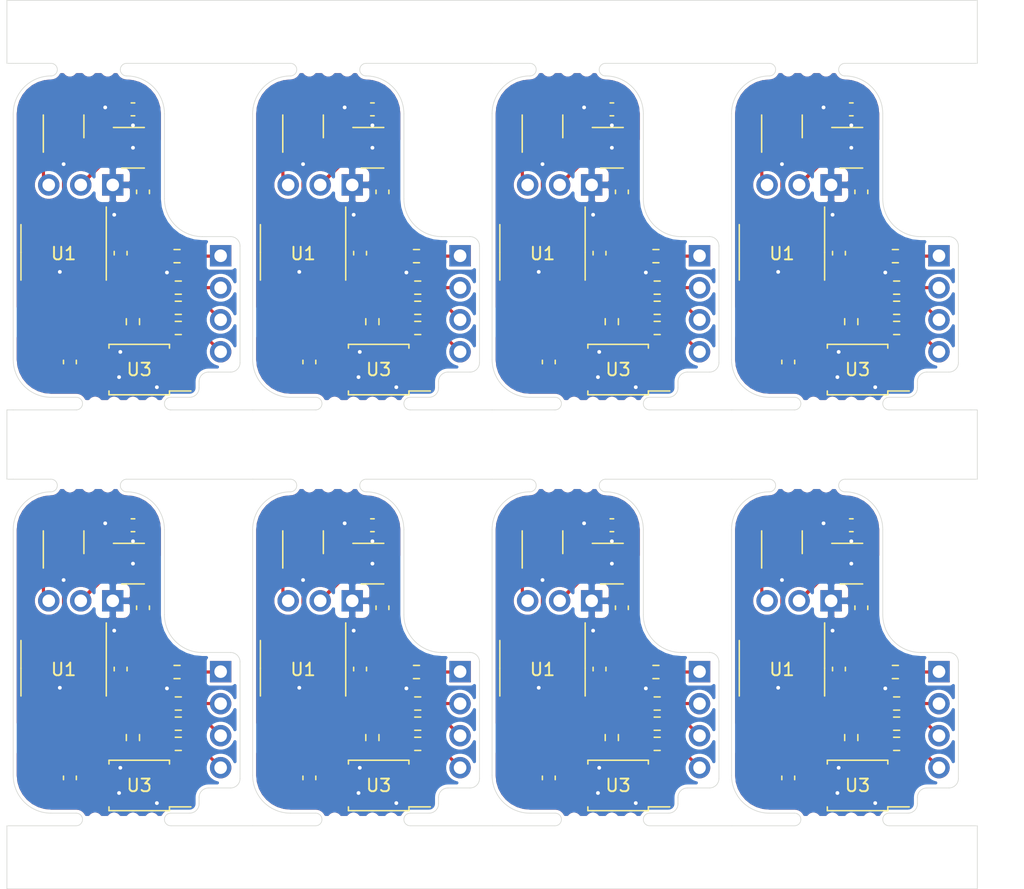
<source format=kicad_pcb>
(kicad_pcb (version 20171130) (host pcbnew 5.1.9+dfsg1-1+deb11u1)
  (layers (0 F.Cu signal) (31 B.Cu signal) (34 B.Paste user) (35 F.Paste user) (36 B.SilkS user) (37 F.SilkS user) (38 B.Mask user) (39 F.Mask user) (44 Edge.Cuts user))
  (net 0 "")
  (net 1 GND)
  (net 2 LED_DATA)
  (net 3 5V)
  (net 4 "Net-(U1-Pad2)")
  (net 5 "Net-(U1-Pad3)")
  (net 6 "Net-(U1-Pad7)")
  (net 7 "Net-(U1-Pad8)")
  (net 8 "Net-(U1-Pad9)")
  (net 9 "Net-(U1-Pad10)")
  (net 10 "Net-(U1-Pad11)")
  (net 11 "Net-(U1-Pad12)")
  (net 12 "Net-(U1-Pad13)")
  (net 13 "Net-(U1-Pad14)")
  (net 14 "Net-(U2-Pad4)")
  (net 15 3V3)
  (net 16 RX+)
  (net 17 RX-)
  (net 18 SWDIO)
  (net 19 SWDCLK)
  (net 20 "Net-(R1-Pad1)")
  (net 21 UART_RX)
  (net 22 "Net-(R2-Pad1)")
  (net 23 "Net-(R3-Pad1)")
  (net 24 "Net-(R4-Pad1)")
  (net 25 TX-)
  (net 26 TX+)
  (net 27 "Net-(U1-Pad6)")
  (net 28 "Net-(U4-Pad3)")
  (net 29 "Net-(U4-Pad4)")
  (module Capacitor_SMD:C_0603_1608Metric (layer F.Cu) (at -2.5 45.7 90)
    (fp_text reference C4 hide)
    (fp_text value C)
    (pad 2 smd roundrect (at 0.775 0 90) (size 0.9 0.95) (layers F.Cu F.Paste F.Mask) (net 1 GND))
    (pad 1 smd roundrect (at -0.775 0 90) (size 0.9 0.95) (layers F.Cu F.Paste F.Mask) (net 15 3V3))
  )
  (module MountingHole:MountingHole_2.1mm (layer F.Cu) (at 38.5 22.5 180)
    (fp_text reference REF** hide)
    (fp_text value mousebite)
    (pad "" np_thru_hole circle (at 0 0 180) (size 0.6 0.6) (drill 0.6) (layers *.Cu *.Mask))
  )
  (module Capacitor_SMD:C_0603_1608Metric (layer F.Cu) (at 35.5 45.7 90)
    (fp_text reference C4 hide)
    (fp_text value C)
    (pad 1 smd roundrect (at -0.775 0 90) (size 0.9 0.95) (layers F.Cu F.Paste F.Mask) (net 15 3V3))
    (pad 2 smd roundrect (at 0.775 0 90) (size 0.9 0.95) (layers F.Cu F.Paste F.Mask) (net 1 GND))
  )
  (module MountingHole:MountingHole_2.1mm (layer F.Cu) (at 56.000001 22.5 180)
    (fp_text reference REF** hide)
    (fp_text value mousebite)
    (pad "" np_thru_hole circle (at 0 0 180) (size 0.6 0.6) (drill 0.6) (layers *.Cu *.Mask))
  )
  (module Package_TO_SOT_SMD:SOT-23-5 (layer F.Cu) (at 59.504 28.7)
    (fp_text reference U2 hide)
    (fp_text value AP2112K-3.3)
    (pad 5 smd rect (at 1.1 -0.95) (size 1.06 0.65) (layers F.Cu F.Paste F.Mask) (net 15 3V3))
    (pad 4 smd rect (at 1.1 0.95) (size 1.06 0.65) (layers F.Cu F.Paste F.Mask) (net 14 "Net-(U2-Pad4)"))
    (pad 3 smd rect (at -1.1 0.95) (size 1.06 0.65) (layers F.Cu F.Paste F.Mask) (net 3 5V))
    (pad 2 smd rect (at -1.1 0) (size 1.06 0.65) (layers F.Cu F.Paste F.Mask) (net 1 GND))
    (pad 1 smd rect (at -1.1 -0.95) (size 1.06 0.65) (layers F.Cu F.Paste F.Mask) (net 3 5V))
  )
  (module Connector_PinHeader_2.54mm:PinHeader_1x03_P2.54mm_Vertical (layer F.Cu) (at 13.77 42.55 90)
    (fp_text reference J3 hide)
    (fp_text value Conn_01x03_Male)
    (pad 1 smd rect (at 0 0 90) (size 1.7 1.7) (layers F.Cu F.Mask) (net 1 GND))
    (pad 2 smd oval (at 0 2.54 90) (size 1.7 1.7) (layers F.Cu F.Mask) (net 18 SWDIO))
    (pad 3 smd oval (at 0 5.08 180) (size 1.7 1.7) (layers F.Cu F.Mask) (net 19 SWDCLK))
  )
  (module Package_SO:TSSOP-20_4.4x6.5mm_P0.65mm (layer F.Cu) (at 16 37 270)
    (fp_text reference U1 (at 0.1 0 180) (layer F.SilkS))
    (fp_text value STM32F030F4Px)
    (pad 1 smd roundrect (at -2.8625 -2.925 270) (size 1.475 0.4) (layers F.Cu F.Paste F.Mask) (net 1 GND))
    (pad 2 smd roundrect (at -2.8625 -2.275 270) (size 1.475 0.4) (layers F.Cu F.Paste F.Mask) (net 4 "Net-(U1-Pad2)"))
    (pad 3 smd roundrect (at -2.8625 -1.625 270) (size 1.475 0.4) (layers F.Cu F.Paste F.Mask) (net 5 "Net-(U1-Pad3)"))
    (pad 4 smd roundrect (at -2.8625 -0.975 270) (size 1.475 0.4) (layers F.Cu F.Paste F.Mask) (net 15 3V3))
    (pad 5 smd roundrect (at -2.8625 -0.325 270) (size 1.475 0.4) (layers F.Cu F.Paste F.Mask) (net 15 3V3))
    (pad 6 smd roundrect (at -2.8625 0.325 270) (size 1.475 0.4) (layers F.Cu F.Paste F.Mask) (net 27 "Net-(U1-Pad6)"))
    (pad 7 smd roundrect (at -2.8625 0.975 270) (size 1.475 0.4) (layers F.Cu F.Paste F.Mask) (net 6 "Net-(U1-Pad7)"))
    (pad 8 smd roundrect (at -2.8625 1.625 270) (size 1.475 0.4) (layers F.Cu F.Paste F.Mask) (net 7 "Net-(U1-Pad8)"))
    (pad 9 smd roundrect (at -2.8625 2.275 270) (size 1.475 0.4) (layers F.Cu F.Paste F.Mask) (net 8 "Net-(U1-Pad9)"))
    (pad 10 smd roundrect (at -2.8625 2.925 270) (size 1.475 0.4) (layers F.Cu F.Paste F.Mask) (net 9 "Net-(U1-Pad10)"))
    (pad 11 smd roundrect (at 2.8625 2.925 270) (size 1.475 0.4) (layers F.Cu F.Paste F.Mask) (net 10 "Net-(U1-Pad11)"))
    (pad 12 smd roundrect (at 2.8625 2.275 270) (size 1.475 0.4) (layers F.Cu F.Paste F.Mask) (net 11 "Net-(U1-Pad12)"))
    (pad 13 smd roundrect (at 2.8625 1.625 270) (size 1.475 0.4) (layers F.Cu F.Paste F.Mask) (net 12 "Net-(U1-Pad13)"))
    (pad 14 smd roundrect (at 2.8625 0.975 270) (size 1.475 0.4) (layers F.Cu F.Paste F.Mask) (net 13 "Net-(U1-Pad14)"))
    (pad 15 smd roundrect (at 2.8625 0.325 270) (size 1.475 0.4) (layers F.Cu F.Paste F.Mask) (net 1 GND))
    (pad 16 smd roundrect (at 2.8625 -0.325 270) (size 1.475 0.4) (layers F.Cu F.Paste F.Mask) (net 15 3V3))
    (pad 17 smd roundrect (at 2.8625 -0.975 270) (size 1.475 0.4) (layers F.Cu F.Paste F.Mask) (net 20 "Net-(R1-Pad1)"))
    (pad 18 smd roundrect (at 2.8625 -1.625 270) (size 1.475 0.4) (layers F.Cu F.Paste F.Mask) (net 22 "Net-(R2-Pad1)"))
    (pad 19 smd roundrect (at 2.8625 -2.275 270) (size 1.475 0.4) (layers F.Cu F.Paste F.Mask) (net 18 SWDIO))
    (pad 20 smd roundrect (at 2.8625 -2.925 270) (size 1.475 0.4) (layers F.Cu F.Paste F.Mask) (net 19 SWDCLK))
  )
  (module MountingHole:MountingHole_2.1mm (layer F.Cu) (at 23 49)
    (fp_text reference REF** hide)
    (fp_text value mousebite)
    (pad "" np_thru_hole circle (at 0 0) (size 0.6 0.6) (drill 0.6) (layers *.Cu *.Mask))
  )
  (module Resistor_SMD:R_0603_1608Metric (layer F.Cu) (at 63.1 41.4)
    (fp_text reference R4 hide)
    (fp_text value R)
    (pad 1 smd roundrect (at -0.825 0) (size 0.8 0.95) (layers F.Cu F.Paste F.Mask) (net 24 "Net-(R4-Pad1)"))
    (pad 2 smd roundrect (at 0.825 0) (size 0.8 0.95) (layers F.Cu F.Paste F.Mask) (net 17 RX-))
  )
  (module MountingHole:MountingHole_2.1mm (layer F.Cu) (at 42 49)
    (fp_text reference REF** hide)
    (fp_text value mousebite)
    (pad "" np_thru_hole circle (at 0 0) (size 0.6 0.6) (drill 0.6) (layers *.Cu *.Mask))
  )
  (module Package_TO_SOT_SMD:SOT-23-5 (layer F.Cu) (at 2.504 28.7)
    (fp_text reference U2 hide)
    (fp_text value AP2112K-3.3)
    (pad 5 smd rect (at 1.1 -0.95) (size 1.06 0.65) (layers F.Cu F.Paste F.Mask) (net 15 3V3))
    (pad 4 smd rect (at 1.1 0.95) (size 1.06 0.65) (layers F.Cu F.Paste F.Mask) (net 14 "Net-(U2-Pad4)"))
    (pad 3 smd rect (at -1.1 0.95) (size 1.06 0.65) (layers F.Cu F.Paste F.Mask) (net 3 5V))
    (pad 2 smd rect (at -1.1 0) (size 1.06 0.65) (layers F.Cu F.Paste F.Mask) (net 1 GND))
    (pad 1 smd rect (at -1.1 -0.95) (size 1.06 0.65) (layers F.Cu F.Paste F.Mask) (net 3 5V))
  )
  (module Resistor_SMD:R_0603_1608Metric (layer F.Cu) (at 2.5 42.5 270)
    (fp_text reference R2 hide)
    (fp_text value R)
    (pad 1 smd roundrect (at -0.825 0 270) (size 0.8 0.95) (layers F.Cu F.Paste F.Mask) (net 22 "Net-(R2-Pad1)"))
    (pad 2 smd roundrect (at 0.825 0 270) (size 0.8 0.95) (layers F.Cu F.Paste F.Mask) (net 21 UART_RX))
  )
  (module Capacitor_SMD:C_0603_1608Metric (layer F.Cu) (at 3.3 32.2 270)
    (fp_text reference C3 hide)
    (fp_text value C)
    (pad 2 smd roundrect (at 0.775 0 270) (size 0.9 0.95) (layers F.Cu F.Paste F.Mask) (net 1 GND))
    (pad 1 smd roundrect (at -0.775 0 270) (size 0.9 0.95) (layers F.Cu F.Paste F.Mask) (net 15 3V3))
  )
  (module Capacitor_SMD:C_0603_1608Metric (layer F.Cu) (at 21.504 25.651999)
    (fp_text reference C2 hide)
    (fp_text value C)
    (pad 2 smd roundrect (at 0.775 0) (size 0.9 0.95) (layers F.Cu F.Paste F.Mask) (net 1 GND))
    (pad 1 smd roundrect (at -0.775 0) (size 0.9 0.95) (layers F.Cu F.Paste F.Mask) (net 3 5V))
  )
  (module Connector_PinHeader_2.54mm:PinHeader_1x04_P2.54mm_Vertical (layer F.Cu) (at 47.46 37.27)
    (fp_text reference J1 hide)
    (fp_text value Conn_01x04_Male)
    (pad 1 thru_hole rect (at 0 0) (size 1.7 1.7) (drill 1) (layers *.Cu *.Mask) (net 25 TX-))
    (pad 2 thru_hole oval (at 0 2.54) (size 1.7 1.7) (drill 1) (layers *.Cu *.Mask) (net 26 TX+))
    (pad 3 thru_hole oval (at 0 5.08) (size 1.7 1.7) (drill 1) (layers *.Cu *.Mask) (net 17 RX-))
    (pad 4 thru_hole oval (at 0 7.62) (size 1.7 1.7) (drill 1) (layers *.Cu *.Mask) (net 16 RX+))
  )
  (module MountingHole:MountingHole_2.1mm (layer F.Cu) (at 19.5 22.5 180)
    (fp_text reference REF** hide)
    (fp_text value mousebite)
    (pad "" np_thru_hole circle (at 0 0 180) (size 0.6 0.6) (drill 0.6) (layers *.Cu *.Mask))
  )
  (module MountingHole:MountingHole_2.1mm (layer F.Cu) (at 58 49)
    (fp_text reference REF** hide)
    (fp_text value mousebite)
    (pad "" np_thru_hole circle (at 0 0) (size 0.6 0.6) (drill 0.6) (layers *.Cu *.Mask))
  )
  (module MountingHole:MountingHole_2.1mm (layer F.Cu) (at 21.5 49)
    (fp_text reference REF** hide)
    (fp_text value mousebite)
    (pad "" np_thru_hole circle (at 0 0) (size 0.6 0.6) (drill 0.6) (layers *.Cu *.Mask))
  )
  (module Capacitor_SMD:C_0603_1608Metric (layer F.Cu) (at 16.5 45.7 90)
    (fp_text reference C4 hide)
    (fp_text value C)
    (pad 1 smd roundrect (at -0.775 0 90) (size 0.9 0.95) (layers F.Cu F.Paste F.Mask) (net 15 3V3))
    (pad 2 smd roundrect (at 0.775 0 90) (size 0.9 0.95) (layers F.Cu F.Paste F.Mask) (net 1 GND))
  )
  (module Resistor_SMD:R_0603_1608Metric (layer F.Cu) (at 63.1 43)
    (fp_text reference R3 hide)
    (fp_text value R)
    (pad 2 smd roundrect (at 0.825 0) (size 0.8 0.95) (layers F.Cu F.Paste F.Mask) (net 16 RX+))
    (pad 1 smd roundrect (at -0.825 0) (size 0.8 0.95) (layers F.Cu F.Paste F.Mask) (net 23 "Net-(R3-Pad1)"))
  )
  (module Connector_PinHeader_2.54mm:PinHeader_1x03_P2.54mm_Vertical (layer F.Cu) (at 38.9 31.65 270)
    (fp_text reference J4 hide)
    (fp_text value Conn_01x03_Male)
    (pad 1 thru_hole rect (at 0 0 270) (size 1.7 1.7) (drill 1) (layers *.Cu *.Mask) (net 1 GND))
    (pad 2 thru_hole oval (at 0 2.54 270) (size 1.7 1.7) (drill 1) (layers *.Cu *.Mask) (net 3 5V))
    (pad 3 thru_hole oval (at 0 5.08 270) (size 1.7 1.7) (drill 1) (layers *.Cu *.Mask) (net 2 LED_DATA))
  )
  (module Capacitor_SMD:C_0603_1608Metric (layer F.Cu) (at 39.524 37.064 90)
    (fp_text reference C1 hide)
    (fp_text value C)
    (pad 1 smd roundrect (at -0.775 0 90) (size 0.9 0.95) (layers F.Cu F.Paste F.Mask) (net 15 3V3))
    (pad 2 smd roundrect (at 0.775 0 90) (size 0.9 0.95) (layers F.Cu F.Paste F.Mask) (net 1 GND))
  )
  (module MountingHole:MountingHole_2.1mm (layer F.Cu) (at 18.000001 22.5 180)
    (fp_text reference REF** hide)
    (fp_text value mousebite)
    (pad "" np_thru_hole circle (at 0 0 180) (size 0.6 0.6) (drill 0.6) (layers *.Cu *.Mask))
  )
  (module Resistor_SMD:R_0603_1608Metric (layer F.Cu) (at 21.5 42.5 270)
    (fp_text reference R2 hide)
    (fp_text value R)
    (pad 2 smd roundrect (at 0.825 0 270) (size 0.8 0.95) (layers F.Cu F.Paste F.Mask) (net 21 UART_RX))
    (pad 1 smd roundrect (at -0.825 0 270) (size 0.8 0.95) (layers F.Cu F.Paste F.Mask) (net 22 "Net-(R2-Pad1)"))
  )
  (module MountingHole:MountingHole_2.1mm (layer F.Cu) (at 16.5 22.500001 180)
    (fp_text reference REF** hide)
    (fp_text value mousebite)
    (pad "" np_thru_hole circle (at 0 0 180) (size 0.6 0.6) (drill 0.6) (layers *.Cu *.Mask))
  )
  (module Resistor_SMD:R_0603_1608Metric (layer F.Cu) (at 25.1 39.8)
    (fp_text reference R5 hide)
    (fp_text value R)
    (pad 1 smd roundrect (at -0.825 0) (size 0.8 0.95) (layers F.Cu F.Paste F.Mask) (net 15 3V3))
    (pad 2 smd roundrect (at 0.825 0) (size 0.8 0.95) (layers F.Cu F.Paste F.Mask) (net 26 TX+))
  )
  (module MountingHole:MountingHole_2.1mm (layer F.Cu) (at 37.000001 22.5 180)
    (fp_text reference REF** hide)
    (fp_text value mousebite)
    (pad "" np_thru_hole circle (at 0 0 180) (size 0.6 0.6) (drill 0.6) (layers *.Cu *.Mask))
  )
  (module Resistor_SMD:R_0603_1608Metric (layer F.Cu) (at 6.1 39.8)
    (fp_text reference R5 hide)
    (fp_text value R)
    (pad 2 smd roundrect (at 0.825 0) (size 0.8 0.95) (layers F.Cu F.Paste F.Mask) (net 26 TX+))
    (pad 1 smd roundrect (at -0.825 0) (size 0.8 0.95) (layers F.Cu F.Paste F.Mask) (net 15 3V3))
  )
  (module Resistor_SMD:R_0603_1608Metric (layer F.Cu) (at 6.1 43)
    (fp_text reference R3 hide)
    (fp_text value R)
    (pad 2 smd roundrect (at 0.825 0) (size 0.8 0.95) (layers F.Cu F.Paste F.Mask) (net 16 RX+))
    (pad 1 smd roundrect (at -0.825 0) (size 0.8 0.95) (layers F.Cu F.Paste F.Mask) (net 23 "Net-(R3-Pad1)"))
  )
  (module Resistor_SMD:R_0603_1608Metric (layer F.Cu) (at 63 37.3)
    (fp_text reference R1 hide)
    (fp_text value R)
    (pad 2 smd roundrect (at 0.825 0) (size 0.8 0.95) (layers F.Cu F.Paste F.Mask) (net 25 TX-))
    (pad 1 smd roundrect (at -0.825 0) (size 0.8 0.95) (layers F.Cu F.Paste F.Mask) (net 20 "Net-(R1-Pad1)"))
  )
  (module Package_TO_SOT_SMD:SOT-23-5 (layer F.Cu) (at 21.504 28.7)
    (fp_text reference U2 hide)
    (fp_text value AP2112K-3.3)
    (pad 1 smd rect (at -1.1 -0.95) (size 1.06 0.65) (layers F.Cu F.Paste F.Mask) (net 3 5V))
    (pad 2 smd rect (at -1.1 0) (size 1.06 0.65) (layers F.Cu F.Paste F.Mask) (net 1 GND))
    (pad 3 smd rect (at -1.1 0.95) (size 1.06 0.65) (layers F.Cu F.Paste F.Mask) (net 3 5V))
    (pad 4 smd rect (at 1.1 0.95) (size 1.06 0.65) (layers F.Cu F.Paste F.Mask) (net 14 "Net-(U2-Pad4)"))
    (pad 5 smd rect (at 1.1 -0.95) (size 1.06 0.65) (layers F.Cu F.Paste F.Mask) (net 15 3V3))
  )
  (module Resistor_SMD:R_0603_1608Metric (layer F.Cu) (at 25 37.3)
    (fp_text reference R1 hide)
    (fp_text value R)
    (pad 1 smd roundrect (at -0.825 0) (size 0.8 0.95) (layers F.Cu F.Paste F.Mask) (net 20 "Net-(R1-Pad1)"))
    (pad 2 smd roundrect (at 0.825 0) (size 0.8 0.95) (layers F.Cu F.Paste F.Mask) (net 25 TX-))
  )
  (module Capacitor_SMD:C_0603_1608Metric (layer F.Cu) (at 22.3 32.2 270)
    (fp_text reference C3 hide)
    (fp_text value C)
    (pad 1 smd roundrect (at -0.775 0 270) (size 0.9 0.95) (layers F.Cu F.Paste F.Mask) (net 15 3V3))
    (pad 2 smd roundrect (at 0.775 0 270) (size 0.9 0.95) (layers F.Cu F.Paste F.Mask) (net 1 GND))
  )
  (module Connector_PinHeader_2.54mm:PinHeader_1x03_P2.54mm_Vertical (layer F.Cu) (at 19.9 31.65 270)
    (fp_text reference J4 hide)
    (fp_text value Conn_01x03_Male)
    (pad 1 thru_hole rect (at 0 0 270) (size 1.7 1.7) (drill 1) (layers *.Cu *.Mask) (net 1 GND))
    (pad 2 thru_hole oval (at 0 2.54 270) (size 1.7 1.7) (drill 1) (layers *.Cu *.Mask) (net 3 5V))
    (pad 3 thru_hole oval (at 0 5.08 270) (size 1.7 1.7) (drill 1) (layers *.Cu *.Mask) (net 2 LED_DATA))
  )
  (module Capacitor_SMD:C_0603_1608Metric (layer F.Cu) (at 41.3 32.2 270)
    (fp_text reference C3 hide)
    (fp_text value C)
    (pad 1 smd roundrect (at -0.775 0 270) (size 0.9 0.95) (layers F.Cu F.Paste F.Mask) (net 15 3V3))
    (pad 2 smd roundrect (at 0.775 0 270) (size 0.9 0.95) (layers F.Cu F.Paste F.Mask) (net 1 GND))
  )
  (module Package_SO:TSSOP-20_4.4x6.5mm_P0.65mm (layer F.Cu) (at 54 37 270)
    (fp_text reference U1 (at 0.1 0 180) (layer F.SilkS))
    (fp_text value STM32F030F4Px)
    (pad 20 smd roundrect (at 2.8625 -2.925 270) (size 1.475 0.4) (layers F.Cu F.Paste F.Mask) (net 19 SWDCLK))
    (pad 19 smd roundrect (at 2.8625 -2.275 270) (size 1.475 0.4) (layers F.Cu F.Paste F.Mask) (net 18 SWDIO))
    (pad 18 smd roundrect (at 2.8625 -1.625 270) (size 1.475 0.4) (layers F.Cu F.Paste F.Mask) (net 22 "Net-(R2-Pad1)"))
    (pad 17 smd roundrect (at 2.8625 -0.975 270) (size 1.475 0.4) (layers F.Cu F.Paste F.Mask) (net 20 "Net-(R1-Pad1)"))
    (pad 16 smd roundrect (at 2.8625 -0.325 270) (size 1.475 0.4) (layers F.Cu F.Paste F.Mask) (net 15 3V3))
    (pad 15 smd roundrect (at 2.8625 0.325 270) (size 1.475 0.4) (layers F.Cu F.Paste F.Mask) (net 1 GND))
    (pad 14 smd roundrect (at 2.8625 0.975 270) (size 1.475 0.4) (layers F.Cu F.Paste F.Mask) (net 13 "Net-(U1-Pad14)"))
    (pad 13 smd roundrect (at 2.8625 1.625 270) (size 1.475 0.4) (layers F.Cu F.Paste F.Mask) (net 12 "Net-(U1-Pad13)"))
    (pad 12 smd roundrect (at 2.8625 2.275 270) (size 1.475 0.4) (layers F.Cu F.Paste F.Mask) (net 11 "Net-(U1-Pad12)"))
    (pad 11 smd roundrect (at 2.8625 2.925 270) (size 1.475 0.4) (layers F.Cu F.Paste F.Mask) (net 10 "Net-(U1-Pad11)"))
    (pad 10 smd roundrect (at -2.8625 2.925 270) (size 1.475 0.4) (layers F.Cu F.Paste F.Mask) (net 9 "Net-(U1-Pad10)"))
    (pad 9 smd roundrect (at -2.8625 2.275 270) (size 1.475 0.4) (layers F.Cu F.Paste F.Mask) (net 8 "Net-(U1-Pad9)"))
    (pad 8 smd roundrect (at -2.8625 1.625 270) (size 1.475 0.4) (layers F.Cu F.Paste F.Mask) (net 7 "Net-(U1-Pad8)"))
    (pad 7 smd roundrect (at -2.8625 0.975 270) (size 1.475 0.4) (layers F.Cu F.Paste F.Mask) (net 6 "Net-(U1-Pad7)"))
    (pad 6 smd roundrect (at -2.8625 0.325 270) (size 1.475 0.4) (layers F.Cu F.Paste F.Mask) (net 27 "Net-(U1-Pad6)"))
    (pad 5 smd roundrect (at -2.8625 -0.325 270) (size 1.475 0.4) (layers F.Cu F.Paste F.Mask) (net 15 3V3))
    (pad 4 smd roundrect (at -2.8625 -0.975 270) (size 1.475 0.4) (layers F.Cu F.Paste F.Mask) (net 15 3V3))
    (pad 3 smd roundrect (at -2.8625 -1.625 270) (size 1.475 0.4) (layers F.Cu F.Paste F.Mask) (net 5 "Net-(U1-Pad3)"))
    (pad 2 smd roundrect (at -2.8625 -2.275 270) (size 1.475 0.4) (layers F.Cu F.Paste F.Mask) (net 4 "Net-(U1-Pad2)"))
    (pad 1 smd roundrect (at -2.8625 -2.925 270) (size 1.475 0.4) (layers F.Cu F.Paste F.Mask) (net 1 GND))
  )
  (module Package_TO_SOT_SMD:SOT-23-6_Handsoldering (layer F.Cu) (at -3 27 90)
    (fp_text reference U4 hide)
    (fp_text value 74LVC2G17)
    (pad 5 smd rect (at 1.35 0 90) (size 1.56 0.65) (layers F.Cu F.Paste F.Mask) (net 3 5V))
    (pad 6 smd rect (at 1.35 -0.95 90) (size 1.56 0.65) (layers F.Cu F.Paste F.Mask) (net 2 LED_DATA))
    (pad 4 smd rect (at 1.35 0.95 90) (size 1.56 0.65) (layers F.Cu F.Paste F.Mask) (net 29 "Net-(U4-Pad4)"))
    (pad 3 smd rect (at -1.35 0.95 90) (size 1.56 0.65) (layers F.Cu F.Paste F.Mask) (net 28 "Net-(U4-Pad3)"))
    (pad 2 smd rect (at -1.35 0 90) (size 1.56 0.65) (layers F.Cu F.Paste F.Mask) (net 1 GND))
    (pad 1 smd rect (at -1.35 -0.95 90) (size 1.56 0.65) (layers F.Cu F.Paste F.Mask) (net 27 "Net-(U1-Pad6)"))
  )
  (module Capacitor_SMD:C_0603_1608Metric (layer F.Cu) (at 2.504 25.651999)
    (fp_text reference C2 hide)
    (fp_text value C)
    (pad 1 smd roundrect (at -0.775 0) (size 0.9 0.95) (layers F.Cu F.Paste F.Mask) (net 3 5V))
    (pad 2 smd roundrect (at 0.775 0) (size 0.9 0.95) (layers F.Cu F.Paste F.Mask) (net 1 GND))
  )
  (module Resistor_SMD:R_0603_1608Metric (layer F.Cu) (at 44.1 43)
    (fp_text reference R3 hide)
    (fp_text value R)
    (pad 1 smd roundrect (at -0.825 0) (size 0.8 0.95) (layers F.Cu F.Paste F.Mask) (net 23 "Net-(R3-Pad1)"))
    (pad 2 smd roundrect (at 0.825 0) (size 0.8 0.95) (layers F.Cu F.Paste F.Mask) (net 16 RX+))
  )
  (module Capacitor_SMD:C_0603_1608Metric (layer F.Cu) (at 1.524 37.064 90)
    (fp_text reference C1 hide)
    (fp_text value C)
    (pad 2 smd roundrect (at 0.775 0 90) (size 0.9 0.95) (layers F.Cu F.Paste F.Mask) (net 1 GND))
    (pad 1 smd roundrect (at -0.775 0 90) (size 0.9 0.95) (layers F.Cu F.Paste F.Mask) (net 15 3V3))
  )
  (module Resistor_SMD:R_0603_1608Metric (layer F.Cu) (at 6 37.3)
    (fp_text reference R1 hide)
    (fp_text value R)
    (pad 2 smd roundrect (at 0.825 0) (size 0.8 0.95) (layers F.Cu F.Paste F.Mask) (net 25 TX-))
    (pad 1 smd roundrect (at -0.825 0) (size 0.8 0.95) (layers F.Cu F.Paste F.Mask) (net 20 "Net-(R1-Pad1)"))
  )
  (module Package_SO:TSSOP-20_4.4x6.5mm_P0.65mm (layer F.Cu) (at -3 37 270)
    (fp_text reference U1 (at 0.1 0 180) (layer F.SilkS))
    (fp_text value STM32F030F4Px)
    (pad 20 smd roundrect (at 2.8625 -2.925 270) (size 1.475 0.4) (layers F.Cu F.Paste F.Mask) (net 19 SWDCLK))
    (pad 19 smd roundrect (at 2.8625 -2.275 270) (size 1.475 0.4) (layers F.Cu F.Paste F.Mask) (net 18 SWDIO))
    (pad 18 smd roundrect (at 2.8625 -1.625 270) (size 1.475 0.4) (layers F.Cu F.Paste F.Mask) (net 22 "Net-(R2-Pad1)"))
    (pad 17 smd roundrect (at 2.8625 -0.975 270) (size 1.475 0.4) (layers F.Cu F.Paste F.Mask) (net 20 "Net-(R1-Pad1)"))
    (pad 16 smd roundrect (at 2.8625 -0.325 270) (size 1.475 0.4) (layers F.Cu F.Paste F.Mask) (net 15 3V3))
    (pad 15 smd roundrect (at 2.8625 0.325 270) (size 1.475 0.4) (layers F.Cu F.Paste F.Mask) (net 1 GND))
    (pad 14 smd roundrect (at 2.8625 0.975 270) (size 1.475 0.4) (layers F.Cu F.Paste F.Mask) (net 13 "Net-(U1-Pad14)"))
    (pad 13 smd roundrect (at 2.8625 1.625 270) (size 1.475 0.4) (layers F.Cu F.Paste F.Mask) (net 12 "Net-(U1-Pad13)"))
    (pad 12 smd roundrect (at 2.8625 2.275 270) (size 1.475 0.4) (layers F.Cu F.Paste F.Mask) (net 11 "Net-(U1-Pad12)"))
    (pad 11 smd roundrect (at 2.8625 2.925 270) (size 1.475 0.4) (layers F.Cu F.Paste F.Mask) (net 10 "Net-(U1-Pad11)"))
    (pad 10 smd roundrect (at -2.8625 2.925 270) (size 1.475 0.4) (layers F.Cu F.Paste F.Mask) (net 9 "Net-(U1-Pad10)"))
    (pad 9 smd roundrect (at -2.8625 2.275 270) (size 1.475 0.4) (layers F.Cu F.Paste F.Mask) (net 8 "Net-(U1-Pad9)"))
    (pad 8 smd roundrect (at -2.8625 1.625 270) (size 1.475 0.4) (layers F.Cu F.Paste F.Mask) (net 7 "Net-(U1-Pad8)"))
    (pad 7 smd roundrect (at -2.8625 0.975 270) (size 1.475 0.4) (layers F.Cu F.Paste F.Mask) (net 6 "Net-(U1-Pad7)"))
    (pad 6 smd roundrect (at -2.8625 0.325 270) (size 1.475 0.4) (layers F.Cu F.Paste F.Mask) (net 27 "Net-(U1-Pad6)"))
    (pad 5 smd roundrect (at -2.8625 -0.325 270) (size 1.475 0.4) (layers F.Cu F.Paste F.Mask) (net 15 3V3))
    (pad 4 smd roundrect (at -2.8625 -0.975 270) (size 1.475 0.4) (layers F.Cu F.Paste F.Mask) (net 15 3V3))
    (pad 3 smd roundrect (at -2.8625 -1.625 270) (size 1.475 0.4) (layers F.Cu F.Paste F.Mask) (net 5 "Net-(U1-Pad3)"))
    (pad 2 smd roundrect (at -2.8625 -2.275 270) (size 1.475 0.4) (layers F.Cu F.Paste F.Mask) (net 4 "Net-(U1-Pad2)"))
    (pad 1 smd roundrect (at -2.8625 -2.925 270) (size 1.475 0.4) (layers F.Cu F.Paste F.Mask) (net 1 GND))
  )
  (module MountingHole:MountingHole_2.1mm (layer F.Cu) (at 40.5 49)
    (fp_text reference REF** hide)
    (fp_text value mousebite)
    (pad "" np_thru_hole circle (at 0 0) (size 0.6 0.6) (drill 0.6) (layers *.Cu *.Mask))
  )
  (module MountingHole:MountingHole_2.1mm (layer F.Cu) (at 37.5 49)
    (fp_text reference REF** hide)
    (fp_text value mousebite)
    (pad "" np_thru_hole circle (at 0 0) (size 0.6 0.6) (drill 0.6) (layers *.Cu *.Mask))
  )
  (module Capacitor_SMD:C_0603_1608Metric (layer F.Cu) (at 54.5 45.7 90)
    (fp_text reference C4 hide)
    (fp_text value C)
    (pad 2 smd roundrect (at 0.775 0 90) (size 0.9 0.95) (layers F.Cu F.Paste F.Mask) (net 1 GND))
    (pad 1 smd roundrect (at -0.775 0 90) (size 0.9 0.95) (layers F.Cu F.Paste F.Mask) (net 15 3V3))
  )
  (module MountingHole:MountingHole_2.1mm (layer F.Cu) (at 54.5 22.500001 180)
    (fp_text reference REF** hide)
    (fp_text value mousebite)
    (pad "" np_thru_hole circle (at 0 0 180) (size 0.6 0.6) (drill 0.6) (layers *.Cu *.Mask))
  )
  (module MountingHole:MountingHole_2.1mm (layer F.Cu) (at 59.5 49)
    (fp_text reference REF** hide)
    (fp_text value mousebite)
    (pad "" np_thru_hole circle (at 0 0) (size 0.6 0.6) (drill 0.6) (layers *.Cu *.Mask))
  )
  (module Connector_PinHeader_2.54mm:PinHeader_1x04_P2.54mm_Vertical (layer F.Cu) (at 9.46 37.27)
    (fp_text reference J1 hide)
    (fp_text value Conn_01x04_Male)
    (pad 4 thru_hole oval (at 0 7.62) (size 1.7 1.7) (drill 1) (layers *.Cu *.Mask) (net 16 RX+))
    (pad 3 thru_hole oval (at 0 5.08) (size 1.7 1.7) (drill 1) (layers *.Cu *.Mask) (net 17 RX-))
    (pad 2 thru_hole oval (at 0 2.54) (size 1.7 1.7) (drill 1) (layers *.Cu *.Mask) (net 26 TX+))
    (pad 1 thru_hole rect (at 0 0) (size 1.7 1.7) (drill 1) (layers *.Cu *.Mask) (net 25 TX-))
  )
  (module Package_SO:SO-6_4.4x3.6mm_P1.27mm (layer F.Cu) (at 3 46.3 180)
    (fp_text reference U3 (at 0 0) (layer F.SilkS))
    (fp_text value TLP2361)
    (pad 6 smd rect (at 3.15 -1.27 180) (size 2 0.64) (layers F.Cu F.Paste F.Mask) (net 15 3V3))
    (pad 5 smd rect (at 3.15 0 180) (size 2 0.64) (layers F.Cu F.Paste F.Mask) (net 21 UART_RX))
    (pad 4 smd rect (at 3.15 1.27 180) (size 2 0.64) (layers F.Cu F.Paste F.Mask) (net 1 GND))
    (pad 3 smd rect (at -3.15 1.27 180) (size 2 0.64) (layers F.Cu F.Paste F.Mask) (net 24 "Net-(R4-Pad1)"))
    (pad 1 smd rect (at -3.15 -1.27 180) (size 2 0.64) (layers F.Cu F.Paste F.Mask) (net 23 "Net-(R3-Pad1)"))
  )
  (module Connector_PinHeader_2.54mm:PinHeader_1x03_P2.54mm_Vertical (layer F.Cu) (at -5.23 42.55 90)
    (fp_text reference J3 hide)
    (fp_text value Conn_01x03_Male)
    (pad 3 smd oval (at 0 5.08 180) (size 1.7 1.7) (layers F.Cu F.Mask) (net 19 SWDCLK))
    (pad 2 smd oval (at 0 2.54 90) (size 1.7 1.7) (layers F.Cu F.Mask) (net 18 SWDIO))
    (pad 1 smd rect (at 0 0 90) (size 1.7 1.7) (layers F.Cu F.Mask) (net 1 GND))
  )
  (module Connector_PinHeader_2.54mm:PinHeader_1x04_P2.54mm_Vertical (layer F.Cu) (at 66.46 37.27)
    (fp_text reference J1 hide)
    (fp_text value Conn_01x04_Male)
    (pad 4 thru_hole oval (at 0 7.62) (size 1.7 1.7) (drill 1) (layers *.Cu *.Mask) (net 16 RX+))
    (pad 3 thru_hole oval (at 0 5.08) (size 1.7 1.7) (drill 1) (layers *.Cu *.Mask) (net 17 RX-))
    (pad 2 thru_hole oval (at 0 2.54) (size 1.7 1.7) (drill 1) (layers *.Cu *.Mask) (net 26 TX+))
    (pad 1 thru_hole rect (at 0 0) (size 1.7 1.7) (drill 1) (layers *.Cu *.Mask) (net 25 TX-))
  )
  (module Package_TO_SOT_SMD:SOT-23-6_Handsoldering (layer F.Cu) (at 16 27 90)
    (fp_text reference U4 hide)
    (fp_text value 74LVC2G17)
    (pad 1 smd rect (at -1.35 -0.95 90) (size 1.56 0.65) (layers F.Cu F.Paste F.Mask) (net 27 "Net-(U1-Pad6)"))
    (pad 2 smd rect (at -1.35 0 90) (size 1.56 0.65) (layers F.Cu F.Paste F.Mask) (net 1 GND))
    (pad 3 smd rect (at -1.35 0.95 90) (size 1.56 0.65) (layers F.Cu F.Paste F.Mask) (net 28 "Net-(U4-Pad3)"))
    (pad 4 smd rect (at 1.35 0.95 90) (size 1.56 0.65) (layers F.Cu F.Paste F.Mask) (net 29 "Net-(U4-Pad4)"))
    (pad 6 smd rect (at 1.35 -0.95 90) (size 1.56 0.65) (layers F.Cu F.Paste F.Mask) (net 2 LED_DATA))
    (pad 5 smd rect (at 1.35 0 90) (size 1.56 0.65) (layers F.Cu F.Paste F.Mask) (net 3 5V))
  )
  (module Connector_PinHeader_2.54mm:PinHeader_1x03_P2.54mm_Vertical (layer F.Cu) (at 0.9 31.65 270)
    (fp_text reference J4 hide)
    (fp_text value Conn_01x03_Male)
    (pad 3 thru_hole oval (at 0 5.08 270) (size 1.7 1.7) (drill 1) (layers *.Cu *.Mask) (net 2 LED_DATA))
    (pad 2 thru_hole oval (at 0 2.54 270) (size 1.7 1.7) (drill 1) (layers *.Cu *.Mask) (net 3 5V))
    (pad 1 thru_hole rect (at 0 0 270) (size 1.7 1.7) (drill 1) (layers *.Cu *.Mask) (net 1 GND))
  )
  (module Connector_PinHeader_2.54mm:PinHeader_1x03_P2.54mm_Vertical (layer F.Cu) (at 57.9 31.65 270)
    (fp_text reference J4 hide)
    (fp_text value Conn_01x03_Male)
    (pad 3 thru_hole oval (at 0 5.08 270) (size 1.7 1.7) (drill 1) (layers *.Cu *.Mask) (net 2 LED_DATA))
    (pad 2 thru_hole oval (at 0 2.54 270) (size 1.7 1.7) (drill 1) (layers *.Cu *.Mask) (net 3 5V))
    (pad 1 thru_hole rect (at 0 0 270) (size 1.7 1.7) (drill 1) (layers *.Cu *.Mask) (net 1 GND))
  )
  (module MountingHole:MountingHole_2.1mm (layer F.Cu) (at 35.5 22.500001 180)
    (fp_text reference REF** hide)
    (fp_text value mousebite)
    (pad "" np_thru_hole circle (at 0 0 180) (size 0.6 0.6) (drill 0.6) (layers *.Cu *.Mask))
  )
  (module Resistor_SMD:R_0603_1608Metric (layer F.Cu) (at 6.1 41.4)
    (fp_text reference R4 hide)
    (fp_text value R)
    (pad 1 smd roundrect (at -0.825 0) (size 0.8 0.95) (layers F.Cu F.Paste F.Mask) (net 24 "Net-(R4-Pad1)"))
    (pad 2 smd roundrect (at 0.825 0) (size 0.8 0.95) (layers F.Cu F.Paste F.Mask) (net 17 RX-))
  )
  (module Package_TO_SOT_SMD:SOT-23-5 (layer F.Cu) (at 40.504 28.7)
    (fp_text reference U2 hide)
    (fp_text value AP2112K-3.3)
    (pad 1 smd rect (at -1.1 -0.95) (size 1.06 0.65) (layers F.Cu F.Paste F.Mask) (net 3 5V))
    (pad 2 smd rect (at -1.1 0) (size 1.06 0.65) (layers F.Cu F.Paste F.Mask) (net 1 GND))
    (pad 3 smd rect (at -1.1 0.95) (size 1.06 0.65) (layers F.Cu F.Paste F.Mask) (net 3 5V))
    (pad 4 smd rect (at 1.1 0.95) (size 1.06 0.65) (layers F.Cu F.Paste F.Mask) (net 14 "Net-(U2-Pad4)"))
    (pad 5 smd rect (at 1.1 -0.95) (size 1.06 0.65) (layers F.Cu F.Paste F.Mask) (net 15 3V3))
  )
  (module Capacitor_SMD:C_0603_1608Metric (layer F.Cu) (at 58.524 37.064 90)
    (fp_text reference C1 hide)
    (fp_text value C)
    (pad 2 smd roundrect (at 0.775 0 90) (size 0.9 0.95) (layers F.Cu F.Paste F.Mask) (net 1 GND))
    (pad 1 smd roundrect (at -0.775 0 90) (size 0.9 0.95) (layers F.Cu F.Paste F.Mask) (net 15 3V3))
  )
  (module Capacitor_SMD:C_0603_1608Metric (layer F.Cu) (at 59.504 25.651999)
    (fp_text reference C2 hide)
    (fp_text value C)
    (pad 1 smd roundrect (at -0.775 0) (size 0.9 0.95) (layers F.Cu F.Paste F.Mask) (net 3 5V))
    (pad 2 smd roundrect (at 0.775 0) (size 0.9 0.95) (layers F.Cu F.Paste F.Mask) (net 1 GND))
  )
  (module Resistor_SMD:R_0603_1608Metric (layer F.Cu) (at 25.1 43)
    (fp_text reference R3 hide)
    (fp_text value R)
    (pad 1 smd roundrect (at -0.825 0) (size 0.8 0.95) (layers F.Cu F.Paste F.Mask) (net 23 "Net-(R3-Pad1)"))
    (pad 2 smd roundrect (at 0.825 0) (size 0.8 0.95) (layers F.Cu F.Paste F.Mask) (net 16 RX+))
  )
  (module Capacitor_SMD:C_0603_1608Metric (layer F.Cu) (at 40.504 25.651999)
    (fp_text reference C2 hide)
    (fp_text value C)
    (pad 2 smd roundrect (at 0.775 0) (size 0.9 0.95) (layers F.Cu F.Paste F.Mask) (net 1 GND))
    (pad 1 smd roundrect (at -0.775 0) (size 0.9 0.95) (layers F.Cu F.Paste F.Mask) (net 3 5V))
  )
  (module MountingHole:MountingHole_2.1mm (layer F.Cu) (at 18.5 49)
    (fp_text reference REF** hide)
    (fp_text value mousebite)
    (pad "" np_thru_hole circle (at 0 0) (size 0.6 0.6) (drill 0.6) (layers *.Cu *.Mask))
  )
  (module MountingHole:MountingHole_2.1mm (layer F.Cu) (at 20 49)
    (fp_text reference REF** hide)
    (fp_text value mousebite)
    (pad "" np_thru_hole circle (at 0 0) (size 0.6 0.6) (drill 0.6) (layers *.Cu *.Mask))
  )
  (module Package_SO:SO-6_4.4x3.6mm_P1.27mm (layer F.Cu) (at 22 46.3 180)
    (fp_text reference U3 (at 0 0) (layer F.SilkS))
    (fp_text value TLP2361)
    (pad 1 smd rect (at -3.15 -1.27 180) (size 2 0.64) (layers F.Cu F.Paste F.Mask) (net 23 "Net-(R3-Pad1)"))
    (pad 3 smd rect (at -3.15 1.27 180) (size 2 0.64) (layers F.Cu F.Paste F.Mask) (net 24 "Net-(R4-Pad1)"))
    (pad 4 smd rect (at 3.15 1.27 180) (size 2 0.64) (layers F.Cu F.Paste F.Mask) (net 1 GND))
    (pad 5 smd rect (at 3.15 0 180) (size 2 0.64) (layers F.Cu F.Paste F.Mask) (net 21 UART_RX))
    (pad 6 smd rect (at 3.15 -1.27 180) (size 2 0.64) (layers F.Cu F.Paste F.Mask) (net 15 3V3))
  )
  (module Package_SO:TSSOP-20_4.4x6.5mm_P0.65mm (layer F.Cu) (at 35 37 270)
    (fp_text reference U1 (at 0.1 0 180) (layer F.SilkS))
    (fp_text value STM32F030F4Px)
    (pad 1 smd roundrect (at -2.8625 -2.925 270) (size 1.475 0.4) (layers F.Cu F.Paste F.Mask) (net 1 GND))
    (pad 2 smd roundrect (at -2.8625 -2.275 270) (size 1.475 0.4) (layers F.Cu F.Paste F.Mask) (net 4 "Net-(U1-Pad2)"))
    (pad 3 smd roundrect (at -2.8625 -1.625 270) (size 1.475 0.4) (layers F.Cu F.Paste F.Mask) (net 5 "Net-(U1-Pad3)"))
    (pad 4 smd roundrect (at -2.8625 -0.975 270) (size 1.475 0.4) (layers F.Cu F.Paste F.Mask) (net 15 3V3))
    (pad 5 smd roundrect (at -2.8625 -0.325 270) (size 1.475 0.4) (layers F.Cu F.Paste F.Mask) (net 15 3V3))
    (pad 6 smd roundrect (at -2.8625 0.325 270) (size 1.475 0.4) (layers F.Cu F.Paste F.Mask) (net 27 "Net-(U1-Pad6)"))
    (pad 7 smd roundrect (at -2.8625 0.975 270) (size 1.475 0.4) (layers F.Cu F.Paste F.Mask) (net 6 "Net-(U1-Pad7)"))
    (pad 8 smd roundrect (at -2.8625 1.625 270) (size 1.475 0.4) (layers F.Cu F.Paste F.Mask) (net 7 "Net-(U1-Pad8)"))
    (pad 9 smd roundrect (at -2.8625 2.275 270) (size 1.475 0.4) (layers F.Cu F.Paste F.Mask) (net 8 "Net-(U1-Pad9)"))
    (pad 10 smd roundrect (at -2.8625 2.925 270) (size 1.475 0.4) (layers F.Cu F.Paste F.Mask) (net 9 "Net-(U1-Pad10)"))
    (pad 11 smd roundrect (at 2.8625 2.925 270) (size 1.475 0.4) (layers F.Cu F.Paste F.Mask) (net 10 "Net-(U1-Pad11)"))
    (pad 12 smd roundrect (at 2.8625 2.275 270) (size 1.475 0.4) (layers F.Cu F.Paste F.Mask) (net 11 "Net-(U1-Pad12)"))
    (pad 13 smd roundrect (at 2.8625 1.625 270) (size 1.475 0.4) (layers F.Cu F.Paste F.Mask) (net 12 "Net-(U1-Pad13)"))
    (pad 14 smd roundrect (at 2.8625 0.975 270) (size 1.475 0.4) (layers F.Cu F.Paste F.Mask) (net 13 "Net-(U1-Pad14)"))
    (pad 15 smd roundrect (at 2.8625 0.325 270) (size 1.475 0.4) (layers F.Cu F.Paste F.Mask) (net 1 GND))
    (pad 16 smd roundrect (at 2.8625 -0.325 270) (size 1.475 0.4) (layers F.Cu F.Paste F.Mask) (net 15 3V3))
    (pad 17 smd roundrect (at 2.8625 -0.975 270) (size 1.475 0.4) (layers F.Cu F.Paste F.Mask) (net 20 "Net-(R1-Pad1)"))
    (pad 18 smd roundrect (at 2.8625 -1.625 270) (size 1.475 0.4) (layers F.Cu F.Paste F.Mask) (net 22 "Net-(R2-Pad1)"))
    (pad 19 smd roundrect (at 2.8625 -2.275 270) (size 1.475 0.4) (layers F.Cu F.Paste F.Mask) (net 18 SWDIO))
    (pad 20 smd roundrect (at 2.8625 -2.925 270) (size 1.475 0.4) (layers F.Cu F.Paste F.Mask) (net 19 SWDCLK))
  )
  (module MountingHole:MountingHole_2.1mm (layer F.Cu) (at 57.5 22.5 180)
    (fp_text reference REF** hide)
    (fp_text value mousebite)
    (pad "" np_thru_hole circle (at 0 0 180) (size 0.6 0.6) (drill 0.6) (layers *.Cu *.Mask))
  )
  (module Resistor_SMD:R_0603_1608Metric (layer F.Cu) (at 40.5 42.5 270)
    (fp_text reference R2 hide)
    (fp_text value R)
    (pad 2 smd roundrect (at 0.825 0 270) (size 0.8 0.95) (layers F.Cu F.Paste F.Mask) (net 21 UART_RX))
    (pad 1 smd roundrect (at -0.825 0 270) (size 0.8 0.95) (layers F.Cu F.Paste F.Mask) (net 22 "Net-(R2-Pad1)"))
  )
  (module Resistor_SMD:R_0603_1608Metric (layer F.Cu) (at 25.1 41.4)
    (fp_text reference R4 hide)
    (fp_text value R)
    (pad 2 smd roundrect (at 0.825 0) (size 0.8 0.95) (layers F.Cu F.Paste F.Mask) (net 17 RX-))
    (pad 1 smd roundrect (at -0.825 0) (size 0.8 0.95) (layers F.Cu F.Paste F.Mask) (net 24 "Net-(R4-Pad1)"))
  )
  (module Resistor_SMD:R_0603_1608Metric (layer F.Cu) (at 44.1 41.4)
    (fp_text reference R4 hide)
    (fp_text value R)
    (pad 2 smd roundrect (at 0.825 0) (size 0.8 0.95) (layers F.Cu F.Paste F.Mask) (net 17 RX-))
    (pad 1 smd roundrect (at -0.825 0) (size 0.8 0.95) (layers F.Cu F.Paste F.Mask) (net 24 "Net-(R4-Pad1)"))
  )
  (module Resistor_SMD:R_0603_1608Metric (layer F.Cu) (at 59.5 42.5 270)
    (fp_text reference R2 hide)
    (fp_text value R)
    (pad 1 smd roundrect (at -0.825 0 270) (size 0.8 0.95) (layers F.Cu F.Paste F.Mask) (net 22 "Net-(R2-Pad1)"))
    (pad 2 smd roundrect (at 0.825 0 270) (size 0.8 0.95) (layers F.Cu F.Paste F.Mask) (net 21 UART_RX))
  )
  (module Package_TO_SOT_SMD:SOT-23-6_Handsoldering (layer F.Cu) (at 35 27 90)
    (fp_text reference U4 hide)
    (fp_text value 74LVC2G17)
    (pad 1 smd rect (at -1.35 -0.95 90) (size 1.56 0.65) (layers F.Cu F.Paste F.Mask) (net 27 "Net-(U1-Pad6)"))
    (pad 2 smd rect (at -1.35 0 90) (size 1.56 0.65) (layers F.Cu F.Paste F.Mask) (net 1 GND))
    (pad 3 smd rect (at -1.35 0.95 90) (size 1.56 0.65) (layers F.Cu F.Paste F.Mask) (net 28 "Net-(U4-Pad3)"))
    (pad 4 smd rect (at 1.35 0.95 90) (size 1.56 0.65) (layers F.Cu F.Paste F.Mask) (net 29 "Net-(U4-Pad4)"))
    (pad 6 smd rect (at 1.35 -0.95 90) (size 1.56 0.65) (layers F.Cu F.Paste F.Mask) (net 2 LED_DATA))
    (pad 5 smd rect (at 1.35 0 90) (size 1.56 0.65) (layers F.Cu F.Paste F.Mask) (net 3 5V))
  )
  (module MountingHole:MountingHole_2.1mm (layer F.Cu) (at -2.5 22.500001 180)
    (fp_text reference REF** hide)
    (fp_text value mousebite)
    (pad "" np_thru_hole circle (at 0 0 180) (size 0.6 0.6) (drill 0.6) (layers *.Cu *.Mask))
  )
  (module Resistor_SMD:R_0603_1608Metric (layer F.Cu) (at 63.1 39.8)
    (fp_text reference R5 hide)
    (fp_text value R)
    (pad 2 smd roundrect (at 0.825 0) (size 0.8 0.95) (layers F.Cu F.Paste F.Mask) (net 26 TX+))
    (pad 1 smd roundrect (at -0.825 0) (size 0.8 0.95) (layers F.Cu F.Paste F.Mask) (net 15 3V3))
  )
  (module MountingHole:MountingHole_2.1mm (layer F.Cu) (at -0.999999 22.5 180)
    (fp_text reference REF** hide)
    (fp_text value mousebite)
    (pad "" np_thru_hole circle (at 0 0 180) (size 0.6 0.6) (drill 0.6) (layers *.Cu *.Mask))
  )
  (module Capacitor_SMD:C_0603_1608Metric (layer F.Cu) (at 20.524 37.064 90)
    (fp_text reference C1 hide)
    (fp_text value C)
    (pad 1 smd roundrect (at -0.775 0 90) (size 0.9 0.95) (layers F.Cu F.Paste F.Mask) (net 15 3V3))
    (pad 2 smd roundrect (at 0.775 0 90) (size 0.9 0.95) (layers F.Cu F.Paste F.Mask) (net 1 GND))
  )
  (module MountingHole:MountingHole_2.1mm (layer F.Cu) (at 0.5 22.5 180)
    (fp_text reference REF** hide)
    (fp_text value mousebite)
    (pad "" np_thru_hole circle (at 0 0 180) (size 0.6 0.6) (drill 0.6) (layers *.Cu *.Mask))
  )
  (module MountingHole:MountingHole_2.1mm (layer F.Cu) (at 39 49)
    (fp_text reference REF** hide)
    (fp_text value mousebite)
    (pad "" np_thru_hole circle (at 0 0) (size 0.6 0.6) (drill 0.6) (layers *.Cu *.Mask))
  )
  (module Connector_PinHeader_2.54mm:PinHeader_1x04_P2.54mm_Vertical (layer F.Cu) (at 28.46 37.27)
    (fp_text reference J1 hide)
    (fp_text value Conn_01x04_Male)
    (pad 1 thru_hole rect (at 0 0) (size 1.7 1.7) (drill 1) (layers *.Cu *.Mask) (net 25 TX-))
    (pad 2 thru_hole oval (at 0 2.54) (size 1.7 1.7) (drill 1) (layers *.Cu *.Mask) (net 26 TX+))
    (pad 3 thru_hole oval (at 0 5.08) (size 1.7 1.7) (drill 1) (layers *.Cu *.Mask) (net 17 RX-))
    (pad 4 thru_hole oval (at 0 7.62) (size 1.7 1.7) (drill 1) (layers *.Cu *.Mask) (net 16 RX+))
  )
  (module MountingHole:MountingHole_2.1mm (layer F.Cu) (at 61 49)
    (fp_text reference REF** hide)
    (fp_text value mousebite)
    (pad "" np_thru_hole circle (at 0 0) (size 0.6 0.6) (drill 0.6) (layers *.Cu *.Mask))
  )
  (module Connector_PinHeader_2.54mm:PinHeader_1x03_P2.54mm_Vertical (layer F.Cu) (at 51.77 42.55 90)
    (fp_text reference J3 hide)
    (fp_text value Conn_01x03_Male)
    (pad 3 smd oval (at 0 5.08 180) (size 1.7 1.7) (layers F.Cu F.Mask) (net 19 SWDCLK))
    (pad 2 smd oval (at 0 2.54 90) (size 1.7 1.7) (layers F.Cu F.Mask) (net 18 SWDIO))
    (pad 1 smd rect (at 0 0 90) (size 1.7 1.7) (layers F.Cu F.Mask) (net 1 GND))
  )
  (module Resistor_SMD:R_0603_1608Metric (layer F.Cu) (at 44 37.3)
    (fp_text reference R1 hide)
    (fp_text value R)
    (pad 1 smd roundrect (at -0.825 0) (size 0.8 0.95) (layers F.Cu F.Paste F.Mask) (net 20 "Net-(R1-Pad1)"))
    (pad 2 smd roundrect (at 0.825 0) (size 0.8 0.95) (layers F.Cu F.Paste F.Mask) (net 25 TX-))
  )
  (module Package_SO:SO-6_4.4x3.6mm_P1.27mm (layer F.Cu) (at 41 46.3 180)
    (fp_text reference U3 (at 0 0) (layer F.SilkS))
    (fp_text value TLP2361)
    (pad 1 smd rect (at -3.15 -1.27 180) (size 2 0.64) (layers F.Cu F.Paste F.Mask) (net 23 "Net-(R3-Pad1)"))
    (pad 3 smd rect (at -3.15 1.27 180) (size 2 0.64) (layers F.Cu F.Paste F.Mask) (net 24 "Net-(R4-Pad1)"))
    (pad 4 smd rect (at 3.15 1.27 180) (size 2 0.64) (layers F.Cu F.Paste F.Mask) (net 1 GND))
    (pad 5 smd rect (at 3.15 0 180) (size 2 0.64) (layers F.Cu F.Paste F.Mask) (net 21 UART_RX))
    (pad 6 smd rect (at 3.15 -1.27 180) (size 2 0.64) (layers F.Cu F.Paste F.Mask) (net 15 3V3))
  )
  (module Capacitor_SMD:C_0603_1608Metric (layer F.Cu) (at 60.3 32.2 270)
    (fp_text reference C3 hide)
    (fp_text value C)
    (pad 2 smd roundrect (at 0.775 0 270) (size 0.9 0.95) (layers F.Cu F.Paste F.Mask) (net 1 GND))
    (pad 1 smd roundrect (at -0.775 0 270) (size 0.9 0.95) (layers F.Cu F.Paste F.Mask) (net 15 3V3))
  )
  (module MountingHole:MountingHole_2.1mm (layer F.Cu) (at 4 49)
    (fp_text reference REF** hide)
    (fp_text value mousebite)
    (pad "" np_thru_hole circle (at 0 0) (size 0.6 0.6) (drill 0.6) (layers *.Cu *.Mask))
  )
  (module MountingHole:MountingHole_2.1mm (layer F.Cu) (at 56.5 49)
    (fp_text reference REF** hide)
    (fp_text value mousebite)
    (pad "" np_thru_hole circle (at 0 0) (size 0.6 0.6) (drill 0.6) (layers *.Cu *.Mask))
  )
  (module Resistor_SMD:R_0603_1608Metric (layer F.Cu) (at 44.1 39.8)
    (fp_text reference R5 hide)
    (fp_text value R)
    (pad 1 smd roundrect (at -0.825 0) (size 0.8 0.95) (layers F.Cu F.Paste F.Mask) (net 15 3V3))
    (pad 2 smd roundrect (at 0.825 0) (size 0.8 0.95) (layers F.Cu F.Paste F.Mask) (net 26 TX+))
  )
  (module Package_TO_SOT_SMD:SOT-23-6_Handsoldering (layer F.Cu) (at 54 27 90)
    (fp_text reference U4 hide)
    (fp_text value 74LVC2G17)
    (pad 5 smd rect (at 1.35 0 90) (size 1.56 0.65) (layers F.Cu F.Paste F.Mask) (net 3 5V))
    (pad 6 smd rect (at 1.35 -0.95 90) (size 1.56 0.65) (layers F.Cu F.Paste F.Mask) (net 2 LED_DATA))
    (pad 4 smd rect (at 1.35 0.95 90) (size 1.56 0.65) (layers F.Cu F.Paste F.Mask) (net 29 "Net-(U4-Pad4)"))
    (pad 3 smd rect (at -1.35 0.95 90) (size 1.56 0.65) (layers F.Cu F.Paste F.Mask) (net 28 "Net-(U4-Pad3)"))
    (pad 2 smd rect (at -1.35 0 90) (size 1.56 0.65) (layers F.Cu F.Paste F.Mask) (net 1 GND))
    (pad 1 smd rect (at -1.35 -0.95 90) (size 1.56 0.65) (layers F.Cu F.Paste F.Mask) (net 27 "Net-(U1-Pad6)"))
  )
  (module Package_SO:SO-6_4.4x3.6mm_P1.27mm (layer F.Cu) (at 60 46.3 180)
    (fp_text reference U3 (at 0 0) (layer F.SilkS))
    (fp_text value TLP2361)
    (pad 6 smd rect (at 3.15 -1.27 180) (size 2 0.64) (layers F.Cu F.Paste F.Mask) (net 15 3V3))
    (pad 5 smd rect (at 3.15 0 180) (size 2 0.64) (layers F.Cu F.Paste F.Mask) (net 21 UART_RX))
    (pad 4 smd rect (at 3.15 1.27 180) (size 2 0.64) (layers F.Cu F.Paste F.Mask) (net 1 GND))
    (pad 3 smd rect (at -3.15 1.27 180) (size 2 0.64) (layers F.Cu F.Paste F.Mask) (net 24 "Net-(R4-Pad1)"))
    (pad 1 smd rect (at -3.15 -1.27 180) (size 2 0.64) (layers F.Cu F.Paste F.Mask) (net 23 "Net-(R3-Pad1)"))
  )
  (module Connector_PinHeader_2.54mm:PinHeader_1x03_P2.54mm_Vertical (layer F.Cu) (at 32.77 42.55 90)
    (fp_text reference J3 hide)
    (fp_text value Conn_01x03_Male)
    (pad 1 smd rect (at 0 0 90) (size 1.7 1.7) (layers F.Cu F.Mask) (net 1 GND))
    (pad 2 smd oval (at 0 2.54 90) (size 1.7 1.7) (layers F.Cu F.Mask) (net 18 SWDIO))
    (pad 3 smd oval (at 0 5.08 180) (size 1.7 1.7) (layers F.Cu F.Mask) (net 19 SWDCLK))
  )
  (module MountingHole:MountingHole_2.1mm (layer F.Cu) (at 2.5 49)
    (fp_text reference REF** hide)
    (fp_text value mousebite)
    (pad "" np_thru_hole circle (at 0 0) (size 0.6 0.6) (drill 0.6) (layers *.Cu *.Mask))
  )
  (module MountingHole:MountingHole_2.1mm (layer F.Cu) (at 1 49)
    (fp_text reference REF** hide)
    (fp_text value mousebite)
    (pad "" np_thru_hole circle (at 0 0) (size 0.6 0.6) (drill 0.6) (layers *.Cu *.Mask))
  )
  (module MountingHole:MountingHole_2.1mm (layer F.Cu) (at -0.5 49)
    (fp_text reference REF** hide)
    (fp_text value mousebite)
    (pad "" np_thru_hole circle (at 0 0) (size 0.6 0.6) (drill 0.6) (layers *.Cu *.Mask))
  )
  (module Capacitor_SMD:C_0603_1608Metric (layer F.Cu) (at 35.5 12.7 90)
    (fp_text reference C4 hide)
    (fp_text value C)
    (pad 2 smd roundrect (at 0.775 0 90) (size 0.9 0.95) (layers F.Cu F.Paste F.Mask) (net 1 GND))
    (pad 1 smd roundrect (at -0.775 0 90) (size 0.9 0.95) (layers F.Cu F.Paste F.Mask) (net 15 3V3))
  )
  (module Connector_PinHeader_2.54mm:PinHeader_1x03_P2.54mm_Vertical (layer F.Cu) (at 51.77 9.55 90)
    (fp_text reference J3 hide)
    (fp_text value Conn_01x03_Male)
    (pad 1 smd rect (at 0 0 90) (size 1.7 1.7) (layers F.Cu F.Mask) (net 1 GND))
    (pad 2 smd oval (at 0 2.54 90) (size 1.7 1.7) (layers F.Cu F.Mask) (net 18 SWDIO))
    (pad 3 smd oval (at 0 5.08 180) (size 1.7 1.7) (layers F.Cu F.Mask) (net 19 SWDCLK))
  )
  (module Package_SO:TSSOP-20_4.4x6.5mm_P0.65mm (layer F.Cu) (at 54 4 270)
    (fp_text reference U1 (at 0.1 0 180) (layer F.SilkS))
    (fp_text value STM32F030F4Px)
    (pad 1 smd roundrect (at -2.8625 -2.925 270) (size 1.475 0.4) (layers F.Cu F.Paste F.Mask) (net 1 GND))
    (pad 2 smd roundrect (at -2.8625 -2.275 270) (size 1.475 0.4) (layers F.Cu F.Paste F.Mask) (net 4 "Net-(U1-Pad2)"))
    (pad 3 smd roundrect (at -2.8625 -1.625 270) (size 1.475 0.4) (layers F.Cu F.Paste F.Mask) (net 5 "Net-(U1-Pad3)"))
    (pad 4 smd roundrect (at -2.8625 -0.975 270) (size 1.475 0.4) (layers F.Cu F.Paste F.Mask) (net 15 3V3))
    (pad 5 smd roundrect (at -2.8625 -0.325 270) (size 1.475 0.4) (layers F.Cu F.Paste F.Mask) (net 15 3V3))
    (pad 6 smd roundrect (at -2.8625 0.325 270) (size 1.475 0.4) (layers F.Cu F.Paste F.Mask) (net 27 "Net-(U1-Pad6)"))
    (pad 7 smd roundrect (at -2.8625 0.975 270) (size 1.475 0.4) (layers F.Cu F.Paste F.Mask) (net 6 "Net-(U1-Pad7)"))
    (pad 8 smd roundrect (at -2.8625 1.625 270) (size 1.475 0.4) (layers F.Cu F.Paste F.Mask) (net 7 "Net-(U1-Pad8)"))
    (pad 9 smd roundrect (at -2.8625 2.275 270) (size 1.475 0.4) (layers F.Cu F.Paste F.Mask) (net 8 "Net-(U1-Pad9)"))
    (pad 10 smd roundrect (at -2.8625 2.925 270) (size 1.475 0.4) (layers F.Cu F.Paste F.Mask) (net 9 "Net-(U1-Pad10)"))
    (pad 11 smd roundrect (at 2.8625 2.925 270) (size 1.475 0.4) (layers F.Cu F.Paste F.Mask) (net 10 "Net-(U1-Pad11)"))
    (pad 12 smd roundrect (at 2.8625 2.275 270) (size 1.475 0.4) (layers F.Cu F.Paste F.Mask) (net 11 "Net-(U1-Pad12)"))
    (pad 13 smd roundrect (at 2.8625 1.625 270) (size 1.475 0.4) (layers F.Cu F.Paste F.Mask) (net 12 "Net-(U1-Pad13)"))
    (pad 14 smd roundrect (at 2.8625 0.975 270) (size 1.475 0.4) (layers F.Cu F.Paste F.Mask) (net 13 "Net-(U1-Pad14)"))
    (pad 15 smd roundrect (at 2.8625 0.325 270) (size 1.475 0.4) (layers F.Cu F.Paste F.Mask) (net 1 GND))
    (pad 16 smd roundrect (at 2.8625 -0.325 270) (size 1.475 0.4) (layers F.Cu F.Paste F.Mask) (net 15 3V3))
    (pad 17 smd roundrect (at 2.8625 -0.975 270) (size 1.475 0.4) (layers F.Cu F.Paste F.Mask) (net 20 "Net-(R1-Pad1)"))
    (pad 18 smd roundrect (at 2.8625 -1.625 270) (size 1.475 0.4) (layers F.Cu F.Paste F.Mask) (net 22 "Net-(R2-Pad1)"))
    (pad 19 smd roundrect (at 2.8625 -2.275 270) (size 1.475 0.4) (layers F.Cu F.Paste F.Mask) (net 18 SWDIO))
    (pad 20 smd roundrect (at 2.8625 -2.925 270) (size 1.475 0.4) (layers F.Cu F.Paste F.Mask) (net 19 SWDCLK))
  )
  (module MountingHole:MountingHole_2.1mm (layer F.Cu) (at 61 16)
    (fp_text reference REF** hide)
    (fp_text value mousebite)
    (pad "" np_thru_hole circle (at 0 0) (size 0.6 0.6) (drill 0.6) (layers *.Cu *.Mask))
  )
  (module Package_TO_SOT_SMD:SOT-23-5 (layer F.Cu) (at 40.504 -4.3)
    (fp_text reference U2 hide)
    (fp_text value AP2112K-3.3)
    (pad 5 smd rect (at 1.1 -0.95) (size 1.06 0.65) (layers F.Cu F.Paste F.Mask) (net 15 3V3))
    (pad 4 smd rect (at 1.1 0.95) (size 1.06 0.65) (layers F.Cu F.Paste F.Mask) (net 14 "Net-(U2-Pad4)"))
    (pad 3 smd rect (at -1.1 0.95) (size 1.06 0.65) (layers F.Cu F.Paste F.Mask) (net 3 5V))
    (pad 2 smd rect (at -1.1 0) (size 1.06 0.65) (layers F.Cu F.Paste F.Mask) (net 1 GND))
    (pad 1 smd rect (at -1.1 -0.95) (size 1.06 0.65) (layers F.Cu F.Paste F.Mask) (net 3 5V))
  )
  (module Resistor_SMD:R_0603_1608Metric (layer F.Cu) (at 40.5 9.5 270)
    (fp_text reference R2 hide)
    (fp_text value R)
    (pad 1 smd roundrect (at -0.825 0 270) (size 0.8 0.95) (layers F.Cu F.Paste F.Mask) (net 22 "Net-(R2-Pad1)"))
    (pad 2 smd roundrect (at 0.825 0 270) (size 0.8 0.95) (layers F.Cu F.Paste F.Mask) (net 21 UART_RX))
  )
  (module Capacitor_SMD:C_0603_1608Metric (layer F.Cu) (at 41.3 -0.8 270)
    (fp_text reference C3 hide)
    (fp_text value C)
    (pad 2 smd roundrect (at 0.775 0 270) (size 0.9 0.95) (layers F.Cu F.Paste F.Mask) (net 1 GND))
    (pad 1 smd roundrect (at -0.775 0 270) (size 0.9 0.95) (layers F.Cu F.Paste F.Mask) (net 15 3V3))
  )
  (module Capacitor_SMD:C_0603_1608Metric (layer F.Cu) (at 59.504 -7.348001)
    (fp_text reference C2 hide)
    (fp_text value C)
    (pad 2 smd roundrect (at 0.775 0) (size 0.9 0.95) (layers F.Cu F.Paste F.Mask) (net 1 GND))
    (pad 1 smd roundrect (at -0.775 0) (size 0.9 0.95) (layers F.Cu F.Paste F.Mask) (net 3 5V))
  )
  (module MountingHole:MountingHole_2.1mm (layer F.Cu) (at 57.5 -10.5 180)
    (fp_text reference REF** hide)
    (fp_text value mousebite)
    (pad "" np_thru_hole circle (at 0 0 180) (size 0.6 0.6) (drill 0.6) (layers *.Cu *.Mask))
  )
  (module MountingHole:MountingHole_2.1mm (layer F.Cu) (at 59.5 16)
    (fp_text reference REF** hide)
    (fp_text value mousebite)
    (pad "" np_thru_hole circle (at 0 0) (size 0.6 0.6) (drill 0.6) (layers *.Cu *.Mask))
  )
  (module Capacitor_SMD:C_0603_1608Metric (layer F.Cu) (at 54.5 12.7 90)
    (fp_text reference C4 hide)
    (fp_text value C)
    (pad 1 smd roundrect (at -0.775 0 90) (size 0.9 0.95) (layers F.Cu F.Paste F.Mask) (net 15 3V3))
    (pad 2 smd roundrect (at 0.775 0 90) (size 0.9 0.95) (layers F.Cu F.Paste F.Mask) (net 1 GND))
  )
  (module MountingHole:MountingHole_2.1mm (layer F.Cu) (at 56.000001 -10.5 180)
    (fp_text reference REF** hide)
    (fp_text value mousebite)
    (pad "" np_thru_hole circle (at 0 0 180) (size 0.6 0.6) (drill 0.6) (layers *.Cu *.Mask))
  )
  (module Resistor_SMD:R_0603_1608Metric (layer F.Cu) (at 59.5 9.5 270)
    (fp_text reference R2 hide)
    (fp_text value R)
    (pad 2 smd roundrect (at 0.825 0 270) (size 0.8 0.95) (layers F.Cu F.Paste F.Mask) (net 21 UART_RX))
    (pad 1 smd roundrect (at -0.825 0 270) (size 0.8 0.95) (layers F.Cu F.Paste F.Mask) (net 22 "Net-(R2-Pad1)"))
  )
  (module MountingHole:MountingHole_2.1mm (layer F.Cu) (at 54.5 -10.499999 180)
    (fp_text reference REF** hide)
    (fp_text value mousebite)
    (pad "" np_thru_hole circle (at 0 0 180) (size 0.6 0.6) (drill 0.6) (layers *.Cu *.Mask))
  )
  (module Resistor_SMD:R_0603_1608Metric (layer F.Cu) (at 63.1 6.8)
    (fp_text reference R5 hide)
    (fp_text value R)
    (pad 1 smd roundrect (at -0.825 0) (size 0.8 0.95) (layers F.Cu F.Paste F.Mask) (net 15 3V3))
    (pad 2 smd roundrect (at 0.825 0) (size 0.8 0.95) (layers F.Cu F.Paste F.Mask) (net 26 TX+))
  )
  (module Resistor_SMD:R_0603_1608Metric (layer F.Cu) (at 44.1 6.8)
    (fp_text reference R5 hide)
    (fp_text value R)
    (pad 2 smd roundrect (at 0.825 0) (size 0.8 0.95) (layers F.Cu F.Paste F.Mask) (net 26 TX+))
    (pad 1 smd roundrect (at -0.825 0) (size 0.8 0.95) (layers F.Cu F.Paste F.Mask) (net 15 3V3))
  )
  (module Resistor_SMD:R_0603_1608Metric (layer F.Cu) (at 44.1 10)
    (fp_text reference R3 hide)
    (fp_text value R)
    (pad 2 smd roundrect (at 0.825 0) (size 0.8 0.95) (layers F.Cu F.Paste F.Mask) (net 16 RX+))
    (pad 1 smd roundrect (at -0.825 0) (size 0.8 0.95) (layers F.Cu F.Paste F.Mask) (net 23 "Net-(R3-Pad1)"))
  )
  (module Package_TO_SOT_SMD:SOT-23-5 (layer F.Cu) (at 59.504 -4.3)
    (fp_text reference U2 hide)
    (fp_text value AP2112K-3.3)
    (pad 1 smd rect (at -1.1 -0.95) (size 1.06 0.65) (layers F.Cu F.Paste F.Mask) (net 3 5V))
    (pad 2 smd rect (at -1.1 0) (size 1.06 0.65) (layers F.Cu F.Paste F.Mask) (net 1 GND))
    (pad 3 smd rect (at -1.1 0.95) (size 1.06 0.65) (layers F.Cu F.Paste F.Mask) (net 3 5V))
    (pad 4 smd rect (at 1.1 0.95) (size 1.06 0.65) (layers F.Cu F.Paste F.Mask) (net 14 "Net-(U2-Pad4)"))
    (pad 5 smd rect (at 1.1 -0.95) (size 1.06 0.65) (layers F.Cu F.Paste F.Mask) (net 15 3V3))
  )
  (module Resistor_SMD:R_0603_1608Metric (layer F.Cu) (at 63 4.3)
    (fp_text reference R1 hide)
    (fp_text value R)
    (pad 1 smd roundrect (at -0.825 0) (size 0.8 0.95) (layers F.Cu F.Paste F.Mask) (net 20 "Net-(R1-Pad1)"))
    (pad 2 smd roundrect (at 0.825 0) (size 0.8 0.95) (layers F.Cu F.Paste F.Mask) (net 25 TX-))
  )
  (module Capacitor_SMD:C_0603_1608Metric (layer F.Cu) (at 60.3 -0.8 270)
    (fp_text reference C3 hide)
    (fp_text value C)
    (pad 1 smd roundrect (at -0.775 0 270) (size 0.9 0.95) (layers F.Cu F.Paste F.Mask) (net 15 3V3))
    (pad 2 smd roundrect (at 0.775 0 270) (size 0.9 0.95) (layers F.Cu F.Paste F.Mask) (net 1 GND))
  )
  (module Connector_PinHeader_2.54mm:PinHeader_1x03_P2.54mm_Vertical (layer F.Cu) (at 57.9 -1.35 270)
    (fp_text reference J4 hide)
    (fp_text value Conn_01x03_Male)
    (pad 1 thru_hole rect (at 0 0 270) (size 1.7 1.7) (drill 1) (layers *.Cu *.Mask) (net 1 GND))
    (pad 2 thru_hole oval (at 0 2.54 270) (size 1.7 1.7) (drill 1) (layers *.Cu *.Mask) (net 3 5V))
    (pad 3 thru_hole oval (at 0 5.08 270) (size 1.7 1.7) (drill 1) (layers *.Cu *.Mask) (net 2 LED_DATA))
  )
  (module Package_TO_SOT_SMD:SOT-23-6_Handsoldering (layer F.Cu) (at 35 -6 90)
    (fp_text reference U4 hide)
    (fp_text value 74LVC2G17)
    (pad 5 smd rect (at 1.35 0 90) (size 1.56 0.65) (layers F.Cu F.Paste F.Mask) (net 3 5V))
    (pad 6 smd rect (at 1.35 -0.95 90) (size 1.56 0.65) (layers F.Cu F.Paste F.Mask) (net 2 LED_DATA))
    (pad 4 smd rect (at 1.35 0.95 90) (size 1.56 0.65) (layers F.Cu F.Paste F.Mask) (net 29 "Net-(U4-Pad4)"))
    (pad 3 smd rect (at -1.35 0.95 90) (size 1.56 0.65) (layers F.Cu F.Paste F.Mask) (net 28 "Net-(U4-Pad3)"))
    (pad 2 smd rect (at -1.35 0 90) (size 1.56 0.65) (layers F.Cu F.Paste F.Mask) (net 1 GND))
    (pad 1 smd rect (at -1.35 -0.95 90) (size 1.56 0.65) (layers F.Cu F.Paste F.Mask) (net 27 "Net-(U1-Pad6)"))
  )
  (module Capacitor_SMD:C_0603_1608Metric (layer F.Cu) (at 40.504 -7.348001)
    (fp_text reference C2 hide)
    (fp_text value C)
    (pad 1 smd roundrect (at -0.775 0) (size 0.9 0.95) (layers F.Cu F.Paste F.Mask) (net 3 5V))
    (pad 2 smd roundrect (at 0.775 0) (size 0.9 0.95) (layers F.Cu F.Paste F.Mask) (net 1 GND))
  )
  (module Capacitor_SMD:C_0603_1608Metric (layer F.Cu) (at 39.524 4.064 90)
    (fp_text reference C1 hide)
    (fp_text value C)
    (pad 2 smd roundrect (at 0.775 0 90) (size 0.9 0.95) (layers F.Cu F.Paste F.Mask) (net 1 GND))
    (pad 1 smd roundrect (at -0.775 0 90) (size 0.9 0.95) (layers F.Cu F.Paste F.Mask) (net 15 3V3))
  )
  (module Resistor_SMD:R_0603_1608Metric (layer F.Cu) (at 44 4.3)
    (fp_text reference R1 hide)
    (fp_text value R)
    (pad 2 smd roundrect (at 0.825 0) (size 0.8 0.95) (layers F.Cu F.Paste F.Mask) (net 25 TX-))
    (pad 1 smd roundrect (at -0.825 0) (size 0.8 0.95) (layers F.Cu F.Paste F.Mask) (net 20 "Net-(R1-Pad1)"))
  )
  (module Package_SO:TSSOP-20_4.4x6.5mm_P0.65mm (layer F.Cu) (at 35 4 270)
    (fp_text reference U1 (at 0.1 0 180) (layer F.SilkS))
    (fp_text value STM32F030F4Px)
    (pad 20 smd roundrect (at 2.8625 -2.925 270) (size 1.475 0.4) (layers F.Cu F.Paste F.Mask) (net 19 SWDCLK))
    (pad 19 smd roundrect (at 2.8625 -2.275 270) (size 1.475 0.4) (layers F.Cu F.Paste F.Mask) (net 18 SWDIO))
    (pad 18 smd roundrect (at 2.8625 -1.625 270) (size 1.475 0.4) (layers F.Cu F.Paste F.Mask) (net 22 "Net-(R2-Pad1)"))
    (pad 17 smd roundrect (at 2.8625 -0.975 270) (size 1.475 0.4) (layers F.Cu F.Paste F.Mask) (net 20 "Net-(R1-Pad1)"))
    (pad 16 smd roundrect (at 2.8625 -0.325 270) (size 1.475 0.4) (layers F.Cu F.Paste F.Mask) (net 15 3V3))
    (pad 15 smd roundrect (at 2.8625 0.325 270) (size 1.475 0.4) (layers F.Cu F.Paste F.Mask) (net 1 GND))
    (pad 14 smd roundrect (at 2.8625 0.975 270) (size 1.475 0.4) (layers F.Cu F.Paste F.Mask) (net 13 "Net-(U1-Pad14)"))
    (pad 13 smd roundrect (at 2.8625 1.625 270) (size 1.475 0.4) (layers F.Cu F.Paste F.Mask) (net 12 "Net-(U1-Pad13)"))
    (pad 12 smd roundrect (at 2.8625 2.275 270) (size 1.475 0.4) (layers F.Cu F.Paste F.Mask) (net 11 "Net-(U1-Pad12)"))
    (pad 11 smd roundrect (at 2.8625 2.925 270) (size 1.475 0.4) (layers F.Cu F.Paste F.Mask) (net 10 "Net-(U1-Pad11)"))
    (pad 10 smd roundrect (at -2.8625 2.925 270) (size 1.475 0.4) (layers F.Cu F.Paste F.Mask) (net 9 "Net-(U1-Pad10)"))
    (pad 9 smd roundrect (at -2.8625 2.275 270) (size 1.475 0.4) (layers F.Cu F.Paste F.Mask) (net 8 "Net-(U1-Pad9)"))
    (pad 8 smd roundrect (at -2.8625 1.625 270) (size 1.475 0.4) (layers F.Cu F.Paste F.Mask) (net 7 "Net-(U1-Pad8)"))
    (pad 7 smd roundrect (at -2.8625 0.975 270) (size 1.475 0.4) (layers F.Cu F.Paste F.Mask) (net 6 "Net-(U1-Pad7)"))
    (pad 6 smd roundrect (at -2.8625 0.325 270) (size 1.475 0.4) (layers F.Cu F.Paste F.Mask) (net 27 "Net-(U1-Pad6)"))
    (pad 5 smd roundrect (at -2.8625 -0.325 270) (size 1.475 0.4) (layers F.Cu F.Paste F.Mask) (net 15 3V3))
    (pad 4 smd roundrect (at -2.8625 -0.975 270) (size 1.475 0.4) (layers F.Cu F.Paste F.Mask) (net 15 3V3))
    (pad 3 smd roundrect (at -2.8625 -1.625 270) (size 1.475 0.4) (layers F.Cu F.Paste F.Mask) (net 5 "Net-(U1-Pad3)"))
    (pad 2 smd roundrect (at -2.8625 -2.275 270) (size 1.475 0.4) (layers F.Cu F.Paste F.Mask) (net 4 "Net-(U1-Pad2)"))
    (pad 1 smd roundrect (at -2.8625 -2.925 270) (size 1.475 0.4) (layers F.Cu F.Paste F.Mask) (net 1 GND))
  )
  (module Connector_PinHeader_2.54mm:PinHeader_1x04_P2.54mm_Vertical (layer F.Cu) (at 47.46 4.27)
    (fp_text reference J1 hide)
    (fp_text value Conn_01x04_Male)
    (pad 4 thru_hole oval (at 0 7.62) (size 1.7 1.7) (drill 1) (layers *.Cu *.Mask) (net 16 RX+))
    (pad 3 thru_hole oval (at 0 5.08) (size 1.7 1.7) (drill 1) (layers *.Cu *.Mask) (net 17 RX-))
    (pad 2 thru_hole oval (at 0 2.54) (size 1.7 1.7) (drill 1) (layers *.Cu *.Mask) (net 26 TX+))
    (pad 1 thru_hole rect (at 0 0) (size 1.7 1.7) (drill 1) (layers *.Cu *.Mask) (net 25 TX-))
  )
  (module Package_SO:SO-6_4.4x3.6mm_P1.27mm (layer F.Cu) (at 41 13.3 180)
    (fp_text reference U3 (at 0 0) (layer F.SilkS))
    (fp_text value TLP2361)
    (pad 6 smd rect (at 3.15 -1.27 180) (size 2 0.64) (layers F.Cu F.Paste F.Mask) (net 15 3V3))
    (pad 5 smd rect (at 3.15 0 180) (size 2 0.64) (layers F.Cu F.Paste F.Mask) (net 21 UART_RX))
    (pad 4 smd rect (at 3.15 1.27 180) (size 2 0.64) (layers F.Cu F.Paste F.Mask) (net 1 GND))
    (pad 3 smd rect (at -3.15 1.27 180) (size 2 0.64) (layers F.Cu F.Paste F.Mask) (net 24 "Net-(R4-Pad1)"))
    (pad 1 smd rect (at -3.15 -1.27 180) (size 2 0.64) (layers F.Cu F.Paste F.Mask) (net 23 "Net-(R3-Pad1)"))
  )
  (module Connector_PinHeader_2.54mm:PinHeader_1x03_P2.54mm_Vertical (layer F.Cu) (at 32.77 9.55 90)
    (fp_text reference J3 hide)
    (fp_text value Conn_01x03_Male)
    (pad 3 smd oval (at 0 5.08 180) (size 1.7 1.7) (layers F.Cu F.Mask) (net 19 SWDCLK))
    (pad 2 smd oval (at 0 2.54 90) (size 1.7 1.7) (layers F.Cu F.Mask) (net 18 SWDIO))
    (pad 1 smd rect (at 0 0 90) (size 1.7 1.7) (layers F.Cu F.Mask) (net 1 GND))
  )
  (module Package_TO_SOT_SMD:SOT-23-6_Handsoldering (layer F.Cu) (at 54 -6 90)
    (fp_text reference U4 hide)
    (fp_text value 74LVC2G17)
    (pad 1 smd rect (at -1.35 -0.95 90) (size 1.56 0.65) (layers F.Cu F.Paste F.Mask) (net 27 "Net-(U1-Pad6)"))
    (pad 2 smd rect (at -1.35 0 90) (size 1.56 0.65) (layers F.Cu F.Paste F.Mask) (net 1 GND))
    (pad 3 smd rect (at -1.35 0.95 90) (size 1.56 0.65) (layers F.Cu F.Paste F.Mask) (net 28 "Net-(U4-Pad3)"))
    (pad 4 smd rect (at 1.35 0.95 90) (size 1.56 0.65) (layers F.Cu F.Paste F.Mask) (net 29 "Net-(U4-Pad4)"))
    (pad 6 smd rect (at 1.35 -0.95 90) (size 1.56 0.65) (layers F.Cu F.Paste F.Mask) (net 2 LED_DATA))
    (pad 5 smd rect (at 1.35 0 90) (size 1.56 0.65) (layers F.Cu F.Paste F.Mask) (net 3 5V))
  )
  (module Connector_PinHeader_2.54mm:PinHeader_1x03_P2.54mm_Vertical (layer F.Cu) (at 38.9 -1.35 270)
    (fp_text reference J4 hide)
    (fp_text value Conn_01x03_Male)
    (pad 3 thru_hole oval (at 0 5.08 270) (size 1.7 1.7) (drill 1) (layers *.Cu *.Mask) (net 2 LED_DATA))
    (pad 2 thru_hole oval (at 0 2.54 270) (size 1.7 1.7) (drill 1) (layers *.Cu *.Mask) (net 3 5V))
    (pad 1 thru_hole rect (at 0 0 270) (size 1.7 1.7) (drill 1) (layers *.Cu *.Mask) (net 1 GND))
  )
  (module Resistor_SMD:R_0603_1608Metric (layer F.Cu) (at 44.1 8.4)
    (fp_text reference R4 hide)
    (fp_text value R)
    (pad 1 smd roundrect (at -0.825 0) (size 0.8 0.95) (layers F.Cu F.Paste F.Mask) (net 24 "Net-(R4-Pad1)"))
    (pad 2 smd roundrect (at 0.825 0) (size 0.8 0.95) (layers F.Cu F.Paste F.Mask) (net 17 RX-))
  )
  (module Resistor_SMD:R_0603_1608Metric (layer F.Cu) (at 63.1 10)
    (fp_text reference R3 hide)
    (fp_text value R)
    (pad 1 smd roundrect (at -0.825 0) (size 0.8 0.95) (layers F.Cu F.Paste F.Mask) (net 23 "Net-(R3-Pad1)"))
    (pad 2 smd roundrect (at 0.825 0) (size 0.8 0.95) (layers F.Cu F.Paste F.Mask) (net 16 RX+))
  )
  (module MountingHole:MountingHole_2.1mm (layer F.Cu) (at 56.5 16)
    (fp_text reference REF** hide)
    (fp_text value mousebite)
    (pad "" np_thru_hole circle (at 0 0) (size 0.6 0.6) (drill 0.6) (layers *.Cu *.Mask))
  )
  (module MountingHole:MountingHole_2.1mm (layer F.Cu) (at 58 16)
    (fp_text reference REF** hide)
    (fp_text value mousebite)
    (pad "" np_thru_hole circle (at 0 0) (size 0.6 0.6) (drill 0.6) (layers *.Cu *.Mask))
  )
  (module Package_SO:SO-6_4.4x3.6mm_P1.27mm (layer F.Cu) (at 60 13.3 180)
    (fp_text reference U3 (at 0 0) (layer F.SilkS))
    (fp_text value TLP2361)
    (pad 1 smd rect (at -3.15 -1.27 180) (size 2 0.64) (layers F.Cu F.Paste F.Mask) (net 23 "Net-(R3-Pad1)"))
    (pad 3 smd rect (at -3.15 1.27 180) (size 2 0.64) (layers F.Cu F.Paste F.Mask) (net 24 "Net-(R4-Pad1)"))
    (pad 4 smd rect (at 3.15 1.27 180) (size 2 0.64) (layers F.Cu F.Paste F.Mask) (net 1 GND))
    (pad 5 smd rect (at 3.15 0 180) (size 2 0.64) (layers F.Cu F.Paste F.Mask) (net 21 UART_RX))
    (pad 6 smd rect (at 3.15 -1.27 180) (size 2 0.64) (layers F.Cu F.Paste F.Mask) (net 15 3V3))
  )
  (module Resistor_SMD:R_0603_1608Metric (layer F.Cu) (at 63.1 8.4)
    (fp_text reference R4 hide)
    (fp_text value R)
    (pad 2 smd roundrect (at 0.825 0) (size 0.8 0.95) (layers F.Cu F.Paste F.Mask) (net 17 RX-))
    (pad 1 smd roundrect (at -0.825 0) (size 0.8 0.95) (layers F.Cu F.Paste F.Mask) (net 24 "Net-(R4-Pad1)"))
  )
  (module MountingHole:MountingHole_2.1mm (layer F.Cu) (at 35.5 -10.499999 180)
    (fp_text reference REF** hide)
    (fp_text value mousebite)
    (pad "" np_thru_hole circle (at 0 0 180) (size 0.6 0.6) (drill 0.6) (layers *.Cu *.Mask))
  )
  (module MountingHole:MountingHole_2.1mm (layer F.Cu) (at 37.000001 -10.5 180)
    (fp_text reference REF** hide)
    (fp_text value mousebite)
    (pad "" np_thru_hole circle (at 0 0 180) (size 0.6 0.6) (drill 0.6) (layers *.Cu *.Mask))
  )
  (module Capacitor_SMD:C_0603_1608Metric (layer F.Cu) (at 58.524 4.064 90)
    (fp_text reference C1 hide)
    (fp_text value C)
    (pad 1 smd roundrect (at -0.775 0 90) (size 0.9 0.95) (layers F.Cu F.Paste F.Mask) (net 15 3V3))
    (pad 2 smd roundrect (at 0.775 0 90) (size 0.9 0.95) (layers F.Cu F.Paste F.Mask) (net 1 GND))
  )
  (module MountingHole:MountingHole_2.1mm (layer F.Cu) (at 38.5 -10.5 180)
    (fp_text reference REF** hide)
    (fp_text value mousebite)
    (pad "" np_thru_hole circle (at 0 0 180) (size 0.6 0.6) (drill 0.6) (layers *.Cu *.Mask))
  )
  (module Connector_PinHeader_2.54mm:PinHeader_1x04_P2.54mm_Vertical (layer F.Cu) (at 66.46 4.27)
    (fp_text reference J1 hide)
    (fp_text value Conn_01x04_Male)
    (pad 1 thru_hole rect (at 0 0) (size 1.7 1.7) (drill 1) (layers *.Cu *.Mask) (net 25 TX-))
    (pad 2 thru_hole oval (at 0 2.54) (size 1.7 1.7) (drill 1) (layers *.Cu *.Mask) (net 26 TX+))
    (pad 3 thru_hole oval (at 0 5.08) (size 1.7 1.7) (drill 1) (layers *.Cu *.Mask) (net 17 RX-))
    (pad 4 thru_hole oval (at 0 7.62) (size 1.7 1.7) (drill 1) (layers *.Cu *.Mask) (net 16 RX+))
  )
  (module MountingHole:MountingHole_2.1mm (layer F.Cu) (at 42 16)
    (fp_text reference REF** hide)
    (fp_text value mousebite)
    (pad "" np_thru_hole circle (at 0 0) (size 0.6 0.6) (drill 0.6) (layers *.Cu *.Mask))
  )
  (module MountingHole:MountingHole_2.1mm (layer F.Cu) (at 40.5 16)
    (fp_text reference REF** hide)
    (fp_text value mousebite)
    (pad "" np_thru_hole circle (at 0 0) (size 0.6 0.6) (drill 0.6) (layers *.Cu *.Mask))
  )
  (module MountingHole:MountingHole_2.1mm (layer F.Cu) (at 39 16)
    (fp_text reference REF** hide)
    (fp_text value mousebite)
    (pad "" np_thru_hole circle (at 0 0) (size 0.6 0.6) (drill 0.6) (layers *.Cu *.Mask))
  )
  (module MountingHole:MountingHole_2.1mm (layer F.Cu) (at 37.5 16)
    (fp_text reference REF** hide)
    (fp_text value mousebite)
    (pad "" np_thru_hole circle (at 0 0) (size 0.6 0.6) (drill 0.6) (layers *.Cu *.Mask))
  )
  (module Capacitor_SMD:C_0603_1608Metric (layer F.Cu) (at 16.5 12.7 90)
    (fp_text reference C4 hide)
    (fp_text value C)
    (pad 2 smd roundrect (at 0.775 0 90) (size 0.9 0.95) (layers F.Cu F.Paste F.Mask) (net 1 GND))
    (pad 1 smd roundrect (at -0.775 0 90) (size 0.9 0.95) (layers F.Cu F.Paste F.Mask) (net 15 3V3))
  )
  (module Package_TO_SOT_SMD:SOT-23-5 (layer F.Cu) (at 21.504 -4.3)
    (fp_text reference U2 hide)
    (fp_text value AP2112K-3.3)
    (pad 5 smd rect (at 1.1 -0.95) (size 1.06 0.65) (layers F.Cu F.Paste F.Mask) (net 15 3V3))
    (pad 4 smd rect (at 1.1 0.95) (size 1.06 0.65) (layers F.Cu F.Paste F.Mask) (net 14 "Net-(U2-Pad4)"))
    (pad 3 smd rect (at -1.1 0.95) (size 1.06 0.65) (layers F.Cu F.Paste F.Mask) (net 3 5V))
    (pad 2 smd rect (at -1.1 0) (size 1.06 0.65) (layers F.Cu F.Paste F.Mask) (net 1 GND))
    (pad 1 smd rect (at -1.1 -0.95) (size 1.06 0.65) (layers F.Cu F.Paste F.Mask) (net 3 5V))
  )
  (module Resistor_SMD:R_0603_1608Metric (layer F.Cu) (at 21.5 9.5 270)
    (fp_text reference R2 hide)
    (fp_text value R)
    (pad 1 smd roundrect (at -0.825 0 270) (size 0.8 0.95) (layers F.Cu F.Paste F.Mask) (net 22 "Net-(R2-Pad1)"))
    (pad 2 smd roundrect (at 0.825 0 270) (size 0.8 0.95) (layers F.Cu F.Paste F.Mask) (net 21 UART_RX))
  )
  (module Capacitor_SMD:C_0603_1608Metric (layer F.Cu) (at 22.3 -0.8 270)
    (fp_text reference C3 hide)
    (fp_text value C)
    (pad 2 smd roundrect (at 0.775 0 270) (size 0.9 0.95) (layers F.Cu F.Paste F.Mask) (net 1 GND))
    (pad 1 smd roundrect (at -0.775 0 270) (size 0.9 0.95) (layers F.Cu F.Paste F.Mask) (net 15 3V3))
  )
  (module Resistor_SMD:R_0603_1608Metric (layer F.Cu) (at 25.1 6.8)
    (fp_text reference R5 hide)
    (fp_text value R)
    (pad 2 smd roundrect (at 0.825 0) (size 0.8 0.95) (layers F.Cu F.Paste F.Mask) (net 26 TX+))
    (pad 1 smd roundrect (at -0.825 0) (size 0.8 0.95) (layers F.Cu F.Paste F.Mask) (net 15 3V3))
  )
  (module Resistor_SMD:R_0603_1608Metric (layer F.Cu) (at 25.1 10)
    (fp_text reference R3 hide)
    (fp_text value R)
    (pad 2 smd roundrect (at 0.825 0) (size 0.8 0.95) (layers F.Cu F.Paste F.Mask) (net 16 RX+))
    (pad 1 smd roundrect (at -0.825 0) (size 0.8 0.95) (layers F.Cu F.Paste F.Mask) (net 23 "Net-(R3-Pad1)"))
  )
  (module Package_TO_SOT_SMD:SOT-23-6_Handsoldering (layer F.Cu) (at 16 -6 90)
    (fp_text reference U4 hide)
    (fp_text value 74LVC2G17)
    (pad 5 smd rect (at 1.35 0 90) (size 1.56 0.65) (layers F.Cu F.Paste F.Mask) (net 3 5V))
    (pad 6 smd rect (at 1.35 -0.95 90) (size 1.56 0.65) (layers F.Cu F.Paste F.Mask) (net 2 LED_DATA))
    (pad 4 smd rect (at 1.35 0.95 90) (size 1.56 0.65) (layers F.Cu F.Paste F.Mask) (net 29 "Net-(U4-Pad4)"))
    (pad 3 smd rect (at -1.35 0.95 90) (size 1.56 0.65) (layers F.Cu F.Paste F.Mask) (net 28 "Net-(U4-Pad3)"))
    (pad 2 smd rect (at -1.35 0 90) (size 1.56 0.65) (layers F.Cu F.Paste F.Mask) (net 1 GND))
    (pad 1 smd rect (at -1.35 -0.95 90) (size 1.56 0.65) (layers F.Cu F.Paste F.Mask) (net 27 "Net-(U1-Pad6)"))
  )
  (module Capacitor_SMD:C_0603_1608Metric (layer F.Cu) (at 21.504 -7.348001)
    (fp_text reference C2 hide)
    (fp_text value C)
    (pad 1 smd roundrect (at -0.775 0) (size 0.9 0.95) (layers F.Cu F.Paste F.Mask) (net 3 5V))
    (pad 2 smd roundrect (at 0.775 0) (size 0.9 0.95) (layers F.Cu F.Paste F.Mask) (net 1 GND))
  )
  (module Capacitor_SMD:C_0603_1608Metric (layer F.Cu) (at 20.524 4.064 90)
    (fp_text reference C1 hide)
    (fp_text value C)
    (pad 2 smd roundrect (at 0.775 0 90) (size 0.9 0.95) (layers F.Cu F.Paste F.Mask) (net 1 GND))
    (pad 1 smd roundrect (at -0.775 0 90) (size 0.9 0.95) (layers F.Cu F.Paste F.Mask) (net 15 3V3))
  )
  (module Resistor_SMD:R_0603_1608Metric (layer F.Cu) (at 25 4.3)
    (fp_text reference R1 hide)
    (fp_text value R)
    (pad 2 smd roundrect (at 0.825 0) (size 0.8 0.95) (layers F.Cu F.Paste F.Mask) (net 25 TX-))
    (pad 1 smd roundrect (at -0.825 0) (size 0.8 0.95) (layers F.Cu F.Paste F.Mask) (net 20 "Net-(R1-Pad1)"))
  )
  (module Package_SO:TSSOP-20_4.4x6.5mm_P0.65mm (layer F.Cu) (at 16 4 270)
    (fp_text reference U1 (at 0.1 0 180) (layer F.SilkS))
    (fp_text value STM32F030F4Px)
    (pad 20 smd roundrect (at 2.8625 -2.925 270) (size 1.475 0.4) (layers F.Cu F.Paste F.Mask) (net 19 SWDCLK))
    (pad 19 smd roundrect (at 2.8625 -2.275 270) (size 1.475 0.4) (layers F.Cu F.Paste F.Mask) (net 18 SWDIO))
    (pad 18 smd roundrect (at 2.8625 -1.625 270) (size 1.475 0.4) (layers F.Cu F.Paste F.Mask) (net 22 "Net-(R2-Pad1)"))
    (pad 17 smd roundrect (at 2.8625 -0.975 270) (size 1.475 0.4) (layers F.Cu F.Paste F.Mask) (net 20 "Net-(R1-Pad1)"))
    (pad 16 smd roundrect (at 2.8625 -0.325 270) (size 1.475 0.4) (layers F.Cu F.Paste F.Mask) (net 15 3V3))
    (pad 15 smd roundrect (at 2.8625 0.325 270) (size 1.475 0.4) (layers F.Cu F.Paste F.Mask) (net 1 GND))
    (pad 14 smd roundrect (at 2.8625 0.975 270) (size 1.475 0.4) (layers F.Cu F.Paste F.Mask) (net 13 "Net-(U1-Pad14)"))
    (pad 13 smd roundrect (at 2.8625 1.625 270) (size 1.475 0.4) (layers F.Cu F.Paste F.Mask) (net 12 "Net-(U1-Pad13)"))
    (pad 12 smd roundrect (at 2.8625 2.275 270) (size 1.475 0.4) (layers F.Cu F.Paste F.Mask) (net 11 "Net-(U1-Pad12)"))
    (pad 11 smd roundrect (at 2.8625 2.925 270) (size 1.475 0.4) (layers F.Cu F.Paste F.Mask) (net 10 "Net-(U1-Pad11)"))
    (pad 10 smd roundrect (at -2.8625 2.925 270) (size 1.475 0.4) (layers F.Cu F.Paste F.Mask) (net 9 "Net-(U1-Pad10)"))
    (pad 9 smd roundrect (at -2.8625 2.275 270) (size 1.475 0.4) (layers F.Cu F.Paste F.Mask) (net 8 "Net-(U1-Pad9)"))
    (pad 8 smd roundrect (at -2.8625 1.625 270) (size 1.475 0.4) (layers F.Cu F.Paste F.Mask) (net 7 "Net-(U1-Pad8)"))
    (pad 7 smd roundrect (at -2.8625 0.975 270) (size 1.475 0.4) (layers F.Cu F.Paste F.Mask) (net 6 "Net-(U1-Pad7)"))
    (pad 6 smd roundrect (at -2.8625 0.325 270) (size 1.475 0.4) (layers F.Cu F.Paste F.Mask) (net 27 "Net-(U1-Pad6)"))
    (pad 5 smd roundrect (at -2.8625 -0.325 270) (size 1.475 0.4) (layers F.Cu F.Paste F.Mask) (net 15 3V3))
    (pad 4 smd roundrect (at -2.8625 -0.975 270) (size 1.475 0.4) (layers F.Cu F.Paste F.Mask) (net 15 3V3))
    (pad 3 smd roundrect (at -2.8625 -1.625 270) (size 1.475 0.4) (layers F.Cu F.Paste F.Mask) (net 5 "Net-(U1-Pad3)"))
    (pad 2 smd roundrect (at -2.8625 -2.275 270) (size 1.475 0.4) (layers F.Cu F.Paste F.Mask) (net 4 "Net-(U1-Pad2)"))
    (pad 1 smd roundrect (at -2.8625 -2.925 270) (size 1.475 0.4) (layers F.Cu F.Paste F.Mask) (net 1 GND))
  )
  (module Connector_PinHeader_2.54mm:PinHeader_1x04_P2.54mm_Vertical (layer F.Cu) (at 28.46 4.27)
    (fp_text reference J1 hide)
    (fp_text value Conn_01x04_Male)
    (pad 4 thru_hole oval (at 0 7.62) (size 1.7 1.7) (drill 1) (layers *.Cu *.Mask) (net 16 RX+))
    (pad 3 thru_hole oval (at 0 5.08) (size 1.7 1.7) (drill 1) (layers *.Cu *.Mask) (net 17 RX-))
    (pad 2 thru_hole oval (at 0 2.54) (size 1.7 1.7) (drill 1) (layers *.Cu *.Mask) (net 26 TX+))
    (pad 1 thru_hole rect (at 0 0) (size 1.7 1.7) (drill 1) (layers *.Cu *.Mask) (net 25 TX-))
  )
  (module Package_SO:SO-6_4.4x3.6mm_P1.27mm (layer F.Cu) (at 22 13.3 180)
    (fp_text reference U3 (at 0 0) (layer F.SilkS))
    (fp_text value TLP2361)
    (pad 6 smd rect (at 3.15 -1.27 180) (size 2 0.64) (layers F.Cu F.Paste F.Mask) (net 15 3V3))
    (pad 5 smd rect (at 3.15 0 180) (size 2 0.64) (layers F.Cu F.Paste F.Mask) (net 21 UART_RX))
    (pad 4 smd rect (at 3.15 1.27 180) (size 2 0.64) (layers F.Cu F.Paste F.Mask) (net 1 GND))
    (pad 3 smd rect (at -3.15 1.27 180) (size 2 0.64) (layers F.Cu F.Paste F.Mask) (net 24 "Net-(R4-Pad1)"))
    (pad 1 smd rect (at -3.15 -1.27 180) (size 2 0.64) (layers F.Cu F.Paste F.Mask) (net 23 "Net-(R3-Pad1)"))
  )
  (module Connector_PinHeader_2.54mm:PinHeader_1x03_P2.54mm_Vertical (layer F.Cu) (at 13.77 9.55 90)
    (fp_text reference J3 hide)
    (fp_text value Conn_01x03_Male)
    (pad 3 smd oval (at 0 5.08 180) (size 1.7 1.7) (layers F.Cu F.Mask) (net 19 SWDCLK))
    (pad 2 smd oval (at 0 2.54 90) (size 1.7 1.7) (layers F.Cu F.Mask) (net 18 SWDIO))
    (pad 1 smd rect (at 0 0 90) (size 1.7 1.7) (layers F.Cu F.Mask) (net 1 GND))
  )
  (module Connector_PinHeader_2.54mm:PinHeader_1x03_P2.54mm_Vertical (layer F.Cu) (at 19.9 -1.35 270)
    (fp_text reference J4 hide)
    (fp_text value Conn_01x03_Male)
    (pad 3 thru_hole oval (at 0 5.08 270) (size 1.7 1.7) (drill 1) (layers *.Cu *.Mask) (net 2 LED_DATA))
    (pad 2 thru_hole oval (at 0 2.54 270) (size 1.7 1.7) (drill 1) (layers *.Cu *.Mask) (net 3 5V))
    (pad 1 thru_hole rect (at 0 0 270) (size 1.7 1.7) (drill 1) (layers *.Cu *.Mask) (net 1 GND))
  )
  (module Resistor_SMD:R_0603_1608Metric (layer F.Cu) (at 25.1 8.4)
    (fp_text reference R4 hide)
    (fp_text value R)
    (pad 1 smd roundrect (at -0.825 0) (size 0.8 0.95) (layers F.Cu F.Paste F.Mask) (net 24 "Net-(R4-Pad1)"))
    (pad 2 smd roundrect (at 0.825 0) (size 0.8 0.95) (layers F.Cu F.Paste F.Mask) (net 17 RX-))
  )
  (module MountingHole:MountingHole_2.1mm (layer F.Cu) (at 16.5 -10.499999 180)
    (fp_text reference REF** hide)
    (fp_text value mousebite)
    (pad "" np_thru_hole circle (at 0 0 180) (size 0.6 0.6) (drill 0.6) (layers *.Cu *.Mask))
  )
  (module MountingHole:MountingHole_2.1mm (layer F.Cu) (at 18.000001 -10.5 180)
    (fp_text reference REF** hide)
    (fp_text value mousebite)
    (pad "" np_thru_hole circle (at 0 0 180) (size 0.6 0.6) (drill 0.6) (layers *.Cu *.Mask))
  )
  (module MountingHole:MountingHole_2.1mm (layer F.Cu) (at 19.5 -10.5 180)
    (fp_text reference REF** hide)
    (fp_text value mousebite)
    (pad "" np_thru_hole circle (at 0 0 180) (size 0.6 0.6) (drill 0.6) (layers *.Cu *.Mask))
  )
  (module MountingHole:MountingHole_2.1mm (layer F.Cu) (at 23 16)
    (fp_text reference REF** hide)
    (fp_text value mousebite)
    (pad "" np_thru_hole circle (at 0 0) (size 0.6 0.6) (drill 0.6) (layers *.Cu *.Mask))
  )
  (module MountingHole:MountingHole_2.1mm (layer F.Cu) (at 21.5 16)
    (fp_text reference REF** hide)
    (fp_text value mousebite)
    (pad "" np_thru_hole circle (at 0 0) (size 0.6 0.6) (drill 0.6) (layers *.Cu *.Mask))
  )
  (module MountingHole:MountingHole_2.1mm (layer F.Cu) (at 20 16)
    (fp_text reference REF** hide)
    (fp_text value mousebite)
    (pad "" np_thru_hole circle (at 0 0) (size 0.6 0.6) (drill 0.6) (layers *.Cu *.Mask))
  )
  (module MountingHole:MountingHole_2.1mm (layer F.Cu) (at 18.5 16)
    (fp_text reference REF** hide)
    (fp_text value mousebite)
    (pad "" np_thru_hole circle (at 0 0) (size 0.6 0.6) (drill 0.6) (layers *.Cu *.Mask))
  )
  (module MountingHole:MountingHole_2.1mm (layer F.Cu) (at -2.5 -10.499999 180)
    (fp_text reference REF** hide)
    (fp_text value mousebite)
    (pad "" np_thru_hole circle (at 0 0 180) (size 0.6 0.6) (drill 0.6) (layers *.Cu *.Mask))
  )
  (module MountingHole:MountingHole_2.1mm (layer F.Cu) (at -0.999999 -10.5 180)
    (fp_text reference REF** hide)
    (fp_text value mousebite)
    (pad "" np_thru_hole circle (at 0 0 180) (size 0.6 0.6) (drill 0.6) (layers *.Cu *.Mask))
  )
  (module MountingHole:MountingHole_2.1mm (layer F.Cu) (at 0.5 -10.5 180)
    (fp_text reference REF** hide)
    (fp_text value mousebite)
    (pad "" np_thru_hole circle (at 0 0 180) (size 0.6 0.6) (drill 0.6) (layers *.Cu *.Mask))
  )
  (module MountingHole:MountingHole_2.1mm (layer F.Cu) (at 4 16)
    (fp_text reference REF** hide)
    (fp_text value mousebite)
    (pad "" np_thru_hole circle (at 0 0) (size 0.6 0.6) (drill 0.6) (layers *.Cu *.Mask))
  )
  (module MountingHole:MountingHole_2.1mm (layer F.Cu) (at 2.5 16)
    (fp_text reference REF** hide)
    (fp_text value mousebite)
    (pad "" np_thru_hole circle (at 0 0) (size 0.6 0.6) (drill 0.6) (layers *.Cu *.Mask))
  )
  (module MountingHole:MountingHole_2.1mm (layer F.Cu) (at 1 16)
    (fp_text reference REF** hide)
    (fp_text value mousebite)
    (pad "" np_thru_hole circle (at 0 0) (size 0.6 0.6) (drill 0.6) (layers *.Cu *.Mask))
  )
  (module MountingHole:MountingHole_2.1mm (layer F.Cu) (at -0.5 16)
    (fp_text reference REF** hide)
    (fp_text value mousebite)
    (pad "" np_thru_hole circle (at 0 0) (size 0.6 0.6) (drill 0.6) (layers *.Cu *.Mask))
  )
  (module Resistor_SMD:R_0603_1608Metric (layer F.Cu) (at 6.1 10)
    (fp_text reference R3 hide)
    (fp_text value R)
    (pad 1 smd roundrect (at -0.825 0) (size 0.8 0.95) (layers F.Cu F.Paste F.Mask) (net 23 "Net-(R3-Pad1)"))
    (pad 2 smd roundrect (at 0.825 0) (size 0.8 0.95) (layers F.Cu F.Paste F.Mask) (net 16 RX+))
  )
  (module Connector_PinHeader_2.54mm:PinHeader_1x03_P2.54mm_Vertical (layer F.Cu) (at -5.23 9.55 90)
    (fp_text reference J3 hide)
    (fp_text value Conn_01x03_Male)
    (pad 1 smd rect (at 0 0 90) (size 1.7 1.7) (layers F.Cu F.Mask) (net 1 GND))
    (pad 2 smd oval (at 0 2.54 90) (size 1.7 1.7) (layers F.Cu F.Mask) (net 18 SWDIO))
    (pad 3 smd oval (at 0 5.08 180) (size 1.7 1.7) (layers F.Cu F.Mask) (net 19 SWDCLK))
  )
  (module Connector_PinHeader_2.54mm:PinHeader_1x04_P2.54mm_Vertical (layer F.Cu) (at 9.46 4.27)
    (fp_text reference J1 hide)
    (fp_text value Conn_01x04_Male)
    (pad 1 thru_hole rect (at 0 0) (size 1.7 1.7) (drill 1) (layers *.Cu *.Mask) (net 25 TX-))
    (pad 2 thru_hole oval (at 0 2.54) (size 1.7 1.7) (drill 1) (layers *.Cu *.Mask) (net 26 TX+))
    (pad 3 thru_hole oval (at 0 5.08) (size 1.7 1.7) (drill 1) (layers *.Cu *.Mask) (net 17 RX-))
    (pad 4 thru_hole oval (at 0 7.62) (size 1.7 1.7) (drill 1) (layers *.Cu *.Mask) (net 16 RX+))
  )
  (module Capacitor_SMD:C_0603_1608Metric (layer F.Cu) (at 3.3 -0.8 270)
    (fp_text reference C3 hide)
    (fp_text value C)
    (pad 1 smd roundrect (at -0.775 0 270) (size 0.9 0.95) (layers F.Cu F.Paste F.Mask) (net 15 3V3))
    (pad 2 smd roundrect (at 0.775 0 270) (size 0.9 0.95) (layers F.Cu F.Paste F.Mask) (net 1 GND))
  )
  (module Resistor_SMD:R_0603_1608Metric (layer F.Cu) (at 2.5 9.5 270)
    (fp_text reference R2 hide)
    (fp_text value R)
    (pad 2 smd roundrect (at 0.825 0 270) (size 0.8 0.95) (layers F.Cu F.Paste F.Mask) (net 21 UART_RX))
    (pad 1 smd roundrect (at -0.825 0 270) (size 0.8 0.95) (layers F.Cu F.Paste F.Mask) (net 22 "Net-(R2-Pad1)"))
  )
  (module Package_SO:SO-6_4.4x3.6mm_P1.27mm (layer F.Cu) (at 3 13.3 180)
    (fp_text reference U3 (at 0 0) (layer F.SilkS))
    (fp_text value TLP2361)
    (pad 1 smd rect (at -3.15 -1.27 180) (size 2 0.64) (layers F.Cu F.Paste F.Mask) (net 23 "Net-(R3-Pad1)"))
    (pad 3 smd rect (at -3.15 1.27 180) (size 2 0.64) (layers F.Cu F.Paste F.Mask) (net 24 "Net-(R4-Pad1)"))
    (pad 4 smd rect (at 3.15 1.27 180) (size 2 0.64) (layers F.Cu F.Paste F.Mask) (net 1 GND))
    (pad 5 smd rect (at 3.15 0 180) (size 2 0.64) (layers F.Cu F.Paste F.Mask) (net 21 UART_RX))
    (pad 6 smd rect (at 3.15 -1.27 180) (size 2 0.64) (layers F.Cu F.Paste F.Mask) (net 15 3V3))
  )
  (module Connector_PinHeader_2.54mm:PinHeader_1x03_P2.54mm_Vertical (layer F.Cu) (at 0.9 -1.35 270)
    (fp_text reference J4 hide)
    (fp_text value Conn_01x03_Male)
    (pad 1 thru_hole rect (at 0 0 270) (size 1.7 1.7) (drill 1) (layers *.Cu *.Mask) (net 1 GND))
    (pad 2 thru_hole oval (at 0 2.54 270) (size 1.7 1.7) (drill 1) (layers *.Cu *.Mask) (net 3 5V))
    (pad 3 thru_hole oval (at 0 5.08 270) (size 1.7 1.7) (drill 1) (layers *.Cu *.Mask) (net 2 LED_DATA))
  )
  (module Package_SO:TSSOP-20_4.4x6.5mm_P0.65mm (layer F.Cu) (at -3 4 270)
    (fp_text reference U1 (at 0.1 0 180) (layer F.SilkS))
    (fp_text value STM32F030F4Px)
    (pad 1 smd roundrect (at -2.8625 -2.925 270) (size 1.475 0.4) (layers F.Cu F.Paste F.Mask) (net 1 GND))
    (pad 2 smd roundrect (at -2.8625 -2.275 270) (size 1.475 0.4) (layers F.Cu F.Paste F.Mask) (net 4 "Net-(U1-Pad2)"))
    (pad 3 smd roundrect (at -2.8625 -1.625 270) (size 1.475 0.4) (layers F.Cu F.Paste F.Mask) (net 5 "Net-(U1-Pad3)"))
    (pad 4 smd roundrect (at -2.8625 -0.975 270) (size 1.475 0.4) (layers F.Cu F.Paste F.Mask) (net 15 3V3))
    (pad 5 smd roundrect (at -2.8625 -0.325 270) (size 1.475 0.4) (layers F.Cu F.Paste F.Mask) (net 15 3V3))
    (pad 6 smd roundrect (at -2.8625 0.325 270) (size 1.475 0.4) (layers F.Cu F.Paste F.Mask) (net 27 "Net-(U1-Pad6)"))
    (pad 7 smd roundrect (at -2.8625 0.975 270) (size 1.475 0.4) (layers F.Cu F.Paste F.Mask) (net 6 "Net-(U1-Pad7)"))
    (pad 8 smd roundrect (at -2.8625 1.625 270) (size 1.475 0.4) (layers F.Cu F.Paste F.Mask) (net 7 "Net-(U1-Pad8)"))
    (pad 9 smd roundrect (at -2.8625 2.275 270) (size 1.475 0.4) (layers F.Cu F.Paste F.Mask) (net 8 "Net-(U1-Pad9)"))
    (pad 10 smd roundrect (at -2.8625 2.925 270) (size 1.475 0.4) (layers F.Cu F.Paste F.Mask) (net 9 "Net-(U1-Pad10)"))
    (pad 11 smd roundrect (at 2.8625 2.925 270) (size 1.475 0.4) (layers F.Cu F.Paste F.Mask) (net 10 "Net-(U1-Pad11)"))
    (pad 12 smd roundrect (at 2.8625 2.275 270) (size 1.475 0.4) (layers F.Cu F.Paste F.Mask) (net 11 "Net-(U1-Pad12)"))
    (pad 13 smd roundrect (at 2.8625 1.625 270) (size 1.475 0.4) (layers F.Cu F.Paste F.Mask) (net 12 "Net-(U1-Pad13)"))
    (pad 14 smd roundrect (at 2.8625 0.975 270) (size 1.475 0.4) (layers F.Cu F.Paste F.Mask) (net 13 "Net-(U1-Pad14)"))
    (pad 15 smd roundrect (at 2.8625 0.325 270) (size 1.475 0.4) (layers F.Cu F.Paste F.Mask) (net 1 GND))
    (pad 16 smd roundrect (at 2.8625 -0.325 270) (size 1.475 0.4) (layers F.Cu F.Paste F.Mask) (net 15 3V3))
    (pad 17 smd roundrect (at 2.8625 -0.975 270) (size 1.475 0.4) (layers F.Cu F.Paste F.Mask) (net 20 "Net-(R1-Pad1)"))
    (pad 18 smd roundrect (at 2.8625 -1.625 270) (size 1.475 0.4) (layers F.Cu F.Paste F.Mask) (net 22 "Net-(R2-Pad1)"))
    (pad 19 smd roundrect (at 2.8625 -2.275 270) (size 1.475 0.4) (layers F.Cu F.Paste F.Mask) (net 18 SWDIO))
    (pad 20 smd roundrect (at 2.8625 -2.925 270) (size 1.475 0.4) (layers F.Cu F.Paste F.Mask) (net 19 SWDCLK))
  )
  (module Package_TO_SOT_SMD:SOT-23-5 (layer F.Cu) (at 2.504 -4.3)
    (fp_text reference U2 hide)
    (fp_text value AP2112K-3.3)
    (pad 1 smd rect (at -1.1 -0.95) (size 1.06 0.65) (layers F.Cu F.Paste F.Mask) (net 3 5V))
    (pad 2 smd rect (at -1.1 0) (size 1.06 0.65) (layers F.Cu F.Paste F.Mask) (net 1 GND))
    (pad 3 smd rect (at -1.1 0.95) (size 1.06 0.65) (layers F.Cu F.Paste F.Mask) (net 3 5V))
    (pad 4 smd rect (at 1.1 0.95) (size 1.06 0.65) (layers F.Cu F.Paste F.Mask) (net 14 "Net-(U2-Pad4)"))
    (pad 5 smd rect (at 1.1 -0.95) (size 1.06 0.65) (layers F.Cu F.Paste F.Mask) (net 15 3V3))
  )
  (module Capacitor_SMD:C_0603_1608Metric (layer F.Cu) (at 1.524 4.064 90)
    (fp_text reference C1 hide)
    (fp_text value C)
    (pad 1 smd roundrect (at -0.775 0 90) (size 0.9 0.95) (layers F.Cu F.Paste F.Mask) (net 15 3V3))
    (pad 2 smd roundrect (at 0.775 0 90) (size 0.9 0.95) (layers F.Cu F.Paste F.Mask) (net 1 GND))
  )
  (module Capacitor_SMD:C_0603_1608Metric (layer F.Cu) (at 2.504 -7.348001)
    (fp_text reference C2 hide)
    (fp_text value C)
    (pad 2 smd roundrect (at 0.775 0) (size 0.9 0.95) (layers F.Cu F.Paste F.Mask) (net 1 GND))
    (pad 1 smd roundrect (at -0.775 0) (size 0.9 0.95) (layers F.Cu F.Paste F.Mask) (net 3 5V))
  )
  (module Resistor_SMD:R_0603_1608Metric (layer F.Cu) (at 6.1 8.4)
    (fp_text reference R4 hide)
    (fp_text value R)
    (pad 2 smd roundrect (at 0.825 0) (size 0.8 0.95) (layers F.Cu F.Paste F.Mask) (net 17 RX-))
    (pad 1 smd roundrect (at -0.825 0) (size 0.8 0.95) (layers F.Cu F.Paste F.Mask) (net 24 "Net-(R4-Pad1)"))
  )
  (module Capacitor_SMD:C_0603_1608Metric (layer F.Cu) (at -2.5 12.7 90)
    (fp_text reference C4 hide)
    (fp_text value C)
    (pad 1 smd roundrect (at -0.775 0 90) (size 0.9 0.95) (layers F.Cu F.Paste F.Mask) (net 15 3V3))
    (pad 2 smd roundrect (at 0.775 0 90) (size 0.9 0.95) (layers F.Cu F.Paste F.Mask) (net 1 GND))
  )
  (module Resistor_SMD:R_0603_1608Metric (layer F.Cu) (at 6.1 6.8)
    (fp_text reference R5 hide)
    (fp_text value R)
    (pad 1 smd roundrect (at -0.825 0) (size 0.8 0.95) (layers F.Cu F.Paste F.Mask) (net 15 3V3))
    (pad 2 smd roundrect (at 0.825 0) (size 0.8 0.95) (layers F.Cu F.Paste F.Mask) (net 26 TX+))
  )
  (module Package_TO_SOT_SMD:SOT-23-6_Handsoldering (layer F.Cu) (at -3 -6 90)
    (fp_text reference U4 hide)
    (fp_text value 74LVC2G17)
    (pad 1 smd rect (at -1.35 -0.95 90) (size 1.56 0.65) (layers F.Cu F.Paste F.Mask) (net 27 "Net-(U1-Pad6)"))
    (pad 2 smd rect (at -1.35 0 90) (size 1.56 0.65) (layers F.Cu F.Paste F.Mask) (net 1 GND))
    (pad 3 smd rect (at -1.35 0.95 90) (size 1.56 0.65) (layers F.Cu F.Paste F.Mask) (net 28 "Net-(U4-Pad3)"))
    (pad 4 smd rect (at 1.35 0.95 90) (size 1.56 0.65) (layers F.Cu F.Paste F.Mask) (net 29 "Net-(U4-Pad4)"))
    (pad 6 smd rect (at 1.35 -0.95 90) (size 1.56 0.65) (layers F.Cu F.Paste F.Mask) (net 2 LED_DATA))
    (pad 5 smd rect (at 1.35 0 90) (size 1.56 0.65) (layers F.Cu F.Paste F.Mask) (net 3 5V))
  )
  (module Resistor_SMD:R_0603_1608Metric (layer F.Cu) (at 6 4.3)
    (fp_text reference R1 hide)
    (fp_text value R)
    (pad 1 smd roundrect (at -0.825 0) (size 0.8 0.95) (layers F.Cu F.Paste F.Mask) (net 20 "Net-(R1-Pad1)"))
    (pad 2 smd roundrect (at 0.825 0) (size 0.8 0.95) (layers F.Cu F.Paste F.Mask) (net 25 TX-))
  )
  (gr_line (start 69.5 49.5) (end 69 49.5) (layer Edge.Cuts) (width 0.05))
  (gr_line (start 69.5 54.5) (end 69.5 49.5) (layer Edge.Cuts) (width 0.05))
  (gr_line (start -7.5 54.5) (end 69.5 54.5) (layer Edge.Cuts) (width 0.05))
  (gr_line (start -7.5 49.5) (end -7.5 54.5) (layer Edge.Cuts) (width 0.05))
  (gr_line (start -7.5 -11) (end -7 -11) (layer Edge.Cuts) (width 0.05))
  (gr_line (start -7.5 -16) (end -7.5 -11) (layer Edge.Cuts) (width 0.05))
  (gr_line (start 69.5 -16) (end -7.5 -16) (layer Edge.Cuts) (width 0.05))
  (gr_line (start 69.5 -11) (end 69.5 -16) (layer Edge.Cuts) (width 0.05))
  (gr_line (start 69 -11) (end 69.5 -11) (layer Edge.Cuts) (width 0.05))
  (gr_line (start 69.5 22) (end 69 22) (layer Edge.Cuts) (width 0.05))
  (gr_line (start 69.5 16.5) (end 69.5 22) (layer Edge.Cuts) (width 0.05))
  (gr_line (start 69 16.5) (end 69.5 16.5) (layer Edge.Cuts) (width 0.05))
  (gr_line (start -7.5 22) (end -7 22) (layer Edge.Cuts) (width 0.05))
  (gr_line (start -7.5 16.5) (end -7.5 22) (layer Edge.Cuts) (width 0.05))
  (gr_line (start -7 16.5) (end -7.5 16.5) (layer Edge.Cuts) (width 0.05))
  (gr_arc (start -4.000001 22.499999) (end -4.000001 23) (angle -179.9998854) (layer Edge.Cuts) (width 0.05))
  (gr_line (start -4 48.5) (end -2 48.5) (layer Edge.Cuts) (width 0.05))
  (gr_arc (start -2 48.999999) (end -2 49.5) (angle -180) (layer Edge.Cuts) (width 0.05))
  (gr_line (start 7 48.5) (end 5.5 48.5) (layer Edge.Cuts) (width 0.05))
  (gr_arc (start 33.999999 22.499999) (end 33.999999 23) (angle -179.9998854) (layer Edge.Cuts) (width 0.05))
  (gr_line (start 34 48.5) (end 36 48.5) (layer Edge.Cuts) (width 0.05))
  (gr_arc (start 67.25 45.75) (end 67.25 46.5) (angle -90) (layer Edge.Cuts) (width 0.05))
  (gr_arc (start 65 32.75) (end 62 32.75) (angle -90) (layer Edge.Cuts) (width 0.05))
  (gr_arc (start 21.000001 22.5) (end 21 22) (angle -179.9998854) (layer Edge.Cuts) (width 0.05))
  (gr_line (start 62 32.75) (end 62 26) (layer Edge.Cuts) (width 0.05))
  (gr_line (start 65.5 46.5) (end 67.25 46.5) (layer Edge.Cuts) (width 0.05))
  (gr_line (start -7 26) (end -7 45.5) (layer Edge.Cuts) (width 0.05))
  (gr_line (start 8.5 46.5) (end 10.25 46.5) (layer Edge.Cuts) (width 0.05))
  (gr_arc (start 10.25 45.75) (end 10.25 46.5) (angle -90) (layer Edge.Cuts) (width 0.05))
  (gr_line (start 7.75 47.75) (end 7.75 47.25) (layer Edge.Cuts) (width 0.05))
  (gr_line (start 50 22) (end 53 21.999998) (layer Edge.Cuts) (width 0.05))
  (gr_line (start 24.5 49.500002) (end 31 49.5) (layer Edge.Cuts) (width 0.05))
  (gr_arc (start 52.999999 22.499999) (end 52.999999 23) (angle -179.9998854) (layer Edge.Cuts) (width 0.05))
  (gr_line (start 24 32.75) (end 24 26) (layer Edge.Cuts) (width 0.05))
  (gr_arc (start 55 48.999999) (end 55 49.5) (angle -180) (layer Edge.Cuts) (width 0.05))
  (gr_line (start 49 45.75) (end 49 36.5) (layer Edge.Cuts) (width 0.05))
  (gr_arc (start 45 47.75) (end 45 48.5) (angle -90) (layer Edge.Cuts) (width 0.05))
  (gr_arc (start 46.5 47.25) (end 46.5 46.5) (angle -90) (layer Edge.Cuts) (width 0.05))
  (gr_arc (start 34 45.5) (end 31 45.5) (angle -90) (layer Edge.Cuts) (width 0.05))
  (gr_arc (start 48.25 36.5) (end 49 36.5) (angle -90) (layer Edge.Cuts) (width 0.05))
  (gr_arc (start 24.5 49.000001) (end 24.5 48.5) (angle -180) (layer Edge.Cuts) (width 0.05))
  (gr_arc (start 21 26) (end 24 26) (angle -90) (layer Edge.Cuts) (width 0.05))
  (gr_arc (start 40.000001 22.5) (end 40 22) (angle -179.9998854) (layer Edge.Cuts) (width 0.05))
  (gr_arc (start 29.25 45.75) (end 29.25 46.5) (angle -90) (layer Edge.Cuts) (width 0.05))
  (gr_line (start 31 22) (end 34 21.999998) (layer Edge.Cuts) (width 0.05))
  (gr_line (start 26 48.5) (end 24.5 48.5) (layer Edge.Cuts) (width 0.05))
  (gr_line (start 29.25 35.75) (end 27 35.75) (layer Edge.Cuts) (width 0.05))
  (gr_line (start 15 48.5) (end 17 48.5) (layer Edge.Cuts) (width 0.05))
  (gr_arc (start 27.5 47.25) (end 27.5 46.5) (angle -90) (layer Edge.Cuts) (width 0.05))
  (gr_line (start 5.5 49.500002) (end 12 49.5) (layer Edge.Cuts) (width 0.05))
  (gr_line (start 36 49.5) (end 31 49.5) (layer Edge.Cuts) (width 0.05))
  (gr_line (start 68 45.75) (end 68 36.5) (layer Edge.Cuts) (width 0.05))
  (gr_line (start 12 22) (end 15 21.999998) (layer Edge.Cuts) (width 0.05))
  (gr_line (start 27.5 46.5) (end 29.25 46.5) (layer Edge.Cuts) (width 0.05))
  (gr_line (start 17 49.5) (end 12 49.5) (layer Edge.Cuts) (width 0.05))
  (gr_arc (start 53 26) (end 53 23) (angle -90) (layer Edge.Cuts) (width 0.05))
  (gr_line (start 21 22) (end 31 22) (layer Edge.Cuts) (width 0.05))
  (gr_line (start 62.5 49.500002) (end 69 49.5) (layer Edge.Cuts) (width 0.05))
  (gr_arc (start 10.25 36.5) (end 11 36.5) (angle -90) (layer Edge.Cuts) (width 0.05))
  (gr_arc (start 2 26) (end 5 26) (angle -90) (layer Edge.Cuts) (width 0.05))
  (gr_line (start 5 32.75) (end 5 26) (layer Edge.Cuts) (width 0.05))
  (gr_line (start 11 45.75) (end 11 36.5) (layer Edge.Cuts) (width 0.05))
  (gr_line (start 64 48.5) (end 62.5 48.5) (layer Edge.Cuts) (width 0.05))
  (gr_line (start 55 49.5) (end 50 49.5) (layer Edge.Cuts) (width 0.05))
  (gr_arc (start 40 26) (end 43 26) (angle -90) (layer Edge.Cuts) (width 0.05))
  (gr_arc (start 7 47.75) (end 7 48.5) (angle -90) (layer Edge.Cuts) (width 0.05))
  (gr_line (start 46.5 46.5) (end 48.25 46.5) (layer Edge.Cuts) (width 0.05))
  (gr_arc (start 48.25 45.75) (end 48.25 46.5) (angle -90) (layer Edge.Cuts) (width 0.05))
  (gr_line (start 45.75 47.75) (end 45.75 47.25) (layer Edge.Cuts) (width 0.05))
  (gr_line (start 10.25 35.75) (end 8 35.75) (layer Edge.Cuts) (width 0.05))
  (gr_arc (start -4 26) (end -4 23) (angle -90) (layer Edge.Cuts) (width 0.05))
  (gr_arc (start 8 32.75) (end 5 32.75) (angle -90) (layer Edge.Cuts) (width 0.05))
  (gr_arc (start 5.5 49.000001) (end 5.5 48.5) (angle -180) (layer Edge.Cuts) (width 0.05))
  (gr_arc (start 2.000001 22.5) (end 2 22) (angle -179.9998854) (layer Edge.Cuts) (width 0.05))
  (gr_arc (start 8.5 47.25) (end 8.5 46.5) (angle -90) (layer Edge.Cuts) (width 0.05))
  (gr_arc (start -4 45.5) (end -7 45.5) (angle -90) (layer Edge.Cuts) (width 0.05))
  (gr_arc (start 27 32.75) (end 24 32.75) (angle -90) (layer Edge.Cuts) (width 0.05))
  (gr_arc (start 15 45.5) (end 12 45.5) (angle -90) (layer Edge.Cuts) (width 0.05))
  (gr_line (start 48.25 35.75) (end 46 35.75) (layer Edge.Cuts) (width 0.05))
  (gr_arc (start 15 26) (end 15 23) (angle -90) (layer Edge.Cuts) (width 0.05))
  (gr_line (start -7 22) (end -4 21.999998) (layer Edge.Cuts) (width 0.05))
  (gr_arc (start 53 45.5) (end 50 45.5) (angle -90) (layer Edge.Cuts) (width 0.05))
  (gr_line (start 12 26) (end 12 45.5) (layer Edge.Cuts) (width 0.05))
  (gr_line (start 26.75 47.75) (end 26.75 47.25) (layer Edge.Cuts) (width 0.05))
  (gr_arc (start 67.25 36.5) (end 68 36.5) (angle -90) (layer Edge.Cuts) (width 0.05))
  (gr_line (start 2 22) (end 12 22) (layer Edge.Cuts) (width 0.05))
  (gr_line (start 40 22) (end 50 22) (layer Edge.Cuts) (width 0.05))
  (gr_arc (start 14.999999 22.499999) (end 14.999999 23) (angle -179.9998854) (layer Edge.Cuts) (width 0.05))
  (gr_line (start -2 49.5) (end -7.5 49.5) (layer Edge.Cuts) (width 0.05))
  (gr_arc (start 26 47.75) (end 26 48.5) (angle -90) (layer Edge.Cuts) (width 0.05))
  (gr_line (start 67.25 35.75) (end 65 35.75) (layer Edge.Cuts) (width 0.05))
  (gr_line (start 53 48.5) (end 55 48.5) (layer Edge.Cuts) (width 0.05))
  (gr_arc (start 65.5 47.25) (end 65.5 46.5) (angle -90) (layer Edge.Cuts) (width 0.05))
  (gr_line (start 43.5 49.500002) (end 50 49.5) (layer Edge.Cuts) (width 0.05))
  (gr_arc (start 62.5 49.000001) (end 62.5 48.5) (angle -180) (layer Edge.Cuts) (width 0.05))
  (gr_arc (start 59 26) (end 62 26) (angle -90) (layer Edge.Cuts) (width 0.05))
  (gr_arc (start 36 48.999999) (end 36 49.5) (angle -180) (layer Edge.Cuts) (width 0.05))
  (gr_line (start 45 48.5) (end 43.5 48.5) (layer Edge.Cuts) (width 0.05))
  (gr_arc (start 59.000001 22.5) (end 59 22) (angle -179.9998854) (layer Edge.Cuts) (width 0.05))
  (gr_line (start 30 45.75) (end 30 36.5) (layer Edge.Cuts) (width 0.05))
  (gr_arc (start 29.25 36.5) (end 30 36.5) (angle -90) (layer Edge.Cuts) (width 0.05))
  (gr_arc (start 64 47.75) (end 64 48.5) (angle -90) (layer Edge.Cuts) (width 0.05))
  (gr_line (start 50 26) (end 50 45.5) (layer Edge.Cuts) (width 0.05))
  (gr_arc (start 17 48.999999) (end 17 49.5) (angle -180) (layer Edge.Cuts) (width 0.05))
  (gr_line (start 59 22) (end 69 22) (layer Edge.Cuts) (width 0.05))
  (gr_arc (start 46 32.75) (end 43 32.75) (angle -90) (layer Edge.Cuts) (width 0.05))
  (gr_arc (start 43.5 49.000001) (end 43.5 48.5) (angle -180) (layer Edge.Cuts) (width 0.05))
  (gr_arc (start 34 26) (end 34 23) (angle -90) (layer Edge.Cuts) (width 0.05))
  (gr_line (start 64.75 47.75) (end 64.75 47.25) (layer Edge.Cuts) (width 0.05))
  (gr_line (start 31 26) (end 31 45.5) (layer Edge.Cuts) (width 0.05))
  (gr_line (start 43 32.75) (end 43 26) (layer Edge.Cuts) (width 0.05))
  (gr_arc (start 33.999999 -10.500001) (end 33.999999 -10) (angle -179.9998854) (layer Edge.Cuts) (width 0.05))
  (gr_line (start 34 15.5) (end 36 15.5) (layer Edge.Cuts) (width 0.05))
  (gr_arc (start 36 15.999999) (end 36 16.5) (angle -180) (layer Edge.Cuts) (width 0.05))
  (gr_line (start 45 15.5) (end 43.5 15.5) (layer Edge.Cuts) (width 0.05))
  (gr_arc (start 59.000001 -10.5) (end 59 -11) (angle -179.9998854) (layer Edge.Cuts) (width 0.05))
  (gr_line (start 31 -7) (end 31 12.5) (layer Edge.Cuts) (width 0.05))
  (gr_line (start 46.5 13.5) (end 48.25 13.5) (layer Edge.Cuts) (width 0.05))
  (gr_arc (start 48.25 12.75) (end 48.25 13.5) (angle -90) (layer Edge.Cuts) (width 0.05))
  (gr_line (start 45.75 14.75) (end 45.75 14.25) (layer Edge.Cuts) (width 0.05))
  (gr_line (start 62.5 16.500002) (end 69 16.5) (layer Edge.Cuts) (width 0.05))
  (gr_line (start 62 -0.25) (end 62 -7) (layer Edge.Cuts) (width 0.05))
  (gr_arc (start 62.5 16.000001) (end 62.5 15.5) (angle -180) (layer Edge.Cuts) (width 0.05))
  (gr_arc (start 59 -7) (end 62 -7) (angle -90) (layer Edge.Cuts) (width 0.05))
  (gr_arc (start 67.25 12.75) (end 67.25 13.5) (angle -90) (layer Edge.Cuts) (width 0.05))
  (gr_line (start 64 15.5) (end 62.5 15.5) (layer Edge.Cuts) (width 0.05))
  (gr_line (start 67.25 2.75) (end 65 2.75) (layer Edge.Cuts) (width 0.05))
  (gr_line (start 53 15.5) (end 55 15.5) (layer Edge.Cuts) (width 0.05))
  (gr_arc (start 65.5 14.25) (end 65.5 13.5) (angle -90) (layer Edge.Cuts) (width 0.05))
  (gr_line (start 43.5 16.500002) (end 50 16.5) (layer Edge.Cuts) (width 0.05))
  (gr_line (start 50 -11) (end 53 -11.000002) (layer Edge.Cuts) (width 0.05))
  (gr_line (start 65.5 13.5) (end 67.25 13.5) (layer Edge.Cuts) (width 0.05))
  (gr_line (start 55 16.5) (end 50 16.5) (layer Edge.Cuts) (width 0.05))
  (gr_line (start 59 -11) (end 69 -11) (layer Edge.Cuts) (width 0.05))
  (gr_arc (start 48.25 3.5) (end 49 3.5) (angle -90) (layer Edge.Cuts) (width 0.05))
  (gr_arc (start 40 -7) (end 43 -7) (angle -90) (layer Edge.Cuts) (width 0.05))
  (gr_line (start 43 -0.25) (end 43 -7) (layer Edge.Cuts) (width 0.05))
  (gr_line (start 49 12.75) (end 49 3.5) (layer Edge.Cuts) (width 0.05))
  (gr_arc (start 45 14.75) (end 45 15.5) (angle -90) (layer Edge.Cuts) (width 0.05))
  (gr_line (start 48.25 2.75) (end 46 2.75) (layer Edge.Cuts) (width 0.05))
  (gr_arc (start 34 -7) (end 34 -10) (angle -90) (layer Edge.Cuts) (width 0.05))
  (gr_arc (start 46 -0.25) (end 43 -0.25) (angle -90) (layer Edge.Cuts) (width 0.05))
  (gr_arc (start 43.5 16.000001) (end 43.5 15.5) (angle -180) (layer Edge.Cuts) (width 0.05))
  (gr_arc (start 40.000001 -10.5) (end 40 -11) (angle -179.9998854) (layer Edge.Cuts) (width 0.05))
  (gr_arc (start 46.5 14.25) (end 46.5 13.5) (angle -90) (layer Edge.Cuts) (width 0.05))
  (gr_arc (start 34 12.5) (end 31 12.5) (angle -90) (layer Edge.Cuts) (width 0.05))
  (gr_arc (start 65 -0.25) (end 62 -0.25) (angle -90) (layer Edge.Cuts) (width 0.05))
  (gr_arc (start 53 12.5) (end 50 12.5) (angle -90) (layer Edge.Cuts) (width 0.05))
  (gr_arc (start 53 -7) (end 53 -10) (angle -90) (layer Edge.Cuts) (width 0.05))
  (gr_line (start 31 -11) (end 34 -11.000002) (layer Edge.Cuts) (width 0.05))
  (gr_line (start 50 -7) (end 50 12.5) (layer Edge.Cuts) (width 0.05))
  (gr_line (start 64.75 14.75) (end 64.75 14.25) (layer Edge.Cuts) (width 0.05))
  (gr_line (start 40 -11) (end 50 -11) (layer Edge.Cuts) (width 0.05))
  (gr_arc (start 52.999999 -10.500001) (end 52.999999 -10) (angle -179.9998854) (layer Edge.Cuts) (width 0.05))
  (gr_line (start 36 16.5) (end 31 16.5) (layer Edge.Cuts) (width 0.05))
  (gr_arc (start 64 14.75) (end 64 15.5) (angle -90) (layer Edge.Cuts) (width 0.05))
  (gr_line (start 68 12.75) (end 68 3.5) (layer Edge.Cuts) (width 0.05))
  (gr_arc (start 67.25 3.5) (end 68 3.5) (angle -90) (layer Edge.Cuts) (width 0.05))
  (gr_arc (start 55 15.999999) (end 55 16.5) (angle -180) (layer Edge.Cuts) (width 0.05))
  (gr_arc (start 14.999999 -10.500001) (end 14.999999 -10) (angle -179.9998854) (layer Edge.Cuts) (width 0.05))
  (gr_line (start 15 15.5) (end 17 15.5) (layer Edge.Cuts) (width 0.05))
  (gr_arc (start 17 15.999999) (end 17 16.5) (angle -180) (layer Edge.Cuts) (width 0.05))
  (gr_line (start 26 15.5) (end 24.5 15.5) (layer Edge.Cuts) (width 0.05))
  (gr_line (start 12 -7) (end 12 12.5) (layer Edge.Cuts) (width 0.05))
  (gr_line (start 27.5 13.5) (end 29.25 13.5) (layer Edge.Cuts) (width 0.05))
  (gr_arc (start 29.25 12.75) (end 29.25 13.5) (angle -90) (layer Edge.Cuts) (width 0.05))
  (gr_line (start 26.75 14.75) (end 26.75 14.25) (layer Edge.Cuts) (width 0.05))
  (gr_line (start 24.5 16.500002) (end 31 16.5) (layer Edge.Cuts) (width 0.05))
  (gr_arc (start 29.25 3.5) (end 30 3.5) (angle -90) (layer Edge.Cuts) (width 0.05))
  (gr_arc (start 21 -7) (end 24 -7) (angle -90) (layer Edge.Cuts) (width 0.05))
  (gr_line (start 24 -0.25) (end 24 -7) (layer Edge.Cuts) (width 0.05))
  (gr_line (start 30 12.75) (end 30 3.5) (layer Edge.Cuts) (width 0.05))
  (gr_arc (start 26 14.75) (end 26 15.5) (angle -90) (layer Edge.Cuts) (width 0.05))
  (gr_line (start 29.25 2.75) (end 27 2.75) (layer Edge.Cuts) (width 0.05))
  (gr_arc (start 15 -7) (end 15 -10) (angle -90) (layer Edge.Cuts) (width 0.05))
  (gr_arc (start 27 -0.25) (end 24 -0.25) (angle -90) (layer Edge.Cuts) (width 0.05))
  (gr_arc (start 24.5 16.000001) (end 24.5 15.5) (angle -180) (layer Edge.Cuts) (width 0.05))
  (gr_arc (start 21.000001 -10.5) (end 21 -11) (angle -179.9998854) (layer Edge.Cuts) (width 0.05))
  (gr_arc (start 27.5 14.25) (end 27.5 13.5) (angle -90) (layer Edge.Cuts) (width 0.05))
  (gr_arc (start 15 12.5) (end 12 12.5) (angle -90) (layer Edge.Cuts) (width 0.05))
  (gr_line (start 12 -11) (end 15 -11.000002) (layer Edge.Cuts) (width 0.05))
  (gr_line (start 21 -11) (end 31 -11) (layer Edge.Cuts) (width 0.05))
  (gr_line (start 17 16.5) (end 12 16.5) (layer Edge.Cuts) (width 0.05))
  (gr_line (start 2 -11) (end 12 -11) (layer Edge.Cuts) (width 0.05))
  (gr_line (start -7 -11) (end -4 -11.000002) (layer Edge.Cuts) (width 0.05))
  (gr_line (start 5.5 16.500002) (end 12 16.5) (layer Edge.Cuts) (width 0.05))
  (gr_line (start -2 16.5) (end -7 16.5) (layer Edge.Cuts) (width 0.05))
  (gr_arc (start 2.000001 -10.5) (end 2 -11) (angle -179.9998854) (layer Edge.Cuts) (width 0.05))
  (gr_arc (start -4.000001 -10.500001) (end -4.000001 -10) (angle -179.9998854) (layer Edge.Cuts) (width 0.05))
  (gr_line (start -4 15.5) (end -2 15.5) (layer Edge.Cuts) (width 0.05))
  (gr_arc (start -2 15.999999) (end -2 16.5) (angle -180) (layer Edge.Cuts) (width 0.05))
  (gr_line (start 7 15.5) (end 5.5 15.5) (layer Edge.Cuts) (width 0.05))
  (gr_arc (start 5.5 16.000001) (end 5.5 15.5) (angle -180) (layer Edge.Cuts) (width 0.05))
  (gr_arc (start 8.5 14.25) (end 8.5 13.5) (angle -90) (layer Edge.Cuts) (width 0.05))
  (gr_arc (start 10.25 3.5) (end 11 3.5) (angle -90) (layer Edge.Cuts) (width 0.05))
  (gr_arc (start 10.25 12.75) (end 10.25 13.5) (angle -90) (layer Edge.Cuts) (width 0.05))
  (gr_arc (start 7 14.75) (end 7 15.5) (angle -90) (layer Edge.Cuts) (width 0.05))
  (gr_arc (start 8 -0.25) (end 5 -0.25) (angle -90) (layer Edge.Cuts) (width 0.05))
  (gr_arc (start -4 12.5) (end -7 12.5) (angle -90) (layer Edge.Cuts) (width 0.05))
  (gr_arc (start -4 -7) (end -4 -10) (angle -90) (layer Edge.Cuts) (width 0.05))
  (gr_arc (start 2 -7) (end 5 -7) (angle -90) (layer Edge.Cuts) (width 0.05))
  (gr_line (start -7 -7) (end -7 12.5) (layer Edge.Cuts) (width 0.05))
  (gr_line (start 5 -0.25) (end 5 -7) (layer Edge.Cuts) (width 0.05))
  (gr_line (start 10.25 2.75) (end 8 2.75) (layer Edge.Cuts) (width 0.05))
  (gr_line (start 11 12.75) (end 11 3.5) (layer Edge.Cuts) (width 0.05))
  (gr_line (start 8.5 13.5) (end 10.25 13.5) (layer Edge.Cuts) (width 0.05))
  (gr_line (start 7.75 14.75) (end 7.75 14.25) (layer Edge.Cuts) (width 0.05))
  (segment (start -5.23 9.505) (end -5.23 9.55) (width 0.25) (layer F.Cu) (net 1))
  (segment (start -3.325 7.6) (end -5.23 9.505) (width 0.25) (layer F.Cu) (net 1))
  (segment (start -3.325 6.8625) (end -3.325 7.6) (width 0.25) (layer F.Cu) (net 1))
  (via (at 2.504 -6.078) (size 0.6) (drill 0.3) (layers F.Cu B.Cu) (net 1))
  (segment (start 3.279 -6.853) (end 2.504 -6.078) (width 0.25) (layer F.Cu) (net 1))
  (segment (start 3.279 -7.348) (end 3.279 -6.853) (width 0.25) (layer F.Cu) (net 1))
  (via (at 1.016 1.016) (size 0.6) (drill 0.3) (layers F.Cu B.Cu) (net 1))
  (segment (start 0.8945 1.1375) (end 1.016 1.016) (width 0.25) (layer F.Cu) (net 1))
  (segment (start -0.075 1.1375) (end 0.8945 1.1375) (width 0.25) (layer F.Cu) (net 1))
  (via (at 2.504 -4.3) (size 0.6) (drill 0.3) (layers F.Cu B.Cu) (net 1))
  (via (at -3.3 5.55) (size 0.6) (drill 0.3) (layers F.Cu B.Cu) (net 1))
  (via (at -3 -3) (size 0.6) (drill 0.3) (layers F.Cu B.Cu) (net 1))
  (via (at 0.3 -7.5) (size 0.6) (drill 0.3) (layers F.Cu B.Cu) (net 1))
  (via (at 5.2 5.6) (size 0.6) (drill 0.3) (layers F.Cu B.Cu) (net 1))
  (via (at 4.4 14.7) (size 0.6) (drill 0.3) (layers F.Cu B.Cu) (net 1))
  (via (at 1.4 13.9) (size 0.6) (drill 0.3) (layers F.Cu B.Cu) (net 1))
  (via (at 1.5 11.9) (size 0.6) (drill 0.3) (layers F.Cu B.Cu) (net 1))
  (segment (start 22.279 -6.853) (end 21.504 -6.078) (width 0.25) (layer F.Cu) (net 1))
  (via (at 20.5 11.9) (size 0.6) (drill 0.3) (layers F.Cu B.Cu) (net 1))
  (segment (start 15.675 6.8625) (end 15.675 7.6) (width 0.25) (layer F.Cu) (net 1))
  (segment (start 13.77 9.505) (end 13.77 9.55) (width 0.25) (layer F.Cu) (net 1))
  (segment (start 15.675 7.6) (end 13.77 9.505) (width 0.25) (layer F.Cu) (net 1))
  (via (at 15.7 5.55) (size 0.6) (drill 0.3) (layers F.Cu B.Cu) (net 1))
  (via (at 20.016 1.016) (size 0.6) (drill 0.3) (layers F.Cu B.Cu) (net 1))
  (via (at 23.4 14.7) (size 0.6) (drill 0.3) (layers F.Cu B.Cu) (net 1))
  (segment (start 18.925 1.1375) (end 19.8945 1.1375) (width 0.25) (layer F.Cu) (net 1))
  (via (at 19.3 -7.5) (size 0.6) (drill 0.3) (layers F.Cu B.Cu) (net 1))
  (segment (start 22.279 -7.348) (end 22.279 -6.853) (width 0.25) (layer F.Cu) (net 1))
  (segment (start 19.8945 1.1375) (end 20.016 1.016) (width 0.25) (layer F.Cu) (net 1))
  (via (at 16 -3) (size 0.6) (drill 0.3) (layers F.Cu B.Cu) (net 1))
  (via (at 21.504 -6.078) (size 0.6) (drill 0.3) (layers F.Cu B.Cu) (net 1))
  (via (at 21.504 -4.3) (size 0.6) (drill 0.3) (layers F.Cu B.Cu) (net 1))
  (via (at 24.2 5.6) (size 0.6) (drill 0.3) (layers F.Cu B.Cu) (net 1))
  (via (at 20.4 13.9) (size 0.6) (drill 0.3) (layers F.Cu B.Cu) (net 1))
  (via (at 53.7 5.55) (size 0.6) (drill 0.3) (layers F.Cu B.Cu) (net 1))
  (segment (start 56.925 1.1375) (end 57.8945 1.1375) (width 0.25) (layer F.Cu) (net 1))
  (segment (start 60.279 -7.348) (end 60.279 -6.853) (width 0.25) (layer F.Cu) (net 1))
  (via (at 58.5 11.9) (size 0.6) (drill 0.3) (layers F.Cu B.Cu) (net 1))
  (segment (start 60.279 -6.853) (end 59.504 -6.078) (width 0.25) (layer F.Cu) (net 1))
  (segment (start 57.8945 1.1375) (end 58.016 1.016) (width 0.25) (layer F.Cu) (net 1))
  (segment (start 53.675 6.8625) (end 53.675 7.6) (width 0.25) (layer F.Cu) (net 1))
  (via (at 59.504 -6.078) (size 0.6) (drill 0.3) (layers F.Cu B.Cu) (net 1))
  (via (at 58.016 1.016) (size 0.6) (drill 0.3) (layers F.Cu B.Cu) (net 1))
  (via (at 61.4 14.7) (size 0.6) (drill 0.3) (layers F.Cu B.Cu) (net 1))
  (segment (start 41.279 -6.853) (end 40.504 -6.078) (width 0.25) (layer F.Cu) (net 1))
  (via (at 39.5 11.9) (size 0.6) (drill 0.3) (layers F.Cu B.Cu) (net 1))
  (segment (start 34.675 6.8625) (end 34.675 7.6) (width 0.25) (layer F.Cu) (net 1))
  (segment (start 32.77 9.505) (end 32.77 9.55) (width 0.25) (layer F.Cu) (net 1))
  (segment (start 34.675 7.6) (end 32.77 9.505) (width 0.25) (layer F.Cu) (net 1))
  (via (at 58.4 13.9) (size 0.6) (drill 0.3) (layers F.Cu B.Cu) (net 1))
  (via (at 34.7 5.55) (size 0.6) (drill 0.3) (layers F.Cu B.Cu) (net 1))
  (via (at 39.016 1.016) (size 0.6) (drill 0.3) (layers F.Cu B.Cu) (net 1))
  (via (at 42.4 14.7) (size 0.6) (drill 0.3) (layers F.Cu B.Cu) (net 1))
  (segment (start 37.925 1.1375) (end 38.8945 1.1375) (width 0.25) (layer F.Cu) (net 1))
  (via (at 38.3 -7.5) (size 0.6) (drill 0.3) (layers F.Cu B.Cu) (net 1))
  (segment (start 41.279 -7.348) (end 41.279 -6.853) (width 0.25) (layer F.Cu) (net 1))
  (segment (start 38.8945 1.1375) (end 39.016 1.016) (width 0.25) (layer F.Cu) (net 1))
  (segment (start 53.675 7.6) (end 51.77 9.505) (width 0.25) (layer F.Cu) (net 1))
  (via (at 35 -3) (size 0.6) (drill 0.3) (layers F.Cu B.Cu) (net 1))
  (via (at 54 -3) (size 0.6) (drill 0.3) (layers F.Cu B.Cu) (net 1))
  (via (at 57.3 -7.5) (size 0.6) (drill 0.3) (layers F.Cu B.Cu) (net 1))
  (via (at 62.2 5.6) (size 0.6) (drill 0.3) (layers F.Cu B.Cu) (net 1))
  (segment (start 51.77 9.505) (end 51.77 9.55) (width 0.25) (layer F.Cu) (net 1))
  (via (at 59.504 -4.3) (size 0.6) (drill 0.3) (layers F.Cu B.Cu) (net 1))
  (via (at 40.504 -6.078) (size 0.6) (drill 0.3) (layers F.Cu B.Cu) (net 1))
  (via (at 40.504 -4.3) (size 0.6) (drill 0.3) (layers F.Cu B.Cu) (net 1))
  (via (at 43.2 5.6) (size 0.6) (drill 0.3) (layers F.Cu B.Cu) (net 1))
  (via (at 39.4 13.9) (size 0.6) (drill 0.3) (layers F.Cu B.Cu) (net 1))
  (via (at 54 30) (size 0.6) (drill 0.3) (layers F.Cu B.Cu) (net 1))
  (via (at 61.4 47.7) (size 0.6) (drill 0.3) (layers F.Cu B.Cu) (net 1))
  (via (at 15.7 38.55) (size 0.6) (drill 0.3) (layers F.Cu B.Cu) (net 1))
  (segment (start 53.675 39.8625) (end 53.675 40.6) (width 0.25) (layer F.Cu) (net 1))
  (segment (start 32.77 42.505) (end 32.77 42.55) (width 0.25) (layer F.Cu) (net 1))
  (segment (start 53.675 40.6) (end 51.77 42.505) (width 0.25) (layer F.Cu) (net 1))
  (segment (start 56.925 34.1375) (end 57.8945 34.1375) (width 0.25) (layer F.Cu) (net 1))
  (segment (start 18.925 34.1375) (end 19.8945 34.1375) (width 0.25) (layer F.Cu) (net 1))
  (via (at 35 30) (size 0.6) (drill 0.3) (layers F.Cu B.Cu) (net 1))
  (segment (start 51.77 42.505) (end 51.77 42.55) (width 0.25) (layer F.Cu) (net 1))
  (segment (start 22.279 25.652) (end 22.279 26.147) (width 0.25) (layer F.Cu) (net 1))
  (via (at 20.5 44.9) (size 0.6) (drill 0.3) (layers F.Cu B.Cu) (net 1))
  (via (at 59.504 28.7) (size 0.6) (drill 0.3) (layers F.Cu B.Cu) (net 1))
  (via (at 40.504 28.7) (size 0.6) (drill 0.3) (layers F.Cu B.Cu) (net 1))
  (segment (start 22.279 26.147) (end 21.504 26.922) (width 0.25) (layer F.Cu) (net 1))
  (segment (start 19.8945 34.1375) (end 20.016 34.016) (width 0.25) (layer F.Cu) (net 1))
  (segment (start 15.675 39.8625) (end 15.675 40.6) (width 0.25) (layer F.Cu) (net 1))
  (via (at 21.504 26.922) (size 0.6) (drill 0.3) (layers F.Cu B.Cu) (net 1))
  (via (at 20.016 34.016) (size 0.6) (drill 0.3) (layers F.Cu B.Cu) (net 1))
  (via (at 23.4 47.7) (size 0.6) (drill 0.3) (layers F.Cu B.Cu) (net 1))
  (segment (start 34.675 39.8625) (end 34.675 40.6) (width 0.25) (layer F.Cu) (net 1))
  (segment (start 3.279 26.147) (end 2.504 26.922) (width 0.25) (layer F.Cu) (net 1))
  (via (at 1.5 44.9) (size 0.6) (drill 0.3) (layers F.Cu B.Cu) (net 1))
  (segment (start -3.325 39.8625) (end -3.325 40.6) (width 0.25) (layer F.Cu) (net 1))
  (segment (start -5.23 42.505) (end -5.23 42.55) (width 0.25) (layer F.Cu) (net 1))
  (segment (start -3.325 40.6) (end -5.23 42.505) (width 0.25) (layer F.Cu) (net 1))
  (via (at 20.4 46.9) (size 0.6) (drill 0.3) (layers F.Cu B.Cu) (net 1))
  (segment (start 60.279 26.147) (end 59.504 26.922) (width 0.25) (layer F.Cu) (net 1))
  (segment (start 57.8945 34.1375) (end 58.016 34.016) (width 0.25) (layer F.Cu) (net 1))
  (via (at 38.3 25.5) (size 0.6) (drill 0.3) (layers F.Cu B.Cu) (net 1))
  (via (at -3.3 38.55) (size 0.6) (drill 0.3) (layers F.Cu B.Cu) (net 1))
  (via (at 1.016 34.016) (size 0.6) (drill 0.3) (layers F.Cu B.Cu) (net 1))
  (via (at 58.4 46.9) (size 0.6) (drill 0.3) (layers F.Cu B.Cu) (net 1))
  (via (at 4.4 47.7) (size 0.6) (drill 0.3) (layers F.Cu B.Cu) (net 1))
  (segment (start -0.075 34.1375) (end 0.8945 34.1375) (width 0.25) (layer F.Cu) (net 1))
  (via (at 0.3 25.5) (size 0.6) (drill 0.3) (layers F.Cu B.Cu) (net 1))
  (segment (start 3.279 25.652) (end 3.279 26.147) (width 0.25) (layer F.Cu) (net 1))
  (segment (start 0.8945 34.1375) (end 1.016 34.016) (width 0.25) (layer F.Cu) (net 1))
  (via (at 39.5 44.9) (size 0.6) (drill 0.3) (layers F.Cu B.Cu) (net 1))
  (segment (start 41.279 25.652) (end 41.279 26.147) (width 0.25) (layer F.Cu) (net 1))
  (segment (start 15.675 40.6) (end 13.77 42.505) (width 0.25) (layer F.Cu) (net 1))
  (via (at -3 30) (size 0.6) (drill 0.3) (layers F.Cu B.Cu) (net 1))
  (segment (start 34.675 40.6) (end 32.77 42.505) (width 0.25) (layer F.Cu) (net 1))
  (segment (start 60.279 25.652) (end 60.279 26.147) (width 0.25) (layer F.Cu) (net 1))
  (segment (start 37.925 34.1375) (end 38.8945 34.1375) (width 0.25) (layer F.Cu) (net 1))
  (via (at 62.2 38.6) (size 0.6) (drill 0.3) (layers F.Cu B.Cu) (net 1))
  (via (at 42.4 47.7) (size 0.6) (drill 0.3) (layers F.Cu B.Cu) (net 1))
  (via (at 16 30) (size 0.6) (drill 0.3) (layers F.Cu B.Cu) (net 1))
  (via (at 34.7 38.55) (size 0.6) (drill 0.3) (layers F.Cu B.Cu) (net 1))
  (via (at 39.016 34.016) (size 0.6) (drill 0.3) (layers F.Cu B.Cu) (net 1))
  (via (at 53.7 38.55) (size 0.6) (drill 0.3) (layers F.Cu B.Cu) (net 1))
  (segment (start 38.8945 34.1375) (end 39.016 34.016) (width 0.25) (layer F.Cu) (net 1))
  (via (at 59.504 26.922) (size 0.6) (drill 0.3) (layers F.Cu B.Cu) (net 1))
  (via (at 19.3 25.5) (size 0.6) (drill 0.3) (layers F.Cu B.Cu) (net 1))
  (via (at 58.016 34.016) (size 0.6) (drill 0.3) (layers F.Cu B.Cu) (net 1))
  (via (at 24.2 38.6) (size 0.6) (drill 0.3) (layers F.Cu B.Cu) (net 1))
  (via (at 57.3 25.5) (size 0.6) (drill 0.3) (layers F.Cu B.Cu) (net 1))
  (segment (start 13.77 42.505) (end 13.77 42.55) (width 0.25) (layer F.Cu) (net 1))
  (segment (start 41.279 26.147) (end 40.504 26.922) (width 0.25) (layer F.Cu) (net 1))
  (via (at 40.504 26.922) (size 0.6) (drill 0.3) (layers F.Cu B.Cu) (net 1))
  (via (at 43.2 38.6) (size 0.6) (drill 0.3) (layers F.Cu B.Cu) (net 1))
  (via (at 39.4 46.9) (size 0.6) (drill 0.3) (layers F.Cu B.Cu) (net 1))
  (via (at 21.504 28.7) (size 0.6) (drill 0.3) (layers F.Cu B.Cu) (net 1))
  (via (at 2.504 26.922) (size 0.6) (drill 0.3) (layers F.Cu B.Cu) (net 1))
  (via (at 58.5 44.9) (size 0.6) (drill 0.3) (layers F.Cu B.Cu) (net 1))
  (via (at 2.504 28.7) (size 0.6) (drill 0.3) (layers F.Cu B.Cu) (net 1))
  (via (at 5.2 38.6) (size 0.6) (drill 0.3) (layers F.Cu B.Cu) (net 1))
  (via (at 1.4 46.9) (size 0.6) (drill 0.3) (layers F.Cu B.Cu) (net 1))
  (segment (start -4.600001 -1.770001) (end -4.18 -1.35) (width 0.25) (layer F.Cu) (net 2))
  (segment (start -4.600001 -6.699999) (end -4.600001 -1.770001) (width 0.25) (layer F.Cu) (net 2))
  (segment (start -3.95 -7.35) (end -4.600001 -6.699999) (width 0.25) (layer F.Cu) (net 2))
  (segment (start 14.399999 -6.699999) (end 14.399999 -1.770001) (width 0.25) (layer F.Cu) (net 2))
  (segment (start 14.399999 -1.770001) (end 14.82 -1.35) (width 0.25) (layer F.Cu) (net 2))
  (segment (start 15.05 -7.35) (end 14.399999 -6.699999) (width 0.25) (layer F.Cu) (net 2))
  (segment (start 53.05 -7.35) (end 52.399999 -6.699999) (width 0.25) (layer F.Cu) (net 2))
  (segment (start 52.399999 -1.770001) (end 52.82 -1.35) (width 0.25) (layer F.Cu) (net 2))
  (segment (start 33.399999 -6.699999) (end 33.399999 -1.770001) (width 0.25) (layer F.Cu) (net 2))
  (segment (start 52.399999 -6.699999) (end 52.399999 -1.770001) (width 0.25) (layer F.Cu) (net 2))
  (segment (start 33.399999 -1.770001) (end 33.82 -1.35) (width 0.25) (layer F.Cu) (net 2))
  (segment (start 34.05 -7.35) (end 33.399999 -6.699999) (width 0.25) (layer F.Cu) (net 2))
  (segment (start 33.399999 31.229999) (end 33.82 31.65) (width 0.25) (layer F.Cu) (net 2))
  (segment (start 52.399999 31.229999) (end 52.82 31.65) (width 0.25) (layer F.Cu) (net 2))
  (segment (start 15.05 25.65) (end 14.399999 26.300001) (width 0.25) (layer F.Cu) (net 2))
  (segment (start 14.399999 31.229999) (end 14.82 31.65) (width 0.25) (layer F.Cu) (net 2))
  (segment (start 52.399999 26.300001) (end 52.399999 31.229999) (width 0.25) (layer F.Cu) (net 2))
  (segment (start 33.399999 26.300001) (end 33.399999 31.229999) (width 0.25) (layer F.Cu) (net 2))
  (segment (start 53.05 25.65) (end 52.399999 26.300001) (width 0.25) (layer F.Cu) (net 2))
  (segment (start -4.600001 26.300001) (end -4.600001 31.229999) (width 0.25) (layer F.Cu) (net 2))
  (segment (start 14.399999 26.300001) (end 14.399999 31.229999) (width 0.25) (layer F.Cu) (net 2))
  (segment (start -4.600001 31.229999) (end -4.18 31.65) (width 0.25) (layer F.Cu) (net 2))
  (segment (start 34.05 25.65) (end 33.399999 26.300001) (width 0.25) (layer F.Cu) (net 2))
  (segment (start -3.95 25.65) (end -4.600001 26.300001) (width 0.25) (layer F.Cu) (net 2))
  (segment (start 1.404 -7.022999) (end 1.729 -7.348) (width 0.3) (layer F.Cu) (net 3))
  (segment (start 1.404 -5.25) (end 1.404 -7.022999) (width 0.3) (layer F.Cu) (net 3))
  (segment (start 0.574 -3.35) (end 1.404 -3.35) (width 0.3) (layer F.Cu) (net 3))
  (segment (start 1.404 -5.25) (end 0.574 -5.250001) (width 0.3) (layer F.Cu) (net 3))
  (segment (start 0.574 -5.250001) (end 0.2 -4.876001) (width 0.3) (layer F.Cu) (net 3))
  (segment (start 0.2 -3.724) (end 0.574 -3.35) (width 0.3) (layer F.Cu) (net 3))
  (segment (start 0.2 -4.876001) (end 0.2 -3.724) (width 0.3) (layer F.Cu) (net 3))
  (segment (start 0.36 -3.35) (end 0.574 -3.35) (width 0.3) (layer F.Cu) (net 3))
  (segment (start -1.64 -1.35) (end 0.36 -3.35) (width 0.3) (layer F.Cu) (net 3))
  (segment (start -3 -8.43) (end -3 -7.35) (width 0.3) (layer F.Cu) (net 3))
  (segment (start -2.949999 -8.480001) (end -3 -8.43) (width 0.3) (layer F.Cu) (net 3))
  (segment (start 0.597 -8.480001) (end -2.949999 -8.480001) (width 0.3) (layer F.Cu) (net 3))
  (segment (start 1.729 -7.348001) (end 0.597 -8.480001) (width 0.3) (layer F.Cu) (net 3))
  (segment (start 20.404 -5.25) (end 19.574 -5.250001) (width 0.3) (layer F.Cu) (net 3))
  (segment (start 19.597 -8.480001) (end 16.050001 -8.480001) (width 0.3) (layer F.Cu) (net 3))
  (segment (start 17.36 -1.35) (end 19.36 -3.35) (width 0.3) (layer F.Cu) (net 3))
  (segment (start 19.574 -3.35) (end 20.404 -3.35) (width 0.3) (layer F.Cu) (net 3))
  (segment (start 16 -8.43) (end 16 -7.35) (width 0.3) (layer F.Cu) (net 3))
  (segment (start 20.404 -5.25) (end 20.404 -7.022999) (width 0.3) (layer F.Cu) (net 3))
  (segment (start 19.574 -5.250001) (end 19.2 -4.876001) (width 0.3) (layer F.Cu) (net 3))
  (segment (start 20.404 -7.022999) (end 20.729 -7.348) (width 0.3) (layer F.Cu) (net 3))
  (segment (start 19.2 -3.724) (end 19.574 -3.35) (width 0.3) (layer F.Cu) (net 3))
  (segment (start 19.36 -3.35) (end 19.574 -3.35) (width 0.3) (layer F.Cu) (net 3))
  (segment (start 20.729 -7.348001) (end 19.597 -8.480001) (width 0.3) (layer F.Cu) (net 3))
  (segment (start 16.050001 -8.480001) (end 16 -8.43) (width 0.3) (layer F.Cu) (net 3))
  (segment (start 19.2 -4.876001) (end 19.2 -3.724) (width 0.3) (layer F.Cu) (net 3))
  (segment (start 58.404 -7.022999) (end 58.729 -7.348) (width 0.3) (layer F.Cu) (net 3))
  (segment (start 54.050001 -8.480001) (end 54 -8.43) (width 0.3) (layer F.Cu) (net 3))
  (segment (start 57.2 -3.724) (end 57.574 -3.35) (width 0.3) (layer F.Cu) (net 3))
  (segment (start 57.36 -3.35) (end 57.574 -3.35) (width 0.3) (layer F.Cu) (net 3))
  (segment (start 54 -8.43) (end 54 -7.35) (width 0.3) (layer F.Cu) (net 3))
  (segment (start 58.404 -5.25) (end 58.404 -7.022999) (width 0.3) (layer F.Cu) (net 3))
  (segment (start 39.404 -5.25) (end 38.574 -5.250001) (width 0.3) (layer F.Cu) (net 3))
  (segment (start 38.597 -8.480001) (end 35.050001 -8.480001) (width 0.3) (layer F.Cu) (net 3))
  (segment (start 36.36 -1.35) (end 38.36 -3.35) (width 0.3) (layer F.Cu) (net 3))
  (segment (start 38.574 -3.35) (end 39.404 -3.35) (width 0.3) (layer F.Cu) (net 3))
  (segment (start 35 -8.43) (end 35 -7.35) (width 0.3) (layer F.Cu) (net 3))
  (segment (start 39.404 -5.25) (end 39.404 -7.022999) (width 0.3) (layer F.Cu) (net 3))
  (segment (start 57.597 -8.480001) (end 54.050001 -8.480001) (width 0.3) (layer F.Cu) (net 3))
  (segment (start 58.729 -7.348001) (end 57.597 -8.480001) (width 0.3) (layer F.Cu) (net 3))
  (segment (start 57.2 -4.876001) (end 57.2 -3.724) (width 0.3) (layer F.Cu) (net 3))
  (segment (start 57.574 -5.250001) (end 57.2 -4.876001) (width 0.3) (layer F.Cu) (net 3))
  (segment (start 57.574 -3.35) (end 58.404 -3.35) (width 0.3) (layer F.Cu) (net 3))
  (segment (start 38.574 -5.250001) (end 38.2 -4.876001) (width 0.3) (layer F.Cu) (net 3))
  (segment (start 55.36 -1.35) (end 57.36 -3.35) (width 0.3) (layer F.Cu) (net 3))
  (segment (start 39.404 -7.022999) (end 39.729 -7.348) (width 0.3) (layer F.Cu) (net 3))
  (segment (start 38.2 -3.724) (end 38.574 -3.35) (width 0.3) (layer F.Cu) (net 3))
  (segment (start 38.36 -3.35) (end 38.574 -3.35) (width 0.3) (layer F.Cu) (net 3))
  (segment (start 39.729 -7.348001) (end 38.597 -8.480001) (width 0.3) (layer F.Cu) (net 3))
  (segment (start 58.404 -5.25) (end 57.574 -5.250001) (width 0.3) (layer F.Cu) (net 3))
  (segment (start 35.050001 -8.480001) (end 35 -8.43) (width 0.3) (layer F.Cu) (net 3))
  (segment (start 38.2 -4.876001) (end 38.2 -3.724) (width 0.3) (layer F.Cu) (net 3))
  (segment (start 39.404 25.977001) (end 39.729 25.652) (width 0.3) (layer F.Cu) (net 3))
  (segment (start 38.2 29.276) (end 38.574 29.65) (width 0.3) (layer F.Cu) (net 3))
  (segment (start 57.574 27.749999) (end 57.2 28.123999) (width 0.3) (layer F.Cu) (net 3))
  (segment (start 20.404 25.977001) (end 20.729 25.652) (width 0.3) (layer F.Cu) (net 3))
  (segment (start 57.597 24.519999) (end 54.050001 24.519999) (width 0.3) (layer F.Cu) (net 3))
  (segment (start 38.36 29.65) (end 38.574 29.65) (width 0.3) (layer F.Cu) (net 3))
  (segment (start 58.729 25.651999) (end 57.597 24.519999) (width 0.3) (layer F.Cu) (net 3))
  (segment (start 16.050001 24.519999) (end 16 24.57) (width 0.3) (layer F.Cu) (net 3))
  (segment (start 19.2 29.276) (end 19.574 29.65) (width 0.3) (layer F.Cu) (net 3))
  (segment (start 57.36 29.65) (end 57.574 29.65) (width 0.3) (layer F.Cu) (net 3))
  (segment (start 38.574 27.749999) (end 38.2 28.123999) (width 0.3) (layer F.Cu) (net 3))
  (segment (start 55.36 31.65) (end 57.36 29.65) (width 0.3) (layer F.Cu) (net 3))
  (segment (start 38.597 24.519999) (end 35.050001 24.519999) (width 0.3) (layer F.Cu) (net 3))
  (segment (start 19.36 29.65) (end 19.574 29.65) (width 0.3) (layer F.Cu) (net 3))
  (segment (start 16 24.57) (end 16 25.65) (width 0.3) (layer F.Cu) (net 3))
  (segment (start 20.404 27.75) (end 20.404 25.977001) (width 0.3) (layer F.Cu) (net 3))
  (segment (start 1.404 27.75) (end 0.574 27.749999) (width 0.3) (layer F.Cu) (net 3))
  (segment (start 0.597 24.519999) (end -2.949999 24.519999) (width 0.3) (layer F.Cu) (net 3))
  (segment (start -1.64 31.65) (end 0.36 29.65) (width 0.3) (layer F.Cu) (net 3))
  (segment (start 35 24.57) (end 35 25.65) (width 0.3) (layer F.Cu) (net 3))
  (segment (start 57.2 28.123999) (end 57.2 29.276) (width 0.3) (layer F.Cu) (net 3))
  (segment (start 0.574 29.65) (end 1.404 29.65) (width 0.3) (layer F.Cu) (net 3))
  (segment (start -3 24.57) (end -3 25.65) (width 0.3) (layer F.Cu) (net 3))
  (segment (start 1.404 27.75) (end 1.404 25.977001) (width 0.3) (layer F.Cu) (net 3))
  (segment (start 54 24.57) (end 54 25.65) (width 0.3) (layer F.Cu) (net 3))
  (segment (start 19.597 24.519999) (end 16.050001 24.519999) (width 0.3) (layer F.Cu) (net 3))
  (segment (start 39.404 27.75) (end 38.574 27.749999) (width 0.3) (layer F.Cu) (net 3))
  (segment (start 20.729 25.651999) (end 19.597 24.519999) (width 0.3) (layer F.Cu) (net 3))
  (segment (start 19.2 28.123999) (end 19.2 29.276) (width 0.3) (layer F.Cu) (net 3))
  (segment (start 19.574 27.749999) (end 19.2 28.123999) (width 0.3) (layer F.Cu) (net 3))
  (segment (start 38.574 29.65) (end 39.404 29.65) (width 0.3) (layer F.Cu) (net 3))
  (segment (start 54.050001 24.519999) (end 54 24.57) (width 0.3) (layer F.Cu) (net 3))
  (segment (start 36.36 31.65) (end 38.36 29.65) (width 0.3) (layer F.Cu) (net 3))
  (segment (start 39.404 27.75) (end 39.404 25.977001) (width 0.3) (layer F.Cu) (net 3))
  (segment (start 19.574 29.65) (end 20.404 29.65) (width 0.3) (layer F.Cu) (net 3))
  (segment (start 0.574 27.749999) (end 0.2 28.123999) (width 0.3) (layer F.Cu) (net 3))
  (segment (start 17.36 31.65) (end 19.36 29.65) (width 0.3) (layer F.Cu) (net 3))
  (segment (start 1.404 25.977001) (end 1.729 25.652) (width 0.3) (layer F.Cu) (net 3))
  (segment (start 0.2 29.276) (end 0.574 29.65) (width 0.3) (layer F.Cu) (net 3))
  (segment (start 57.574 29.65) (end 58.404 29.65) (width 0.3) (layer F.Cu) (net 3))
  (segment (start 39.729 25.651999) (end 38.597 24.519999) (width 0.3) (layer F.Cu) (net 3))
  (segment (start 58.404 27.75) (end 57.574 27.749999) (width 0.3) (layer F.Cu) (net 3))
  (segment (start 35.050001 24.519999) (end 35 24.57) (width 0.3) (layer F.Cu) (net 3))
  (segment (start 38.2 28.123999) (end 38.2 29.276) (width 0.3) (layer F.Cu) (net 3))
  (segment (start 0.36 29.65) (end 0.574 29.65) (width 0.3) (layer F.Cu) (net 3))
  (segment (start 1.729 25.651999) (end 0.597 24.519999) (width 0.3) (layer F.Cu) (net 3))
  (segment (start 57.2 29.276) (end 57.574 29.65) (width 0.3) (layer F.Cu) (net 3))
  (segment (start 20.404 27.75) (end 19.574 27.749999) (width 0.3) (layer F.Cu) (net 3))
  (segment (start 58.404 27.75) (end 58.404 25.977001) (width 0.3) (layer F.Cu) (net 3))
  (segment (start 58.404 25.977001) (end 58.729 25.652) (width 0.3) (layer F.Cu) (net 3))
  (segment (start -2.949999 24.519999) (end -3 24.57) (width 0.3) (layer F.Cu) (net 3))
  (segment (start 0.2 28.123999) (end 0.2 29.276) (width 0.3) (layer F.Cu) (net 3))
  (segment (start 4.459001 -2.686001) (end 3.279 -1.506) (width 0.25) (layer F.Cu) (net 15))
  (segment (start 4.459001 -4.394999) (end 4.459001 -2.686001) (width 0.25) (layer F.Cu) (net 15))
  (segment (start 3.604 -5.25) (end 4.459001 -4.394999) (width 0.25) (layer F.Cu) (net 15))
  (segment (start -2.675 5.961) (end -2.675 6.8625) (width 0.25) (layer F.Cu) (net 15))
  (segment (start -2.045 4.839) (end -2.675 5.469) (width 0.25) (layer F.Cu) (net 15))
  (segment (start -2.675 5.469) (end -2.675 5.961) (width 0.25) (layer F.Cu) (net 15))
  (segment (start 1.524 4.839) (end -2.045 4.839) (width 0.25) (layer F.Cu) (net 15))
  (segment (start -2.675 7.795998) (end -3.865001 8.985999) (width 0.25) (layer F.Cu) (net 15))
  (segment (start -2.675 6.8625) (end -2.675 7.795998) (width 0.25) (layer F.Cu) (net 15))
  (segment (start 4.60001 3.49999) (end 3.261 4.839) (width 0.25) (layer F.Cu) (net 15))
  (segment (start 5.692468 3.49999) (end 4.60001 3.49999) (width 0.25) (layer F.Cu) (net 15))
  (segment (start 6.00001 3.807532) (end 5.692468 3.49999) (width 0.25) (layer F.Cu) (net 15))
  (segment (start 6.00001 6.07499) (end 6.00001 3.807532) (width 0.25) (layer F.Cu) (net 15))
  (segment (start 3.261 4.839) (end 1.524 4.839) (width 0.25) (layer F.Cu) (net 15))
  (segment (start 5.275 6.8) (end 6.00001 6.07499) (width 0.25) (layer F.Cu) (net 15))
  (segment (start -2.025 1.1375) (end -2.025 2.225) (width 0.25) (layer F.Cu) (net 15))
  (segment (start -2.025 2.225) (end -2.675 2.875) (width 0.25) (layer F.Cu) (net 15))
  (segment (start -2.675 2.875) (end -2.675 5.961) (width 0.25) (layer F.Cu) (net 15))
  (segment (start -2.675 1.1375) (end -2.675 2.875) (width 0.25) (layer F.Cu) (net 15))
  (segment (start 4.10001 2.26299) (end 1.524 4.839) (width 0.25) (layer F.Cu) (net 15))
  (segment (start 4.10001 -0.77499) (end 4.10001 2.26299) (width 0.25) (layer F.Cu) (net 15))
  (segment (start 3.3 -1.575) (end 4.10001 -0.77499) (width 0.25) (layer F.Cu) (net 15))
  (segment (start -3.865001 12.109999) (end -2.5 13.475) (width 0.25) (layer F.Cu) (net 15))
  (segment (start -3.865001 8.985999) (end -3.865001 12.109999) (width 0.25) (layer F.Cu) (net 15))
  (segment (start -1.405 14.57) (end -0.15 14.57) (width 0.25) (layer F.Cu) (net 15))
  (segment (start -2.5 13.475) (end -1.405 14.57) (width 0.25) (layer F.Cu) (net 15))
  (segment (start 16.325 7.795998) (end 15.134999 8.985999) (width 0.25) (layer F.Cu) (net 15))
  (segment (start 20.524 4.839) (end 16.955 4.839) (width 0.25) (layer F.Cu) (net 15))
  (segment (start 24.692468 3.49999) (end 23.60001 3.49999) (width 0.25) (layer F.Cu) (net 15))
  (segment (start 16.325 5.469) (end 16.325 5.961) (width 0.25) (layer F.Cu) (net 15))
  (segment (start 25.00001 3.807532) (end 24.692468 3.49999) (width 0.25) (layer F.Cu) (net 15))
  (segment (start 23.10001 2.26299) (end 20.524 4.839) (width 0.25) (layer F.Cu) (net 15))
  (segment (start 16.325 1.1375) (end 16.325 2.875) (width 0.25) (layer F.Cu) (net 15))
  (segment (start 16.975 2.225) (end 16.325 2.875) (width 0.25) (layer F.Cu) (net 15))
  (segment (start 16.975 1.1375) (end 16.975 2.225) (width 0.25) (layer F.Cu) (net 15))
  (segment (start 16.5 13.475) (end 17.595 14.57) (width 0.25) (layer F.Cu) (net 15))
  (segment (start 17.595 14.57) (end 18.85 14.57) (width 0.25) (layer F.Cu) (net 15))
  (segment (start 16.325 6.8625) (end 16.325 7.795998) (width 0.25) (layer F.Cu) (net 15))
  (segment (start 16.325 5.961) (end 16.325 6.8625) (width 0.25) (layer F.Cu) (net 15))
  (segment (start 16.325 2.875) (end 16.325 5.961) (width 0.25) (layer F.Cu) (net 15))
  (segment (start 25.00001 6.07499) (end 25.00001 3.807532) (width 0.25) (layer F.Cu) (net 15))
  (segment (start 22.261 4.839) (end 20.524 4.839) (width 0.25) (layer F.Cu) (net 15))
  (segment (start 22.604 -5.25) (end 23.459001 -4.394999) (width 0.25) (layer F.Cu) (net 15))
  (segment (start 22.3 -1.575) (end 23.10001 -0.77499) (width 0.25) (layer F.Cu) (net 15))
  (segment (start 23.60001 3.49999) (end 22.261 4.839) (width 0.25) (layer F.Cu) (net 15))
  (segment (start 15.134999 8.985999) (end 15.134999 12.109999) (width 0.25) (layer F.Cu) (net 15))
  (segment (start 23.10001 -0.77499) (end 23.10001 2.26299) (width 0.25) (layer F.Cu) (net 15))
  (segment (start 23.459001 -2.686001) (end 22.279 -1.506) (width 0.25) (layer F.Cu) (net 15))
  (segment (start 15.134999 12.109999) (end 16.5 13.475) (width 0.25) (layer F.Cu) (net 15))
  (segment (start 23.459001 -4.394999) (end 23.459001 -2.686001) (width 0.25) (layer F.Cu) (net 15))
  (segment (start 16.955 4.839) (end 16.325 5.469) (width 0.25) (layer F.Cu) (net 15))
  (segment (start 24.275 6.8) (end 25.00001 6.07499) (width 0.25) (layer F.Cu) (net 15))
  (segment (start 62.692468 3.49999) (end 61.60001 3.49999) (width 0.25) (layer F.Cu) (net 15))
  (segment (start 54.325 7.795998) (end 53.134999 8.985999) (width 0.25) (layer F.Cu) (net 15))
  (segment (start 61.10001 2.26299) (end 58.524 4.839) (width 0.25) (layer F.Cu) (net 15))
  (segment (start 62.275 6.8) (end 63.00001 6.07499) (width 0.25) (layer F.Cu) (net 15))
  (segment (start 53.134999 12.109999) (end 54.5 13.475) (width 0.25) (layer F.Cu) (net 15))
  (segment (start 63.00001 3.807532) (end 62.692468 3.49999) (width 0.25) (layer F.Cu) (net 15))
  (segment (start 61.10001 -0.77499) (end 61.10001 2.26299) (width 0.25) (layer F.Cu) (net 15))
  (segment (start 60.261 4.839) (end 58.524 4.839) (width 0.25) (layer F.Cu) (net 15))
  (segment (start 54.325 5.469) (end 54.325 5.961) (width 0.25) (layer F.Cu) (net 15))
  (segment (start 61.459001 -4.394999) (end 61.459001 -2.686001) (width 0.25) (layer F.Cu) (net 15))
  (segment (start 58.524 4.839) (end 54.955 4.839) (width 0.25) (layer F.Cu) (net 15))
  (segment (start 54.955 4.839) (end 54.325 5.469) (width 0.25) (layer F.Cu) (net 15))
  (segment (start 54.325 6.8625) (end 54.325 7.795998) (width 0.25) (layer F.Cu) (net 15))
  (segment (start 53.134999 8.985999) (end 53.134999 12.109999) (width 0.25) (layer F.Cu) (net 15))
  (segment (start 35.325 7.795998) (end 34.134999 8.985999) (width 0.25) (layer F.Cu) (net 15))
  (segment (start 39.524 4.839) (end 35.955 4.839) (width 0.25) (layer F.Cu) (net 15))
  (segment (start 43.692468 3.49999) (end 42.60001 3.49999) (width 0.25) (layer F.Cu) (net 15))
  (segment (start 35.325 5.469) (end 35.325 5.961) (width 0.25) (layer F.Cu) (net 15))
  (segment (start 44.00001 3.807532) (end 43.692468 3.49999) (width 0.25) (layer F.Cu) (net 15))
  (segment (start 42.10001 2.26299) (end 39.524 4.839) (width 0.25) (layer F.Cu) (net 15))
  (segment (start 35.325 1.1375) (end 35.325 2.875) (width 0.25) (layer F.Cu) (net 15))
  (segment (start 35.975 2.225) (end 35.325 2.875) (width 0.25) (layer F.Cu) (net 15))
  (segment (start 35.975 1.1375) (end 35.975 2.225) (width 0.25) (layer F.Cu) (net 15))
  (segment (start 35.5 13.475) (end 36.595 14.57) (width 0.25) (layer F.Cu) (net 15))
  (segment (start 36.595 14.57) (end 37.85 14.57) (width 0.25) (layer F.Cu) (net 15))
  (segment (start 35.325 6.8625) (end 35.325 7.795998) (width 0.25) (layer F.Cu) (net 15))
  (segment (start 35.325 5.961) (end 35.325 6.8625) (width 0.25) (layer F.Cu) (net 15))
  (segment (start 35.325 2.875) (end 35.325 5.961) (width 0.25) (layer F.Cu) (net 15))
  (segment (start 44.00001 6.07499) (end 44.00001 3.807532) (width 0.25) (layer F.Cu) (net 15))
  (segment (start 55.595 14.57) (end 56.85 14.57) (width 0.25) (layer F.Cu) (net 15))
  (segment (start 63.00001 6.07499) (end 63.00001 3.807532) (width 0.25) (layer F.Cu) (net 15))
  (segment (start 54.5 13.475) (end 55.595 14.57) (width 0.25) (layer F.Cu) (net 15))
  (segment (start 41.261 4.839) (end 39.524 4.839) (width 0.25) (layer F.Cu) (net 15))
  (segment (start 41.604 -5.25) (end 42.459001 -4.394999) (width 0.25) (layer F.Cu) (net 15))
  (segment (start 41.3 -1.575) (end 42.10001 -0.77499) (width 0.25) (layer F.Cu) (net 15))
  (segment (start 42.60001 3.49999) (end 41.261 4.839) (width 0.25) (layer F.Cu) (net 15))
  (segment (start 54.975 2.225) (end 54.325 2.875) (width 0.25) (layer F.Cu) (net 15))
  (segment (start 54.975 1.1375) (end 54.975 2.225) (width 0.25) (layer F.Cu) (net 15))
  (segment (start 61.459001 -2.686001) (end 60.279 -1.506) (width 0.25) (layer F.Cu) (net 15))
  (segment (start 54.325 1.1375) (end 54.325 2.875) (width 0.25) (layer F.Cu) (net 15))
  (segment (start 54.325 5.961) (end 54.325 6.8625) (width 0.25) (layer F.Cu) (net 15))
  (segment (start 54.325 2.875) (end 54.325 5.961) (width 0.25) (layer F.Cu) (net 15))
  (segment (start 60.604 -5.25) (end 61.459001 -4.394999) (width 0.25) (layer F.Cu) (net 15))
  (segment (start 61.60001 3.49999) (end 60.261 4.839) (width 0.25) (layer F.Cu) (net 15))
  (segment (start 34.134999 8.985999) (end 34.134999 12.109999) (width 0.25) (layer F.Cu) (net 15))
  (segment (start 42.10001 -0.77499) (end 42.10001 2.26299) (width 0.25) (layer F.Cu) (net 15))
  (segment (start 42.459001 -2.686001) (end 41.279 -1.506) (width 0.25) (layer F.Cu) (net 15))
  (segment (start 34.134999 12.109999) (end 35.5 13.475) (width 0.25) (layer F.Cu) (net 15))
  (segment (start 60.3 -1.575) (end 61.10001 -0.77499) (width 0.25) (layer F.Cu) (net 15))
  (segment (start 42.459001 -4.394999) (end 42.459001 -2.686001) (width 0.25) (layer F.Cu) (net 15))
  (segment (start 35.955 4.839) (end 35.325 5.469) (width 0.25) (layer F.Cu) (net 15))
  (segment (start 43.275 6.8) (end 44.00001 6.07499) (width 0.25) (layer F.Cu) (net 15))
  (segment (start 44.00001 39.07499) (end 44.00001 36.807532) (width 0.25) (layer F.Cu) (net 15))
  (segment (start 34.134999 41.985999) (end 34.134999 45.109999) (width 0.25) (layer F.Cu) (net 15))
  (segment (start 42.10001 32.22501) (end 42.10001 35.26299) (width 0.25) (layer F.Cu) (net 15))
  (segment (start 42.459001 30.313999) (end 41.279 31.494) (width 0.25) (layer F.Cu) (net 15))
  (segment (start 63.00001 39.07499) (end 63.00001 36.807532) (width 0.25) (layer F.Cu) (net 15))
  (segment (start 54.975 34.1375) (end 54.975 35.225) (width 0.25) (layer F.Cu) (net 15))
  (segment (start 61.459001 30.313999) (end 60.279 31.494) (width 0.25) (layer F.Cu) (net 15))
  (segment (start 54.325 34.1375) (end 54.325 35.875) (width 0.25) (layer F.Cu) (net 15))
  (segment (start 54.5 46.475) (end 55.595 47.57) (width 0.25) (layer F.Cu) (net 15))
  (segment (start 24.692468 36.49999) (end 23.60001 36.49999) (width 0.25) (layer F.Cu) (net 15))
  (segment (start 63.00001 36.807532) (end 62.692468 36.49999) (width 0.25) (layer F.Cu) (net 15))
  (segment (start 16.325 40.795998) (end 15.134999 41.985999) (width 0.25) (layer F.Cu) (net 15))
  (segment (start 41.3 31.425) (end 42.10001 32.22501) (width 0.25) (layer F.Cu) (net 15))
  (segment (start 42.60001 36.49999) (end 41.261 37.839) (width 0.25) (layer F.Cu) (net 15))
  (segment (start 34.134999 45.109999) (end 35.5 46.475) (width 0.25) (layer F.Cu) (net 15))
  (segment (start 23.10001 35.26299) (end 20.524 37.839) (width 0.25) (layer F.Cu) (net 15))
  (segment (start 36.595 47.57) (end 37.85 47.57) (width 0.25) (layer F.Cu) (net 15))
  (segment (start 54.325 39.8625) (end 54.325 40.795998) (width 0.25) (layer F.Cu) (net 15))
  (segment (start 54.325 38.961) (end 54.325 39.8625) (width 0.25) (layer F.Cu) (net 15))
  (segment (start 41.604 27.75) (end 42.459001 28.605001) (width 0.25) (layer F.Cu) (net 15))
  (segment (start 24.275 39.8) (end 25.00001 39.07499) (width 0.25) (layer F.Cu) (net 15))
  (segment (start 15.134999 45.109999) (end 16.5 46.475) (width 0.25) (layer F.Cu) (net 15))
  (segment (start 25.00001 36.807532) (end 24.692468 36.49999) (width 0.25) (layer F.Cu) (net 15))
  (segment (start 23.10001 32.22501) (end 23.10001 35.26299) (width 0.25) (layer F.Cu) (net 15))
  (segment (start 22.261 37.839) (end 20.524 37.839) (width 0.25) (layer F.Cu) (net 15))
  (segment (start 61.10001 35.26299) (end 58.524 37.839) (width 0.25) (layer F.Cu) (net 15))
  (segment (start 61.459001 28.605001) (end 61.459001 30.313999) (width 0.25) (layer F.Cu) (net 15))
  (segment (start 16.325 38.469) (end 16.325 38.961) (width 0.25) (layer F.Cu) (net 15))
  (segment (start 23.459001 28.605001) (end 23.459001 30.313999) (width 0.25) (layer F.Cu) (net 15))
  (segment (start 20.524 37.839) (end 16.955 37.839) (width 0.25) (layer F.Cu) (net 15))
  (segment (start 54.325 40.795998) (end 53.134999 41.985999) (width 0.25) (layer F.Cu) (net 15))
  (segment (start 16.955 37.839) (end 16.325 38.469) (width 0.25) (layer F.Cu) (net 15))
  (segment (start 54.955 37.839) (end 54.325 38.469) (width 0.25) (layer F.Cu) (net 15))
  (segment (start 16.325 39.8625) (end 16.325 40.795998) (width 0.25) (layer F.Cu) (net 15))
  (segment (start 61.60001 36.49999) (end 60.261 37.839) (width 0.25) (layer F.Cu) (net 15))
  (segment (start 35.325 38.961) (end 35.325 39.8625) (width 0.25) (layer F.Cu) (net 15))
  (segment (start 43.692468 36.49999) (end 42.60001 36.49999) (width 0.25) (layer F.Cu) (net 15))
  (segment (start 44.00001 36.807532) (end 43.692468 36.49999) (width 0.25) (layer F.Cu) (net 15))
  (segment (start 35.975 34.1375) (end 35.975 35.225) (width 0.25) (layer F.Cu) (net 15))
  (segment (start 35.5 46.475) (end 36.595 47.57) (width 0.25) (layer F.Cu) (net 15))
  (segment (start 15.134999 41.985999) (end 15.134999 45.109999) (width 0.25) (layer F.Cu) (net 15))
  (segment (start -2.675 40.795998) (end -3.865001 41.985999) (width 0.25) (layer F.Cu) (net 15))
  (segment (start 1.524 37.839) (end -2.045 37.839) (width 0.25) (layer F.Cu) (net 15))
  (segment (start 53.134999 45.109999) (end 54.5 46.475) (width 0.25) (layer F.Cu) (net 15))
  (segment (start 5.692468 36.49999) (end 4.60001 36.49999) (width 0.25) (layer F.Cu) (net 15))
  (segment (start -2.675 38.469) (end -2.675 38.961) (width 0.25) (layer F.Cu) (net 15))
  (segment (start 62.275 39.8) (end 63.00001 39.07499) (width 0.25) (layer F.Cu) (net 15))
  (segment (start 35.325 39.8625) (end 35.325 40.795998) (width 0.25) (layer F.Cu) (net 15))
  (segment (start 54.975 35.225) (end 54.325 35.875) (width 0.25) (layer F.Cu) (net 15))
  (segment (start 62.692468 36.49999) (end 61.60001 36.49999) (width 0.25) (layer F.Cu) (net 15))
  (segment (start 53.134999 41.985999) (end 53.134999 45.109999) (width 0.25) (layer F.Cu) (net 15))
  (segment (start 6.00001 36.807532) (end 5.692468 36.49999) (width 0.25) (layer F.Cu) (net 15))
  (segment (start 4.10001 35.26299) (end 1.524 37.839) (width 0.25) (layer F.Cu) (net 15))
  (segment (start -2.675 34.1375) (end -2.675 35.875) (width 0.25) (layer F.Cu) (net 15))
  (segment (start -2.025 35.225) (end -2.675 35.875) (width 0.25) (layer F.Cu) (net 15))
  (segment (start -2.025 34.1375) (end -2.025 35.225) (width 0.25) (layer F.Cu) (net 15))
  (segment (start -2.5 46.475) (end -1.405 47.57) (width 0.25) (layer F.Cu) (net 15))
  (segment (start -1.405 47.57) (end -0.15 47.57) (width 0.25) (layer F.Cu) (net 15))
  (segment (start -2.675 39.8625) (end -2.675 40.795998) (width 0.25) (layer F.Cu) (net 15))
  (segment (start -2.675 38.961) (end -2.675 39.8625) (width 0.25) (layer F.Cu) (net 15))
  (segment (start -2.675 35.875) (end -2.675 38.961) (width 0.25) (layer F.Cu) (net 15))
  (segment (start 6.00001 39.07499) (end 6.00001 36.807532) (width 0.25) (layer F.Cu) (net 15))
  (segment (start 35.325 35.875) (end 35.325 38.961) (width 0.25) (layer F.Cu) (net 15))
  (segment (start 17.595 47.57) (end 18.85 47.57) (width 0.25) (layer F.Cu) (net 15))
  (segment (start 25.00001 39.07499) (end 25.00001 36.807532) (width 0.25) (layer F.Cu) (net 15))
  (segment (start 35.325 34.1375) (end 35.325 35.875) (width 0.25) (layer F.Cu) (net 15))
  (segment (start 39.524 37.839) (end 35.955 37.839) (width 0.25) (layer F.Cu) (net 15))
  (segment (start 16.5 46.475) (end 17.595 47.57) (width 0.25) (layer F.Cu) (net 15))
  (segment (start 35.325 38.469) (end 35.325 38.961) (width 0.25) (layer F.Cu) (net 15))
  (segment (start 55.595 47.57) (end 56.85 47.57) (width 0.25) (layer F.Cu) (net 15))
  (segment (start 3.261 37.839) (end 1.524 37.839) (width 0.25) (layer F.Cu) (net 15))
  (segment (start 58.524 37.839) (end 54.955 37.839) (width 0.25) (layer F.Cu) (net 15))
  (segment (start 3.604 27.75) (end 4.459001 28.605001) (width 0.25) (layer F.Cu) (net 15))
  (segment (start 3.3 31.425) (end 4.10001 32.22501) (width 0.25) (layer F.Cu) (net 15))
  (segment (start 4.60001 36.49999) (end 3.261 37.839) (width 0.25) (layer F.Cu) (net 15))
  (segment (start 35.325 40.795998) (end 34.134999 41.985999) (width 0.25) (layer F.Cu) (net 15))
  (segment (start 42.10001 35.26299) (end 39.524 37.839) (width 0.25) (layer F.Cu) (net 15))
  (segment (start 60.261 37.839) (end 58.524 37.839) (width 0.25) (layer F.Cu) (net 15))
  (segment (start 16.975 35.225) (end 16.325 35.875) (width 0.25) (layer F.Cu) (net 15))
  (segment (start 35.975 35.225) (end 35.325 35.875) (width 0.25) (layer F.Cu) (net 15))
  (segment (start 16.975 34.1375) (end 16.975 35.225) (width 0.25) (layer F.Cu) (net 15))
  (segment (start 23.459001 30.313999) (end 22.279 31.494) (width 0.25) (layer F.Cu) (net 15))
  (segment (start 54.325 38.469) (end 54.325 38.961) (width 0.25) (layer F.Cu) (net 15))
  (segment (start 16.325 34.1375) (end 16.325 35.875) (width 0.25) (layer F.Cu) (net 15))
  (segment (start 16.325 38.961) (end 16.325 39.8625) (width 0.25) (layer F.Cu) (net 15))
  (segment (start 16.325 35.875) (end 16.325 38.961) (width 0.25) (layer F.Cu) (net 15))
  (segment (start 22.604 27.75) (end 23.459001 28.605001) (width 0.25) (layer F.Cu) (net 15))
  (segment (start 23.60001 36.49999) (end 22.261 37.839) (width 0.25) (layer F.Cu) (net 15))
  (segment (start 41.261 37.839) (end 39.524 37.839) (width 0.25) (layer F.Cu) (net 15))
  (segment (start -3.865001 41.985999) (end -3.865001 45.109999) (width 0.25) (layer F.Cu) (net 15))
  (segment (start 4.10001 32.22501) (end 4.10001 35.26299) (width 0.25) (layer F.Cu) (net 15))
  (segment (start 4.459001 30.313999) (end 3.279 31.494) (width 0.25) (layer F.Cu) (net 15))
  (segment (start -3.865001 45.109999) (end -2.5 46.475) (width 0.25) (layer F.Cu) (net 15))
  (segment (start 61.10001 32.22501) (end 61.10001 35.26299) (width 0.25) (layer F.Cu) (net 15))
  (segment (start 54.325 35.875) (end 54.325 38.961) (width 0.25) (layer F.Cu) (net 15))
  (segment (start 60.604 27.75) (end 61.459001 28.605001) (width 0.25) (layer F.Cu) (net 15))
  (segment (start 60.3 31.425) (end 61.10001 32.22501) (width 0.25) (layer F.Cu) (net 15))
  (segment (start 42.459001 28.605001) (end 42.459001 30.313999) (width 0.25) (layer F.Cu) (net 15))
  (segment (start 35.955 37.839) (end 35.325 38.469) (width 0.25) (layer F.Cu) (net 15))
  (segment (start 43.275 39.8) (end 44.00001 39.07499) (width 0.25) (layer F.Cu) (net 15))
  (segment (start 22.3 31.425) (end 23.10001 32.22501) (width 0.25) (layer F.Cu) (net 15))
  (segment (start 4.459001 28.605001) (end 4.459001 30.313999) (width 0.25) (layer F.Cu) (net 15))
  (segment (start -2.045 37.839) (end -2.675 38.469) (width 0.25) (layer F.Cu) (net 15))
  (segment (start 5.275 39.8) (end 6.00001 39.07499) (width 0.25) (layer F.Cu) (net 15))
  (segment (start 7.57 10) (end 6.925 10) (width 0.25) (layer F.Cu) (net 16))
  (segment (start 9.46 11.89) (end 7.57 10) (width 0.25) (layer F.Cu) (net 16))
  (segment (start 26.57 10) (end 25.925 10) (width 0.25) (layer F.Cu) (net 16))
  (segment (start 28.46 11.89) (end 26.57 10) (width 0.25) (layer F.Cu) (net 16))
  (segment (start 66.46 11.89) (end 64.57 10) (width 0.25) (layer F.Cu) (net 16))
  (segment (start 45.57 10) (end 44.925 10) (width 0.25) (layer F.Cu) (net 16))
  (segment (start 64.57 10) (end 63.925 10) (width 0.25) (layer F.Cu) (net 16))
  (segment (start 47.46 11.89) (end 45.57 10) (width 0.25) (layer F.Cu) (net 16))
  (segment (start 64.57 43) (end 63.925 43) (width 0.25) (layer F.Cu) (net 16))
  (segment (start 66.46 44.89) (end 64.57 43) (width 0.25) (layer F.Cu) (net 16))
  (segment (start 28.46 44.89) (end 26.57 43) (width 0.25) (layer F.Cu) (net 16))
  (segment (start 45.57 43) (end 44.925 43) (width 0.25) (layer F.Cu) (net 16))
  (segment (start 7.57 43) (end 6.925 43) (width 0.25) (layer F.Cu) (net 16))
  (segment (start 26.57 43) (end 25.925 43) (width 0.25) (layer F.Cu) (net 16))
  (segment (start 47.46 44.89) (end 45.57 43) (width 0.25) (layer F.Cu) (net 16))
  (segment (start 9.46 44.89) (end 7.57 43) (width 0.25) (layer F.Cu) (net 16))
  (segment (start 8.51 8.4) (end 6.925 8.4) (width 0.25) (layer F.Cu) (net 17))
  (segment (start 9.46 9.35) (end 8.51 8.4) (width 0.25) (layer F.Cu) (net 17))
  (segment (start 28.46 9.35) (end 27.51 8.4) (width 0.25) (layer F.Cu) (net 17))
  (segment (start 27.51 8.4) (end 25.925 8.4) (width 0.25) (layer F.Cu) (net 17))
  (segment (start 66.46 9.35) (end 65.51 8.4) (width 0.25) (layer F.Cu) (net 17))
  (segment (start 65.51 8.4) (end 63.925 8.4) (width 0.25) (layer F.Cu) (net 17))
  (segment (start 47.46 9.35) (end 46.51 8.4) (width 0.25) (layer F.Cu) (net 17))
  (segment (start 46.51 8.4) (end 44.925 8.4) (width 0.25) (layer F.Cu) (net 17))
  (segment (start 66.46 42.35) (end 65.51 41.4) (width 0.25) (layer F.Cu) (net 17))
  (segment (start 28.46 42.35) (end 27.51 41.4) (width 0.25) (layer F.Cu) (net 17))
  (segment (start 27.51 41.4) (end 25.925 41.4) (width 0.25) (layer F.Cu) (net 17))
  (segment (start 47.46 42.35) (end 46.51 41.4) (width 0.25) (layer F.Cu) (net 17))
  (segment (start 9.46 42.35) (end 8.51 41.4) (width 0.25) (layer F.Cu) (net 17))
  (segment (start 8.51 41.4) (end 6.925 41.4) (width 0.25) (layer F.Cu) (net 17))
  (segment (start 65.51 41.4) (end 63.925 41.4) (width 0.25) (layer F.Cu) (net 17))
  (segment (start 46.51 41.4) (end 44.925 41.4) (width 0.25) (layer F.Cu) (net 17))
  (segment (start -0.725 7.585) (end -2.69 9.55) (width 0.25) (layer F.Cu) (net 18))
  (segment (start -0.725 6.8625) (end -0.725 7.585) (width 0.25) (layer F.Cu) (net 18))
  (segment (start 18.275 7.585) (end 16.31 9.55) (width 0.25) (layer F.Cu) (net 18))
  (segment (start 18.275 6.8625) (end 18.275 7.585) (width 0.25) (layer F.Cu) (net 18))
  (segment (start 56.275 6.8625) (end 56.275 7.585) (width 0.25) (layer F.Cu) (net 18))
  (segment (start 37.275 7.585) (end 35.31 9.55) (width 0.25) (layer F.Cu) (net 18))
  (segment (start 56.275 7.585) (end 54.31 9.55) (width 0.25) (layer F.Cu) (net 18))
  (segment (start 37.275 6.8625) (end 37.275 7.585) (width 0.25) (layer F.Cu) (net 18))
  (segment (start 37.275 40.585) (end 35.31 42.55) (width 0.25) (layer F.Cu) (net 18))
  (segment (start 18.275 39.8625) (end 18.275 40.585) (width 0.25) (layer F.Cu) (net 18))
  (segment (start -0.725 40.585) (end -2.69 42.55) (width 0.25) (layer F.Cu) (net 18))
  (segment (start 56.275 40.585) (end 54.31 42.55) (width 0.25) (layer F.Cu) (net 18))
  (segment (start 56.275 39.8625) (end 56.275 40.585) (width 0.25) (layer F.Cu) (net 18))
  (segment (start 18.275 40.585) (end 16.31 42.55) (width 0.25) (layer F.Cu) (net 18))
  (segment (start 37.275 39.8625) (end 37.275 40.585) (width 0.25) (layer F.Cu) (net 18))
  (segment (start -0.725 39.8625) (end -0.725 40.585) (width 0.25) (layer F.Cu) (net 18))
  (segment (start -0.075 9.475) (end -0.15 9.55) (width 0.25) (layer F.Cu) (net 19))
  (segment (start -0.075 6.8625) (end -0.075 9.475) (width 0.25) (layer F.Cu) (net 19))
  (segment (start 18.925 9.475) (end 18.85 9.55) (width 0.25) (layer F.Cu) (net 19))
  (segment (start 18.925 6.8625) (end 18.925 9.475) (width 0.25) (layer F.Cu) (net 19))
  (segment (start 37.925 9.475) (end 37.85 9.55) (width 0.25) (layer F.Cu) (net 19))
  (segment (start 37.925 6.8625) (end 37.925 9.475) (width 0.25) (layer F.Cu) (net 19))
  (segment (start 56.925 6.8625) (end 56.925 9.475) (width 0.25) (layer F.Cu) (net 19))
  (segment (start 56.925 9.475) (end 56.85 9.55) (width 0.25) (layer F.Cu) (net 19))
  (segment (start 37.925 39.8625) (end 37.925 42.475) (width 0.25) (layer F.Cu) (net 19))
  (segment (start 56.925 39.8625) (end 56.925 42.475) (width 0.25) (layer F.Cu) (net 19))
  (segment (start -0.075 42.475) (end -0.15 42.55) (width 0.25) (layer F.Cu) (net 19))
  (segment (start -0.075 39.8625) (end -0.075 42.475) (width 0.25) (layer F.Cu) (net 19))
  (segment (start 18.925 39.8625) (end 18.925 42.475) (width 0.25) (layer F.Cu) (net 19))
  (segment (start 37.925 42.475) (end 37.85 42.55) (width 0.25) (layer F.Cu) (net 19))
  (segment (start 56.925 42.475) (end 56.85 42.55) (width 0.25) (layer F.Cu) (net 19))
  (segment (start 18.925 42.475) (end 18.85 42.55) (width 0.25) (layer F.Cu) (net 19))
  (segment (start 3.96099 5.61401) (end 5.275 4.3) (width 0.25) (layer F.Cu) (net 20))
  (segment (start 1.046176 5.61401) (end 3.96099 5.61401) (width 0.25) (layer F.Cu) (net 20))
  (segment (start 0.782146 5.34998) (end 1.046176 5.61401) (width 0.25) (layer F.Cu) (net 20))
  (segment (start -1.24998 5.34998) (end 0.782146 5.34998) (width 0.25) (layer F.Cu) (net 20))
  (segment (start -2.025 6.125) (end -1.24998 5.34998) (width 0.25) (layer F.Cu) (net 20))
  (segment (start -2.025 6.8625) (end -2.025 6.125) (width 0.25) (layer F.Cu) (net 20))
  (segment (start 16.975 6.125) (end 17.75002 5.34998) (width 0.25) (layer F.Cu) (net 20))
  (segment (start 16.975 6.8625) (end 16.975 6.125) (width 0.25) (layer F.Cu) (net 20))
  (segment (start 20.046176 5.61401) (end 22.96099 5.61401) (width 0.25) (layer F.Cu) (net 20))
  (segment (start 22.96099 5.61401) (end 24.275 4.3) (width 0.25) (layer F.Cu) (net 20))
  (segment (start 17.75002 5.34998) (end 19.782146 5.34998) (width 0.25) (layer F.Cu) (net 20))
  (segment (start 19.782146 5.34998) (end 20.046176 5.61401) (width 0.25) (layer F.Cu) (net 20))
  (segment (start 55.75002 5.34998) (end 57.782146 5.34998) (width 0.25) (layer F.Cu) (net 20))
  (segment (start 58.046176 5.61401) (end 60.96099 5.61401) (width 0.25) (layer F.Cu) (net 20))
  (segment (start 60.96099 5.61401) (end 62.275 4.3) (width 0.25) (layer F.Cu) (net 20))
  (segment (start 35.975 6.125) (end 36.75002 5.34998) (width 0.25) (layer F.Cu) (net 20))
  (segment (start 35.975 6.8625) (end 35.975 6.125) (width 0.25) (layer F.Cu) (net 20))
  (segment (start 39.046176 5.61401) (end 41.96099 5.61401) (width 0.25) (layer F.Cu) (net 20))
  (segment (start 41.96099 5.61401) (end 43.275 4.3) (width 0.25) (layer F.Cu) (net 20))
  (segment (start 54.975 6.8625) (end 54.975 6.125) (width 0.25) (layer F.Cu) (net 20))
  (segment (start 36.75002 5.34998) (end 38.782146 5.34998) (width 0.25) (layer F.Cu) (net 20))
  (segment (start 38.782146 5.34998) (end 39.046176 5.61401) (width 0.25) (layer F.Cu) (net 20))
  (segment (start 57.782146 5.34998) (end 58.046176 5.61401) (width 0.25) (layer F.Cu) (net 20))
  (segment (start 54.975 6.125) (end 55.75002 5.34998) (width 0.25) (layer F.Cu) (net 20))
  (segment (start 38.782146 38.34998) (end 39.046176 38.61401) (width 0.25) (layer F.Cu) (net 20))
  (segment (start 17.75002 38.34998) (end 19.782146 38.34998) (width 0.25) (layer F.Cu) (net 20))
  (segment (start 57.782146 38.34998) (end 58.046176 38.61401) (width 0.25) (layer F.Cu) (net 20))
  (segment (start 35.975 39.125) (end 36.75002 38.34998) (width 0.25) (layer F.Cu) (net 20))
  (segment (start 20.046176 38.61401) (end 22.96099 38.61401) (width 0.25) (layer F.Cu) (net 20))
  (segment (start 22.96099 38.61401) (end 24.275 37.3) (width 0.25) (layer F.Cu) (net 20))
  (segment (start -2.025 39.125) (end -1.24998 38.34998) (width 0.25) (layer F.Cu) (net 20))
  (segment (start -2.025 39.8625) (end -2.025 39.125) (width 0.25) (layer F.Cu) (net 20))
  (segment (start 55.75002 38.34998) (end 57.782146 38.34998) (width 0.25) (layer F.Cu) (net 20))
  (segment (start 1.046176 38.61401) (end 3.96099 38.61401) (width 0.25) (layer F.Cu) (net 20))
  (segment (start 3.96099 38.61401) (end 5.275 37.3) (width 0.25) (layer F.Cu) (net 20))
  (segment (start 16.975 39.8625) (end 16.975 39.125) (width 0.25) (layer F.Cu) (net 20))
  (segment (start 54.975 39.8625) (end 54.975 39.125) (width 0.25) (layer F.Cu) (net 20))
  (segment (start -1.24998 38.34998) (end 0.782146 38.34998) (width 0.25) (layer F.Cu) (net 20))
  (segment (start 0.782146 38.34998) (end 1.046176 38.61401) (width 0.25) (layer F.Cu) (net 20))
  (segment (start 60.96099 38.61401) (end 62.275 37.3) (width 0.25) (layer F.Cu) (net 20))
  (segment (start 19.782146 38.34998) (end 20.046176 38.61401) (width 0.25) (layer F.Cu) (net 20))
  (segment (start 35.975 39.8625) (end 35.975 39.125) (width 0.25) (layer F.Cu) (net 20))
  (segment (start 16.975 39.125) (end 17.75002 38.34998) (width 0.25) (layer F.Cu) (net 20))
  (segment (start 58.046176 38.61401) (end 60.96099 38.61401) (width 0.25) (layer F.Cu) (net 20))
  (segment (start 36.75002 38.34998) (end 38.782146 38.34998) (width 0.25) (layer F.Cu) (net 20))
  (segment (start 54.975 39.125) (end 55.75002 38.34998) (width 0.25) (layer F.Cu) (net 20))
  (segment (start 39.046176 38.61401) (end 41.96099 38.61401) (width 0.25) (layer F.Cu) (net 20))
  (segment (start 41.96099 38.61401) (end 43.275 37.3) (width 0.25) (layer F.Cu) (net 20))
  (segment (start 2.5 11.9) (end 2.5 10.325) (width 0.25) (layer F.Cu) (net 21))
  (segment (start 1.1 13.3) (end 2.5 11.9) (width 0.25) (layer F.Cu) (net 21))
  (segment (start -0.15 13.3) (end 1.1 13.3) (width 0.25) (layer F.Cu) (net 21))
  (segment (start 21.5 11.9) (end 21.5 10.325) (width 0.25) (layer F.Cu) (net 21))
  (segment (start 20.1 13.3) (end 21.5 11.9) (width 0.25) (layer F.Cu) (net 21))
  (segment (start 18.85 13.3) (end 20.1 13.3) (width 0.25) (layer F.Cu) (net 21))
  (segment (start 59.5 11.9) (end 59.5 10.325) (width 0.25) (layer F.Cu) (net 21))
  (segment (start 40.5 11.9) (end 40.5 10.325) (width 0.25) (layer F.Cu) (net 21))
  (segment (start 39.1 13.3) (end 40.5 11.9) (width 0.25) (layer F.Cu) (net 21))
  (segment (start 58.1 13.3) (end 59.5 11.9) (width 0.25) (layer F.Cu) (net 21))
  (segment (start 56.85 13.3) (end 58.1 13.3) (width 0.25) (layer F.Cu) (net 21))
  (segment (start 37.85 13.3) (end 39.1 13.3) (width 0.25) (layer F.Cu) (net 21))
  (segment (start 56.85 46.3) (end 58.1 46.3) (width 0.25) (layer F.Cu) (net 21))
  (segment (start 21.5 44.9) (end 21.5 43.325) (width 0.25) (layer F.Cu) (net 21))
  (segment (start 58.1 46.3) (end 59.5 44.9) (width 0.25) (layer F.Cu) (net 21))
  (segment (start 59.5 44.9) (end 59.5 43.325) (width 0.25) (layer F.Cu) (net 21))
  (segment (start 40.5 44.9) (end 40.5 43.325) (width 0.25) (layer F.Cu) (net 21))
  (segment (start 39.1 46.3) (end 40.5 44.9) (width 0.25) (layer F.Cu) (net 21))
  (segment (start 2.5 44.9) (end 2.5 43.325) (width 0.25) (layer F.Cu) (net 21))
  (segment (start 1.1 46.3) (end 2.5 44.9) (width 0.25) (layer F.Cu) (net 21))
  (segment (start 20.1 46.3) (end 21.5 44.9) (width 0.25) (layer F.Cu) (net 21))
  (segment (start 18.85 46.3) (end 20.1 46.3) (width 0.25) (layer F.Cu) (net 21))
  (segment (start 37.85 46.3) (end 39.1 46.3) (width 0.25) (layer F.Cu) (net 21))
  (segment (start -0.15 46.3) (end 1.1 46.3) (width 0.25) (layer F.Cu) (net 21))
  (segment (start 0.45001 6.62501) (end 2.5 8.675) (width 0.25) (layer F.Cu) (net 22))
  (segment (start 0.201048 5.79999) (end 0.45001 6.048952) (width 0.25) (layer F.Cu) (net 22))
  (segment (start 0.45001 6.048952) (end 0.45001 6.62501) (width 0.25) (layer F.Cu) (net 22))
  (segment (start -1.001048 5.79999) (end 0.201048 5.79999) (width 0.25) (layer F.Cu) (net 22))
  (segment (start -1.375 6.173942) (end -1.001048 5.79999) (width 0.25) (layer F.Cu) (net 22))
  (segment (start -1.375 6.8625) (end -1.375 6.173942) (width 0.25) (layer F.Cu) (net 22))
  (segment (start 19.201048 5.79999) (end 19.45001 6.048952) (width 0.25) (layer F.Cu) (net 22))
  (segment (start 17.625 6.8625) (end 17.625 6.173942) (width 0.25) (layer F.Cu) (net 22))
  (segment (start 17.625 6.173942) (end 17.998952 5.79999) (width 0.25) (layer F.Cu) (net 22))
  (segment (start 17.998952 5.79999) (end 19.201048 5.79999) (width 0.25) (layer F.Cu) (net 22))
  (segment (start 19.45001 6.62501) (end 21.5 8.675) (width 0.25) (layer F.Cu) (net 22))
  (segment (start 19.45001 6.048952) (end 19.45001 6.62501) (width 0.25) (layer F.Cu) (net 22))
  (segment (start 55.998952 5.79999) (end 57.201048 5.79999) (width 0.25) (layer F.Cu) (net 22))
  (segment (start 57.45001 6.048952) (end 57.45001 6.62501) (width 0.25) (layer F.Cu) (net 22))
  (segment (start 55.625 6.8625) (end 55.625 6.173942) (width 0.25) (layer F.Cu) (net 22))
  (segment (start 57.45001 6.62501) (end 59.5 8.675) (width 0.25) (layer F.Cu) (net 22))
  (segment (start 38.201048 5.79999) (end 38.45001 6.048952) (width 0.25) (layer F.Cu) (net 22))
  (segment (start 36.625 6.8625) (end 36.625 6.173942) (width 0.25) (layer F.Cu) (net 22))
  (segment (start 36.625 6.173942) (end 36.998952 5.79999) (width 0.25) (layer F.Cu) (net 22))
  (segment (start 36.998952 5.79999) (end 38.201048 5.79999) (width 0.25) (layer F.Cu) (net 22))
  (segment (start 38.45001 6.62501) (end 40.5 8.675) (width 0.25) (layer F.Cu) (net 22))
  (segment (start 38.45001 6.048952) (end 38.45001 6.62501) (width 0.25) (layer F.Cu) (net 22))
  (segment (start 55.625 6.173942) (end 55.998952 5.79999) (width 0.25) (layer F.Cu) (net 22))
  (segment (start 57.201048 5.79999) (end 57.45001 6.048952) (width 0.25) (layer F.Cu) (net 22))
  (segment (start 57.45001 39.048952) (end 57.45001 39.62501) (width 0.25) (layer F.Cu) (net 22))
  (segment (start 55.998952 38.79999) (end 57.201048 38.79999) (width 0.25) (layer F.Cu) (net 22))
  (segment (start 17.998952 38.79999) (end 19.201048 38.79999) (width 0.25) (layer F.Cu) (net 22))
  (segment (start 19.45001 39.048952) (end 19.45001 39.62501) (width 0.25) (layer F.Cu) (net 22))
  (segment (start 36.625 39.8625) (end 36.625 39.173942) (width 0.25) (layer F.Cu) (net 22))
  (segment (start 55.625 39.8625) (end 55.625 39.173942) (width 0.25) (layer F.Cu) (net 22))
  (segment (start 57.201048 38.79999) (end 57.45001 39.048952) (width 0.25) (layer F.Cu) (net 22))
  (segment (start 36.625 39.173942) (end 36.998952 38.79999) (width 0.25) (layer F.Cu) (net 22))
  (segment (start 17.625 39.8625) (end 17.625 39.173942) (width 0.25) (layer F.Cu) (net 22))
  (segment (start 38.45001 39.62501) (end 40.5 41.675) (width 0.25) (layer F.Cu) (net 22))
  (segment (start 19.45001 39.62501) (end 21.5 41.675) (width 0.25) (layer F.Cu) (net 22))
  (segment (start 0.201048 38.79999) (end 0.45001 39.048952) (width 0.25) (layer F.Cu) (net 22))
  (segment (start -1.375 39.8625) (end -1.375 39.173942) (width 0.25) (layer F.Cu) (net 22))
  (segment (start 57.45001 39.62501) (end 59.5 41.675) (width 0.25) (layer F.Cu) (net 22))
  (segment (start -1.375 39.173942) (end -1.001048 38.79999) (width 0.25) (layer F.Cu) (net 22))
  (segment (start 55.625 39.173942) (end 55.998952 38.79999) (width 0.25) (layer F.Cu) (net 22))
  (segment (start -1.001048 38.79999) (end 0.201048 38.79999) (width 0.25) (layer F.Cu) (net 22))
  (segment (start 0.45001 39.62501) (end 2.5 41.675) (width 0.25) (layer F.Cu) (net 22))
  (segment (start 0.45001 39.048952) (end 0.45001 39.62501) (width 0.25) (layer F.Cu) (net 22))
  (segment (start 17.625 39.173942) (end 17.998952 38.79999) (width 0.25) (layer F.Cu) (net 22))
  (segment (start 36.998952 38.79999) (end 38.201048 38.79999) (width 0.25) (layer F.Cu) (net 22))
  (segment (start 38.45001 39.048952) (end 38.45001 39.62501) (width 0.25) (layer F.Cu) (net 22))
  (segment (start 19.201048 38.79999) (end 19.45001 39.048952) (width 0.25) (layer F.Cu) (net 22))
  (segment (start 38.201048 38.79999) (end 38.45001 39.048952) (width 0.25) (layer F.Cu) (net 22))
  (segment (start 4.824999 13.244999) (end 6.15 14.57) (width 0.25) (layer F.Cu) (net 23))
  (segment (start 4.824999 10.450001) (end 4.824999 13.244999) (width 0.25) (layer F.Cu) (net 23))
  (segment (start 5.275 10) (end 4.824999 10.450001) (width 0.25) (layer F.Cu) (net 23))
  (segment (start 23.824999 10.450001) (end 23.824999 13.244999) (width 0.25) (layer F.Cu) (net 23))
  (segment (start 23.824999 13.244999) (end 25.15 14.57) (width 0.25) (layer F.Cu) (net 23))
  (segment (start 24.275 10) (end 23.824999 10.450001) (width 0.25) (layer F.Cu) (net 23))
  (segment (start 61.824999 13.244999) (end 63.15 14.57) (width 0.25) (layer F.Cu) (net 23))
  (segment (start 42.824999 10.450001) (end 42.824999 13.244999) (width 0.25) (layer F.Cu) (net 23))
  (segment (start 42.824999 13.244999) (end 44.15 14.57) (width 0.25) (layer F.Cu) (net 23))
  (segment (start 61.824999 10.450001) (end 61.824999 13.244999) (width 0.25) (layer F.Cu) (net 23))
  (segment (start 62.275 10) (end 61.824999 10.450001) (width 0.25) (layer F.Cu) (net 23))
  (segment (start 43.275 10) (end 42.824999 10.450001) (width 0.25) (layer F.Cu) (net 23))
  (segment (start 43.275 43) (end 42.824999 43.450001) (width 0.25) (layer F.Cu) (net 23))
  (segment (start 61.824999 43.450001) (end 61.824999 46.244999) (width 0.25) (layer F.Cu) (net 23))
  (segment (start 62.275 43) (end 61.824999 43.450001) (width 0.25) (layer F.Cu) (net 23))
  (segment (start 61.824999 46.244999) (end 63.15 47.57) (width 0.25) (layer F.Cu) (net 23))
  (segment (start 42.824999 43.450001) (end 42.824999 46.244999) (width 0.25) (layer F.Cu) (net 23))
  (segment (start 23.824999 46.244999) (end 25.15 47.57) (width 0.25) (layer F.Cu) (net 23))
  (segment (start 4.824999 43.450001) (end 4.824999 46.244999) (width 0.25) (layer F.Cu) (net 23))
  (segment (start 4.824999 46.244999) (end 6.15 47.57) (width 0.25) (layer F.Cu) (net 23))
  (segment (start 23.824999 43.450001) (end 23.824999 46.244999) (width 0.25) (layer F.Cu) (net 23))
  (segment (start 24.275 43) (end 23.824999 43.450001) (width 0.25) (layer F.Cu) (net 23))
  (segment (start 42.824999 46.244999) (end 44.15 47.57) (width 0.25) (layer F.Cu) (net 23))
  (segment (start 5.275 43) (end 4.824999 43.450001) (width 0.25) (layer F.Cu) (net 23))
  (segment (start 6.1 11.98) (end 6.15 12.03) (width 0.25) (layer F.Cu) (net 24))
  (segment (start 6.1 9.225) (end 6.1 11.98) (width 0.25) (layer F.Cu) (net 24))
  (segment (start 5.275 8.4) (end 6.1 9.225) (width 0.25) (layer F.Cu) (net 24))
  (segment (start 24.275 8.4) (end 25.1 9.225) (width 0.25) (layer F.Cu) (net 24))
  (segment (start 25.1 11.98) (end 25.15 12.03) (width 0.25) (layer F.Cu) (net 24))
  (segment (start 25.1 9.225) (end 25.1 11.98) (width 0.25) (layer F.Cu) (net 24))
  (segment (start 63.1 11.98) (end 63.15 12.03) (width 0.25) (layer F.Cu) (net 24))
  (segment (start 63.1 9.225) (end 63.1 11.98) (width 0.25) (layer F.Cu) (net 24))
  (segment (start 43.275 8.4) (end 44.1 9.225) (width 0.25) (layer F.Cu) (net 24))
  (segment (start 62.275 8.4) (end 63.1 9.225) (width 0.25) (layer F.Cu) (net 24))
  (segment (start 44.1 11.98) (end 44.15 12.03) (width 0.25) (layer F.Cu) (net 24))
  (segment (start 44.1 9.225) (end 44.1 11.98) (width 0.25) (layer F.Cu) (net 24))
  (segment (start 44.1 44.98) (end 44.15 45.03) (width 0.25) (layer F.Cu) (net 24))
  (segment (start 25.1 44.98) (end 25.15 45.03) (width 0.25) (layer F.Cu) (net 24))
  (segment (start 62.275 41.4) (end 63.1 42.225) (width 0.25) (layer F.Cu) (net 24))
  (segment (start 44.1 42.225) (end 44.1 44.98) (width 0.25) (layer F.Cu) (net 24))
  (segment (start 25.1 42.225) (end 25.1 44.98) (width 0.25) (layer F.Cu) (net 24))
  (segment (start 5.275 41.4) (end 6.1 42.225) (width 0.25) (layer F.Cu) (net 24))
  (segment (start 63.1 42.225) (end 63.1 44.98) (width 0.25) (layer F.Cu) (net 24))
  (segment (start 24.275 41.4) (end 25.1 42.225) (width 0.25) (layer F.Cu) (net 24))
  (segment (start 6.1 44.98) (end 6.15 45.03) (width 0.25) (layer F.Cu) (net 24))
  (segment (start 43.275 41.4) (end 44.1 42.225) (width 0.25) (layer F.Cu) (net 24))
  (segment (start 63.1 44.98) (end 63.15 45.03) (width 0.25) (layer F.Cu) (net 24))
  (segment (start 6.1 42.225) (end 6.1 44.98) (width 0.25) (layer F.Cu) (net 24))
  (segment (start 9.43 4.3) (end 9.46 4.27) (width 0.25) (layer F.Cu) (net 25))
  (segment (start 6.925 4.3) (end 9.43 4.3) (width 0.25) (layer F.Cu) (net 25))
  (segment (start 28.43 4.3) (end 28.46 4.27) (width 0.25) (layer F.Cu) (net 25))
  (segment (start 25.925 4.3) (end 28.43 4.3) (width 0.25) (layer F.Cu) (net 25))
  (segment (start 66.43 4.3) (end 66.46 4.27) (width 0.25) (layer F.Cu) (net 25))
  (segment (start 63.925 4.3) (end 66.43 4.3) (width 0.25) (layer F.Cu) (net 25))
  (segment (start 47.43 4.3) (end 47.46 4.27) (width 0.25) (layer F.Cu) (net 25))
  (segment (start 44.925 4.3) (end 47.43 4.3) (width 0.25) (layer F.Cu) (net 25))
  (segment (start 28.43 37.3) (end 28.46 37.27) (width 0.25) (layer F.Cu) (net 25))
  (segment (start 63.925 37.3) (end 66.43 37.3) (width 0.25) (layer F.Cu) (net 25))
  (segment (start 25.925 37.3) (end 28.43 37.3) (width 0.25) (layer F.Cu) (net 25))
  (segment (start 44.925 37.3) (end 47.43 37.3) (width 0.25) (layer F.Cu) (net 25))
  (segment (start 47.43 37.3) (end 47.46 37.27) (width 0.25) (layer F.Cu) (net 25))
  (segment (start 9.43 37.3) (end 9.46 37.27) (width 0.25) (layer F.Cu) (net 25))
  (segment (start 66.43 37.3) (end 66.46 37.27) (width 0.25) (layer F.Cu) (net 25))
  (segment (start 6.925 37.3) (end 9.43 37.3) (width 0.25) (layer F.Cu) (net 25))
  (segment (start 9.45 6.8) (end 9.46 6.81) (width 0.25) (layer F.Cu) (net 26))
  (segment (start 6.925 6.8) (end 9.45 6.8) (width 0.25) (layer F.Cu) (net 26))
  (segment (start 25.925 6.8) (end 28.45 6.8) (width 0.25) (layer F.Cu) (net 26))
  (segment (start 28.45 6.8) (end 28.46 6.81) (width 0.25) (layer F.Cu) (net 26))
  (segment (start 44.925 6.8) (end 47.45 6.8) (width 0.25) (layer F.Cu) (net 26))
  (segment (start 47.45 6.8) (end 47.46 6.81) (width 0.25) (layer F.Cu) (net 26))
  (segment (start 63.925 6.8) (end 66.45 6.8) (width 0.25) (layer F.Cu) (net 26))
  (segment (start 66.45 6.8) (end 66.46 6.81) (width 0.25) (layer F.Cu) (net 26))
  (segment (start 47.45 39.8) (end 47.46 39.81) (width 0.25) (layer F.Cu) (net 26))
  (segment (start 6.925 39.8) (end 9.45 39.8) (width 0.25) (layer F.Cu) (net 26))
  (segment (start 9.45 39.8) (end 9.46 39.81) (width 0.25) (layer F.Cu) (net 26))
  (segment (start 44.925 39.8) (end 47.45 39.8) (width 0.25) (layer F.Cu) (net 26))
  (segment (start 25.925 39.8) (end 28.45 39.8) (width 0.25) (layer F.Cu) (net 26))
  (segment (start 28.45 39.8) (end 28.46 39.81) (width 0.25) (layer F.Cu) (net 26))
  (segment (start 66.45 39.8) (end 66.46 39.81) (width 0.25) (layer F.Cu) (net 26))
  (segment (start 63.925 39.8) (end 66.45 39.8) (width 0.25) (layer F.Cu) (net 26))
  (segment (start -3.325 0.4) (end -3.325 1.1375) (width 0.25) (layer F.Cu) (net 27))
  (segment (start -3.004999 -1.914001) (end -3.004999 0.079999) (width 0.25) (layer F.Cu) (net 27))
  (segment (start -3.95 -2.859002) (end -3.004999 -1.914001) (width 0.25) (layer F.Cu) (net 27))
  (segment (start -3.004999 0.079999) (end -3.325 0.4) (width 0.25) (layer F.Cu) (net 27))
  (segment (start -3.95 -4.65) (end -3.95 -2.859002) (width 0.25) (layer F.Cu) (net 27))
  (segment (start 15.995001 -1.914001) (end 15.995001 0.079999) (width 0.25) (layer F.Cu) (net 27))
  (segment (start 15.995001 0.079999) (end 15.675 0.4) (width 0.25) (layer F.Cu) (net 27))
  (segment (start 15.05 -4.65) (end 15.05 -2.859002) (width 0.25) (layer F.Cu) (net 27))
  (segment (start 15.05 -2.859002) (end 15.995001 -1.914001) (width 0.25) (layer F.Cu) (net 27))
  (segment (start 15.675 0.4) (end 15.675 1.1375) (width 0.25) (layer F.Cu) (net 27))
  (segment (start 53.05 -2.859002) (end 53.995001 -1.914001) (width 0.25) (layer F.Cu) (net 27))
  (segment (start 53.05 -4.65) (end 53.05 -2.859002) (width 0.25) (layer F.Cu) (net 27))
  (segment (start 53.675 0.4) (end 53.675 1.1375) (width 0.25) (layer F.Cu) (net 27))
  (segment (start 34.995001 -1.914001) (end 34.995001 0.079999) (width 0.25) (layer F.Cu) (net 27))
  (segment (start 34.995001 0.079999) (end 34.675 0.4) (width 0.25) (layer F.Cu) (net 27))
  (segment (start 34.05 -4.65) (end 34.05 -2.859002) (width 0.25) (layer F.Cu) (net 27))
  (segment (start 53.995001 -1.914001) (end 53.995001 0.079999) (width 0.25) (layer F.Cu) (net 27))
  (segment (start 53.995001 0.079999) (end 53.675 0.4) (width 0.25) (layer F.Cu) (net 27))
  (segment (start 34.05 -2.859002) (end 34.995001 -1.914001) (width 0.25) (layer F.Cu) (net 27))
  (segment (start 34.675 0.4) (end 34.675 1.1375) (width 0.25) (layer F.Cu) (net 27))
  (segment (start 34.995001 31.085999) (end 34.995001 33.079999) (width 0.25) (layer F.Cu) (net 27))
  (segment (start 15.05 30.140998) (end 15.995001 31.085999) (width 0.25) (layer F.Cu) (net 27))
  (segment (start 15.05 28.35) (end 15.05 30.140998) (width 0.25) (layer F.Cu) (net 27))
  (segment (start 53.995001 31.085999) (end 53.995001 33.079999) (width 0.25) (layer F.Cu) (net 27))
  (segment (start 15.675 33.4) (end 15.675 34.1375) (width 0.25) (layer F.Cu) (net 27))
  (segment (start -3.004999 31.085999) (end -3.004999 33.079999) (width 0.25) (layer F.Cu) (net 27))
  (segment (start -3.004999 33.079999) (end -3.325 33.4) (width 0.25) (layer F.Cu) (net 27))
  (segment (start -3.95 28.35) (end -3.95 30.140998) (width 0.25) (layer F.Cu) (net 27))
  (segment (start 15.995001 31.085999) (end 15.995001 33.079999) (width 0.25) (layer F.Cu) (net 27))
  (segment (start 53.675 33.4) (end 53.675 34.1375) (width 0.25) (layer F.Cu) (net 27))
  (segment (start 34.995001 33.079999) (end 34.675 33.4) (width 0.25) (layer F.Cu) (net 27))
  (segment (start 34.05 28.35) (end 34.05 30.140998) (width 0.25) (layer F.Cu) (net 27))
  (segment (start 15.995001 33.079999) (end 15.675 33.4) (width 0.25) (layer F.Cu) (net 27))
  (segment (start 53.995001 33.079999) (end 53.675 33.4) (width 0.25) (layer F.Cu) (net 27))
  (segment (start 34.05 30.140998) (end 34.995001 31.085999) (width 0.25) (layer F.Cu) (net 27))
  (segment (start 34.675 33.4) (end 34.675 34.1375) (width 0.25) (layer F.Cu) (net 27))
  (segment (start 53.05 28.35) (end 53.05 30.140998) (width 0.25) (layer F.Cu) (net 27))
  (segment (start 53.05 30.140998) (end 53.995001 31.085999) (width 0.25) (layer F.Cu) (net 27))
  (segment (start -3.95 30.140998) (end -3.004999 31.085999) (width 0.25) (layer F.Cu) (net 27))
  (segment (start -3.325 33.4) (end -3.325 34.1375) (width 0.25) (layer F.Cu) (net 27))
  (zone (net 1) (net_name GND) (layer F.Cu) (connect_pads (clearance 0.254)) (min_thickness 0.254) (fill yes (arc_segments 32) (thermal_gap 0.508) (thermal_bridge_width 0.508))
    (polygon (pts (xy 12 18) (xy -8 18) (xy -8 -11) (xy 12 -11)))
  )
  (zone (net 1) (net_name GND) (layer B.Cu) (connect_pads (clearance 0.254)) (min_thickness 0.254) (fill yes (arc_segments 32) (thermal_gap 0.508) (thermal_bridge_width 0.508))
    (polygon (pts (xy 12 18) (xy -8 18) (xy -8 -11) (xy 12 -11)))
  )
  (zone (net 1) (net_name GND) (layer B.Cu) (connect_pads (clearance 0.254)) (min_thickness 0.254) (fill yes (arc_segments 32) (thermal_gap 0.508) (thermal_bridge_width 0.508))
    (polygon (pts (xy 31 18) (xy 11 18) (xy 11 -11) (xy 31 -11)))
  )
  (zone (net 1) (net_name GND) (layer F.Cu) (connect_pads (clearance 0.254)) (min_thickness 0.254) (fill yes (arc_segments 32) (thermal_gap 0.508) (thermal_bridge_width 0.508))
    (polygon (pts (xy 31 18) (xy 11 18) (xy 11 -11) (xy 31 -11)))
  )
  (zone (net 1) (net_name GND) (layer B.Cu) (connect_pads (clearance 0.254)) (min_thickness 0.254) (fill yes (arc_segments 32) (thermal_gap 0.508) (thermal_bridge_width 0.508))
    (polygon (pts (xy 50 18) (xy 30 18) (xy 30 -11) (xy 50 -11)))
  )
  (zone (net 1) (net_name GND) (layer F.Cu) (connect_pads (clearance 0.254)) (min_thickness 0.254) (fill yes (arc_segments 32) (thermal_gap 0.508) (thermal_bridge_width 0.508))
    (polygon (pts (xy 50 18) (xy 30 18) (xy 30 -11) (xy 50 -11)))
  )
  (zone (net 1) (net_name GND) (layer F.Cu) (connect_pads (clearance 0.254)) (min_thickness 0.254) (fill yes (arc_segments 32) (thermal_gap 0.508) (thermal_bridge_width 0.508))
    (polygon (pts (xy 69 18) (xy 49 18) (xy 49 -11) (xy 69 -11)))
  )
  (zone (net 1) (net_name GND) (layer B.Cu) (connect_pads (clearance 0.254)) (min_thickness 0.254) (fill yes (arc_segments 32) (thermal_gap 0.508) (thermal_bridge_width 0.508))
    (polygon (pts (xy 69 18) (xy 49 18) (xy 49 -11) (xy 69 -11)))
  )
  (zone (net 1) (net_name GND) (layer B.Cu) (connect_pads (clearance 0.254)) (min_thickness 0.254) (fill yes (arc_segments 32) (thermal_gap 0.508) (thermal_bridge_width 0.508))
    (polygon (pts (xy 12 51) (xy -8 51) (xy -8 22) (xy 12 22)))
  )
  (zone (net 1) (net_name GND) (layer B.Cu) (connect_pads (clearance 0.254)) (min_thickness 0.254) (fill yes (arc_segments 32) (thermal_gap 0.508) (thermal_bridge_width 0.508))
    (polygon (pts (xy 50 51) (xy 30 51) (xy 30 22) (xy 50 22)))
  )
  (zone (net 1) (net_name GND) (layer F.Cu) (connect_pads (clearance 0.254)) (min_thickness 0.254) (fill yes (arc_segments 32) (thermal_gap 0.508) (thermal_bridge_width 0.508))
    (polygon (pts (xy 12 51) (xy -8 51) (xy -8 22) (xy 12 22)))
  )
  (zone (net 1) (net_name GND) (layer F.Cu) (connect_pads (clearance 0.254)) (min_thickness 0.254) (fill yes (arc_segments 32) (thermal_gap 0.508) (thermal_bridge_width 0.508))
    (polygon (pts (xy 31 51) (xy 11 51) (xy 11 22) (xy 31 22)))
  )
  (zone (net 1) (net_name GND) (layer F.Cu) (connect_pads (clearance 0.254)) (min_thickness 0.254) (fill yes (arc_segments 32) (thermal_gap 0.508) (thermal_bridge_width 0.508))
    (polygon (pts (xy 69 51) (xy 49 51) (xy 49 22) (xy 69 22)))
  )
  (zone (net 1) (net_name GND) (layer B.Cu) (connect_pads (clearance 0.254)) (min_thickness 0.254) (fill yes (arc_segments 32) (thermal_gap 0.508) (thermal_bridge_width 0.508))
    (polygon (pts (xy 31 51) (xy 11 51) (xy 11 22) (xy 31 22)))
  )
  (zone (net 1) (net_name GND) (layer B.Cu) (connect_pads (clearance 0.254)) (min_thickness 0.254) (fill yes (arc_segments 32) (thermal_gap 0.508) (thermal_bridge_width 0.508))
    (polygon (pts (xy 69 51) (xy 49 51) (xy 49 22) (xy 69 22)))
  )
  (zone (net 1) (net_name GND) (layer F.Cu) (connect_pads (clearance 0.254)) (min_thickness 0.254) (fill yes (arc_segments 32) (thermal_gap 0.508) (thermal_bridge_width 0.508))
    (polygon (pts (xy 50 51) (xy 30 51) (xy 30 22) (xy 50 22)))
  )
)
</source>
